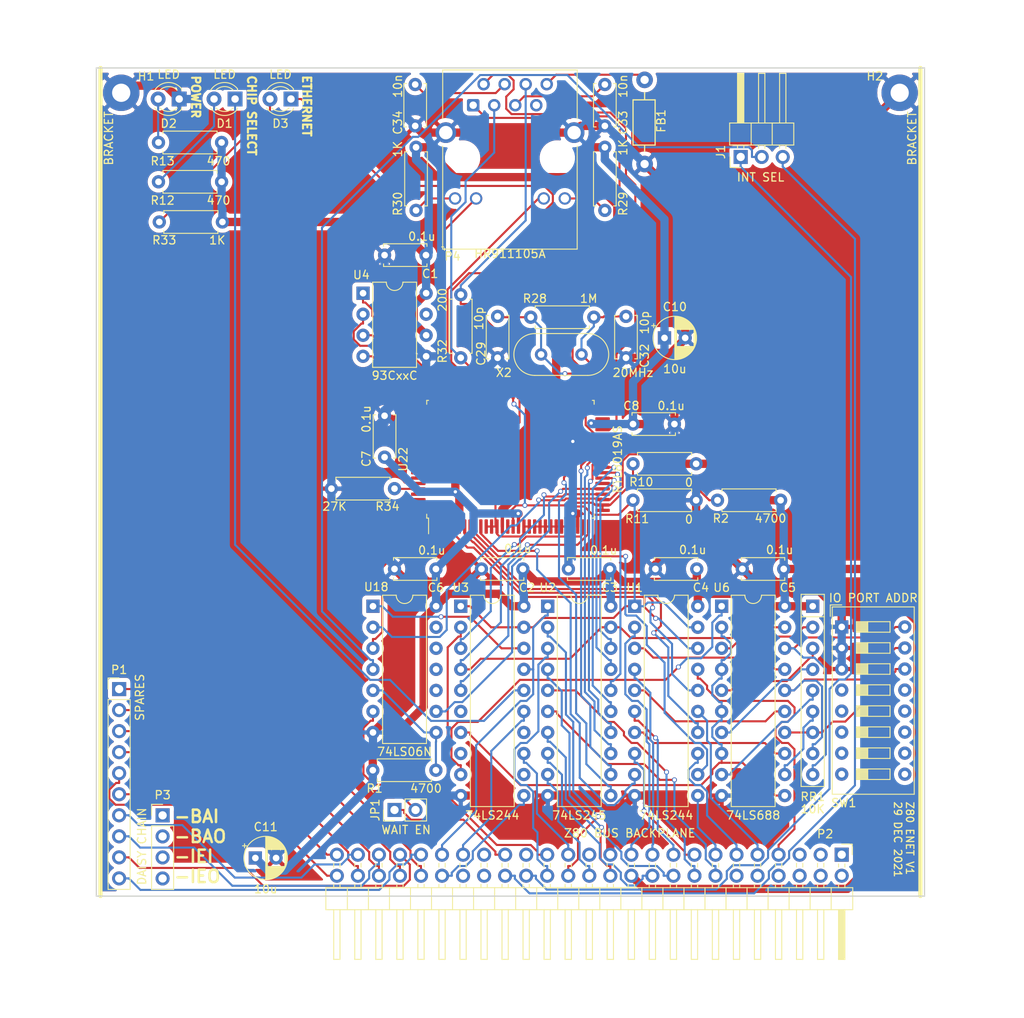
<source format=kicad_pcb>
(kicad_pcb (version 20171130) (host pcbnew "(5.1.10)-1")
  (layers (0 F.Cu signal) (31 B.Cu signal) (34 B.Paste user) (35 F.Paste user) (36 B.SilkS user) (37 F.SilkS user) (38 B.Mask user) (39 F.Mask user) (44 Edge.Cuts user))
  (net 0 "")
  (net 1 VCC)
  (net 2 GND)
  (net 3 /A7)
  (net 4 /A6)
  (net 5 /A5)
  (net 6 /D4)
  (net 7 /A4)
  (net 8 /D3)
  (net 9 /A3)
  (net 10 /D5)
  (net 11 /A2)
  (net 12 /D6)
  (net 13 /A1)
  (net 14 /A0)
  (net 15 /D2)
  (net 16 /D7)
  (net 17 /D0)
  (net 18 /D1)
  (net 19 /SPARE9)
  (net 20 /SPARE0)
  (net 21 /SPARE8)
  (net 22 /SPARE1)
  (net 23 /SPARE7)
  (net 24 /SPARE2)
  (net 25 /SPARE6)
  (net 26 /SPARE3)
  (net 27 /SPARE5)
  (net 28 /SPARE4)
  (net 29 /M1#)
  (net 30 /RESET#)
  (net 31 /WR#)
  (net 32 /RD#)
  (net 33 /IORQ#)
  (net 34 /bM1#)
  (net 35 /bA7)
  (net 36 /bA6)
  (net 37 /bA5)
  (net 38 /bA4)
  (net 39 /bA3)
  (net 40 /bA2)
  (net 41 /bA1)
  (net 42 /bA0)
  (net 43 "Net-(RR1-Pad2)")
  (net 44 "Net-(RR1-Pad3)")
  (net 45 "Net-(RR1-Pad4)")
  (net 46 "Net-(RR1-Pad5)")
  (net 47 "Net-(RR1-Pad6)")
  (net 48 "Net-(RR1-Pad7)")
  (net 49 "Net-(RR1-Pad8)")
  (net 50 "Net-(RR1-Pad9)")
  (net 51 /bD5)
  (net 52 /bD4)
  (net 53 /bD3)
  (net 54 /bD2)
  (net 55 /bD1)
  (net 56 /bD0)
  (net 57 /bRESET#)
  (net 58 /bWR#)
  (net 59 /bD7)
  (net 60 /bD6)
  (net 61 /bRD#)
  (net 62 /INT#)
  (net 63 "Net-(D1-Pad2)")
  (net 64 /688SEL#)
  (net 65 "Net-(D1-Pad1)")
  (net 66 "Net-(D2-Pad2)")
  (net 67 /NMI#)
  (net 68 /ZERO)
  (net 69 "Net-(D3-Pad2)")
  (net 70 "Net-(D3-Pad1)")
  (net 71 "Net-(C29-Pad2)")
  (net 72 "Net-(C32-Pad2)")
  (net 73 "Net-(J1-Pad2)")
  (net 74 "Net-(JP1-Pad2)")
  (net 75 /WAIT#)
  (net 76 "Net-(R1-Pad1)")
  (net 77 "Net-(P4-Pad6)")
  (net 78 "Net-(P4-Pad3)")
  (net 79 "Net-(R34-Pad1)")
  (net 80 /CS_ENET#)
  (net 81 "Net-(U18-Pad3)")
  (net 82 "Net-(U18-Pad9)")
  (net 83 /bRESET)
  (net 84 "Net-(C33-Pad1)")
  (net 85 "Net-(C34-Pad1)")
  (net 86 "Net-(P4-Pad11)")
  (net 87 "Net-(P4-Pad12)")
  (net 88 "Net-(P4-Pad10)")
  (net 89 "Net-(P4-Pad9)")
  (net 90 "Net-(P4-Pad2)")
  (net 91 "Net-(P4-Pad1)")
  (net 92 /ONE)
  (net 93 "Net-(FB1-Pad2)")
  (net 94 "Net-(U22-Pad78)")
  (net 95 "Net-(U22-Pad79)")
  (net 96 "Net-(U22-Pad76)")
  (net 97 "Net-(U22-Pad77)")
  (module Connector_PinHeader_2.54mm:PinHeader_1x10_P2.54mm_Vertical (layer F.Cu) (at 47.75 121)
    (fp_text reference P1 (at 0 -2.33) (layer F.SilkS))
    (fp_text value SPARES (at 2.5 1 90) (layer F.SilkS))
    (pad 10 thru_hole oval (at 0 22.86) (size 1.7 1.7) (drill 1) (layers *.Cu *.Mask) (net 19 /SPARE9))
    (pad 9 thru_hole oval (at 0 20.32) (size 1.7 1.7) (drill 1) (layers *.Cu *.Mask) (net 21 /SPARE8))
    (pad 8 thru_hole oval (at 0 17.78) (size 1.7 1.7) (drill 1) (layers *.Cu *.Mask) (net 23 /SPARE7))
    (pad 7 thru_hole oval (at 0 15.24) (size 1.7 1.7) (drill 1) (layers *.Cu *.Mask) (net 25 /SPARE6))
    (pad 6 thru_hole oval (at 0 12.7) (size 1.7 1.7) (drill 1) (layers *.Cu *.Mask) (net 27 /SPARE5))
    (pad 5 thru_hole oval (at 0 10.16) (size 1.7 1.7) (drill 1) (layers *.Cu *.Mask) (net 28 /SPARE4))
    (pad 4 thru_hole oval (at 0 7.62) (size 1.7 1.7) (drill 1) (layers *.Cu *.Mask) (net 26 /SPARE3))
    (pad 3 thru_hole oval (at 0 5.08) (size 1.7 1.7) (drill 1) (layers *.Cu *.Mask) (net 24 /SPARE2))
    (pad 2 thru_hole oval (at 0 2.54) (size 1.7 1.7) (drill 1) (layers *.Cu *.Mask) (net 22 /SPARE1))
    (pad 1 thru_hole rect (at 0 0) (size 1.7 1.7) (drill 1) (layers *.Cu *.Mask) (net 20 /SPARE0))
  )
  (module Resistor_THT:R_Axial_DIN0207_L6.3mm_D2.5mm_P7.62mm_Horizontal (layer F.Cu) (at 120 98.2)
    (fp_text reference R2 (at 0.4 2.2) (layer F.SilkS))
    (fp_text value 4700 (at 6.4 2.2) (layer F.SilkS))
    (pad 2 thru_hole oval (at 7.62 0) (size 1.6 1.6) (drill 0.8) (layers *.Cu *.Mask) (net 1 VCC))
    (pad 1 thru_hole circle (at 0 0) (size 1.6 1.6) (drill 0.8) (layers *.Cu *.Mask) (net 83 /bRESET))
  )
  (module Capacitor_THT:C_Disc_D5.0mm_W2.5mm_P5.00mm (layer F.Cu) (at 109.8 89)
    (fp_text reference C8 (at -0.2 -2.2) (layer F.SilkS))
    (fp_text value 0.1u (at 4.6 -2.2) (layer F.SilkS))
    (pad 2 thru_hole circle (at 5 0) (size 1.6 1.6) (drill 0.8) (layers *.Cu *.Mask) (net 2 GND))
    (pad 1 thru_hole circle (at 0 0) (size 1.6 1.6) (drill 0.8) (layers *.Cu *.Mask) (net 1 VCC))
  )
  (module Capacitor_THT:C_Disc_D5.0mm_W2.5mm_P5.00mm (layer F.Cu) (at 79.8 93 90)
    (fp_text reference C7 (at -0.2 -2.2 90) (layer F.SilkS))
    (fp_text value 0.1u (at 4.6 -2.2 90) (layer F.SilkS))
    (pad 2 thru_hole circle (at 5 0 90) (size 1.6 1.6) (drill 0.8) (layers *.Cu *.Mask) (net 2 GND))
    (pad 1 thru_hole circle (at 0 0 90) (size 1.6 1.6) (drill 0.8) (layers *.Cu *.Mask) (net 1 VCC))
  )
  (module Package_DIP:DIP-8_W7.62mm (layer F.Cu) (at 77.2 73.2)
    (fp_text reference U4 (at -0.2 -2.2) (layer F.SilkS))
    (fp_text value 93CxxC (at 3.81 9.95) (layer F.SilkS))
    (pad 8 thru_hole oval (at 7.62 0) (size 1.6 1.6) (drill 0.8) (layers *.Cu *.Mask) (net 1 VCC))
    (pad 4 thru_hole oval (at 0 7.62) (size 1.6 1.6) (drill 0.8) (layers *.Cu *.Mask) (net 97 "Net-(U22-Pad77)"))
    (pad 7 thru_hole oval (at 7.62 2.54) (size 1.6 1.6) (drill 0.8) (layers *.Cu *.Mask))
    (pad 3 thru_hole oval (at 0 5.08) (size 1.6 1.6) (drill 0.8) (layers *.Cu *.Mask) (net 94 "Net-(U22-Pad78)"))
    (pad 6 thru_hole oval (at 7.62 5.08) (size 1.6 1.6) (drill 0.8) (layers *.Cu *.Mask) (net 1 VCC))
    (pad 2 thru_hole oval (at 0 2.54) (size 1.6 1.6) (drill 0.8) (layers *.Cu *.Mask) (net 95 "Net-(U22-Pad79)"))
    (pad 5 thru_hole oval (at 7.62 7.62) (size 1.6 1.6) (drill 0.8) (layers *.Cu *.Mask) (net 2 GND))
    (pad 1 thru_hole rect (at 0 0) (size 1.6 1.6) (drill 0.8) (layers *.Cu *.Mask) (net 96 "Net-(U22-Pad76)"))
  )
  (module Capacitor_THT:CP_Radial_D5.0mm_P2.50mm (layer F.Cu) (at 113.6 78.6)
    (fp_text reference C10 (at 1.25 -3.75) (layer F.SilkS))
    (fp_text value 10u (at 1.25 3.75) (layer F.SilkS))
    (pad 2 thru_hole circle (at 2.5 0) (size 1.6 1.6) (drill 0.8) (layers *.Cu *.Mask) (net 2 GND))
    (pad 1 thru_hole rect (at 0 0) (size 1.6 1.6) (drill 0.8) (layers *.Cu *.Mask) (net 1 VCC))
  )
  (module Connector_RJ:RJ45_Hanrun_HR911105A (layer F.Cu) (at 90.5 50.5)
    (fp_text reference P4 (at -2.5 18.25) (layer F.SilkS))
    (fp_text value HR911105A (at 4.44 17.94) (layer F.SilkS))
    (pad 11 thru_hole circle (at 8.525 11.26) (size 1.5 1.5) (drill 1.02) (layers *.Cu *.Mask) (net 86 "Net-(P4-Pad11)"))
    (pad 12 thru_hole circle (at 11.065 11.26) (size 1.5 1.5) (drill 1.02) (layers *.Cu *.Mask) (net 87 "Net-(P4-Pad12)"))
    (pad 10 thru_hole circle (at 0.355 11.26) (size 1.5 1.5) (drill 1.02) (layers *.Cu *.Mask) (net 88 "Net-(P4-Pad10)"))
    (pad 9 thru_hole circle (at -2.185 11.26) (size 1.5 1.5) (drill 1.02) (layers *.Cu *.Mask) (net 89 "Net-(P4-Pad9)"))
    (pad 14 thru_hole circle (at 12.185 3.31) (size 2.5 2.5) (drill 1.63) (layers *.Cu *.Mask) (net 2 GND))
    (pad 8 thru_hole circle (at 8.88 -2.54) (size 1.5 1.5) (drill 0.9) (layers *.Cu *.Mask) (net 93 "Net-(FB1-Pad2)"))
    (pad 13 thru_hole circle (at -3.305 3.31) (size 2.5 2.5) (drill 1.63) (layers *.Cu *.Mask) (net 2 GND))
    (pad 7 thru_hole circle (at 7.62 0) (size 1.5 1.5) (drill 0.9) (layers *.Cu *.Mask))
    (pad 6 thru_hole circle (at 6.34 -2.54 90) (size 1.5 1.5) (drill 0.9) (layers *.Cu *.Mask) (net 77 "Net-(P4-Pad6)"))
    (pad 5 thru_hole circle (at 5.08 0) (size 1.5 1.5) (drill 0.9) (layers *.Cu *.Mask) (net 84 "Net-(C33-Pad1)"))
    (pad 4 thru_hole circle (at 3.8 -2.54) (size 1.5 1.5) (drill 0.9) (layers *.Cu *.Mask) (net 85 "Net-(C34-Pad1)"))
    (pad 3 thru_hole circle (at 2.54 0) (size 1.5 1.5) (drill 0.9) (layers *.Cu *.Mask) (net 78 "Net-(P4-Pad3)"))
    (pad 2 thru_hole circle (at 1.26 -2.54) (size 1.5 1.5) (drill 0.9) (layers *.Cu *.Mask) (net 90 "Net-(P4-Pad2)"))
    (pad 1 thru_hole roundrect (at 0 0) (size 1.5 1.5) (drill 0.9) (layers *.Cu *.Mask) (roundrect_rratio 0.167) (net 91 "Net-(P4-Pad1)"))
    (pad "" np_thru_hole circle (at -1.275 6.36) (size 3.25 3.25) (drill 3.25) (layers *.Cu *.Mask))
    (pad "" np_thru_hole circle (at 10.155 6.36) (size 3.25 3.25) (drill 3.25) (layers *.Cu *.Mask))
  )
  (module Crystal:Crystal_HC49-4H_Vertical (layer F.Cu) (at 98.7 80.6)
    (fp_text reference X2 (at -4.5 2.2) (layer F.SilkS))
    (fp_text value 20MHz (at 11.1 2.2) (layer F.SilkS))
    (pad 2 thru_hole circle (at 4.88 0) (size 1.5 1.5) (drill 0.8) (layers *.Cu *.Mask) (net 72 "Net-(C32-Pad2)"))
    (pad 1 thru_hole circle (at 0 0) (size 1.5 1.5) (drill 0.8) (layers *.Cu *.Mask) (net 71 "Net-(C29-Pad2)"))
  )
  (module Package_QFP:PQFP-100_14x20mm_P0.65mm (layer F.Cu) (at 95 93.25 90)
    (fp_text reference U22 (at 0 -12.95 90) (layer F.SilkS))
    (fp_text value RTL8019AS (at 0 12.95 90) (layer F.SilkS))
    (pad 100 smd roundrect (at -6.175 -11.125 90) (size 0.4 1.75) (layers F.Cu F.Paste F.Mask))
    (pad 99 smd roundrect (at -5.525 -11.125 90) (size 0.4 1.75) (layers F.Cu F.Paste F.Mask))
    (pad 98 smd roundrect (at -4.875 -11.125 90) (size 0.4 1.75) (layers F.Cu F.Paste F.Mask))
    (pad 97 smd roundrect (at -4.225 -11.125 90) (size 0.4 1.75) (layers F.Cu F.Paste F.Mask))
    (pad 96 smd roundrect (at -3.575 -11.125 90) (size 0.4 1.75) (layers F.Cu F.Paste F.Mask) (net 79 "Net-(R34-Pad1)"))
    (pad 95 smd roundrect (at -2.925 -11.125 90) (size 0.4 1.75) (layers F.Cu F.Paste F.Mask))
    (pad 94 smd roundrect (at -2.275 -11.125 90) (size 0.4 1.75) (layers F.Cu F.Paste F.Mask))
    (pad 93 smd roundrect (at -1.625 -11.125 90) (size 0.4 1.75) (layers F.Cu F.Paste F.Mask))
    (pad 92 smd roundrect (at -0.975 -11.125 90) (size 0.4 1.75) (layers F.Cu F.Paste F.Mask))
    (pad 91 smd roundrect (at -0.325 -11.125 90) (size 0.4 1.75) (layers F.Cu F.Paste F.Mask))
    (pad 90 smd roundrect (at 0.325 -11.125 90) (size 0.4 1.75) (layers F.Cu F.Paste F.Mask))
    (pad 89 smd roundrect (at 0.975 -11.125 90) (size 0.4 1.75) (layers F.Cu F.Paste F.Mask) (net 1 VCC))
    (pad 88 smd roundrect (at 1.625 -11.125 90) (size 0.4 1.75) (layers F.Cu F.Paste F.Mask))
    (pad 87 smd roundrect (at 2.275 -11.125 90) (size 0.4 1.75) (layers F.Cu F.Paste F.Mask))
    (pad 86 smd roundrect (at 2.925 -11.125 90) (size 0.4 1.75) (layers F.Cu F.Paste F.Mask) (net 2 GND))
    (pad 85 smd roundrect (at 3.575 -11.125 90) (size 0.4 1.75) (layers F.Cu F.Paste F.Mask))
    (pad 84 smd roundrect (at 4.225 -11.125 90) (size 0.4 1.75) (layers F.Cu F.Paste F.Mask))
    (pad 83 smd roundrect (at 4.875 -11.125 90) (size 0.4 1.75) (layers F.Cu F.Paste F.Mask) (net 2 GND))
    (pad 82 smd roundrect (at 5.525 -11.125 90) (size 0.4 1.75) (layers F.Cu F.Paste F.Mask))
    (pad 81 smd roundrect (at 6.175 -11.125 90) (size 0.4 1.75) (layers F.Cu F.Paste F.Mask))
    (pad 80 smd roundrect (at 8.125 -9.425 90) (size 1.75 0.4) (layers F.Cu F.Paste F.Mask))
    (pad 79 smd roundrect (at 8.125 -8.775 90) (size 1.75 0.4) (layers F.Cu F.Paste F.Mask) (net 95 "Net-(U22-Pad79)"))
    (pad 78 smd roundrect (at 8.125 -8.125 90) (size 1.75 0.4) (layers F.Cu F.Paste F.Mask) (net 94 "Net-(U22-Pad78)"))
    (pad 77 smd roundrect (at 8.125 -7.475 90) (size 1.75 0.4) (layers F.Cu F.Paste F.Mask) (net 97 "Net-(U22-Pad77)"))
    (pad 76 smd roundrect (at 8.125 -6.825 90) (size 1.75 0.4) (layers F.Cu F.Paste F.Mask) (net 96 "Net-(U22-Pad76)"))
    (pad 75 smd roundrect (at 8.125 -6.175 90) (size 1.75 0.4) (layers F.Cu F.Paste F.Mask))
    (pad 74 smd roundrect (at 8.125 -5.525 90) (size 1.75 0.4) (layers F.Cu F.Paste F.Mask))
    (pad 73 smd roundrect (at 8.125 -4.875 90) (size 1.75 0.4) (layers F.Cu F.Paste F.Mask))
    (pad 72 smd roundrect (at 8.125 -4.225 90) (size 1.75 0.4) (layers F.Cu F.Paste F.Mask))
    (pad 71 smd roundrect (at 8.125 -3.575 90) (size 1.75 0.4) (layers F.Cu F.Paste F.Mask))
    (pad 70 smd roundrect (at 8.125 -2.925 90) (size 1.75 0.4) (layers F.Cu F.Paste F.Mask) (net 1 VCC))
    (pad 69 smd roundrect (at 8.125 -2.275 90) (size 1.75 0.4) (layers F.Cu F.Paste F.Mask))
    (pad 68 smd roundrect (at 8.125 -1.625 90) (size 1.75 0.4) (layers F.Cu F.Paste F.Mask))
    (pad 67 smd roundrect (at 8.125 -0.975 90) (size 1.75 0.4) (layers F.Cu F.Paste F.Mask))
    (pad 66 smd roundrect (at 8.125 -0.325 90) (size 1.75 0.4) (layers F.Cu F.Paste F.Mask))
    (pad 65 smd roundrect (at 8.125 0.325 90) (size 1.75 0.4) (layers F.Cu F.Paste F.Mask) (net 92 /ONE))
    (pad 64 smd roundrect (at 8.125 0.975 90) (size 1.75 0.4) (layers F.Cu F.Paste F.Mask) (net 68 /ZERO))
    (pad 63 smd roundrect (at 8.125 1.625 90) (size 1.75 0.4) (layers F.Cu F.Paste F.Mask) (net 88 "Net-(P4-Pad10)"))
    (pad 62 smd roundrect (at 8.125 2.275 90) (size 1.75 0.4) (layers F.Cu F.Paste F.Mask) (net 86 "Net-(P4-Pad11)"))
    (pad 61 smd roundrect (at 8.125 2.925 90) (size 1.75 0.4) (layers F.Cu F.Paste F.Mask) (net 70 "Net-(D3-Pad1)"))
    (pad 60 smd roundrect (at 8.125 3.575 90) (size 1.75 0.4) (layers F.Cu F.Paste F.Mask))
    (pad 59 smd roundrect (at 8.125 4.225 90) (size 1.75 0.4) (layers F.Cu F.Paste F.Mask) (net 78 "Net-(P4-Pad3)"))
    (pad 58 smd roundrect (at 8.125 4.875 90) (size 1.75 0.4) (layers F.Cu F.Paste F.Mask) (net 77 "Net-(P4-Pad6)"))
    (pad 57 smd roundrect (at 8.125 5.525 90) (size 1.75 0.4) (layers F.Cu F.Paste F.Mask) (net 1 VCC))
    (pad 56 smd roundrect (at 8.125 6.175 90) (size 1.75 0.4) (layers F.Cu F.Paste F.Mask))
    (pad 55 smd roundrect (at 8.125 6.825 90) (size 1.75 0.4) (layers F.Cu F.Paste F.Mask))
    (pad 54 smd roundrect (at 8.125 7.475 90) (size 1.75 0.4) (layers F.Cu F.Paste F.Mask))
    (pad 53 smd roundrect (at 8.125 8.125 90) (size 1.75 0.4) (layers F.Cu F.Paste F.Mask))
    (pad 52 smd roundrect (at 8.125 8.775 90) (size 1.75 0.4) (layers F.Cu F.Paste F.Mask) (net 2 GND))
    (pad 51 smd roundrect (at 8.125 9.425 90) (size 1.75 0.4) (layers F.Cu F.Paste F.Mask) (net 71 "Net-(C29-Pad2)"))
    (pad 50 smd roundrect (at 6.175 11.125 90) (size 0.4 1.75) (layers F.Cu F.Paste F.Mask) (net 72 "Net-(C32-Pad2)"))
    (pad 49 smd roundrect (at 5.525 11.125 90) (size 0.4 1.75) (layers F.Cu F.Paste F.Mask))
    (pad 48 smd roundrect (at 4.875 11.125 90) (size 0.4 1.75) (layers F.Cu F.Paste F.Mask))
    (pad 47 smd roundrect (at 4.225 11.125 90) (size 0.4 1.75) (layers F.Cu F.Paste F.Mask) (net 1 VCC))
    (pad 46 smd roundrect (at 3.575 11.125 90) (size 0.4 1.75) (layers F.Cu F.Paste F.Mask) (net 90 "Net-(P4-Pad2)"))
    (pad 45 smd roundrect (at 2.925 11.125 90) (size 0.4 1.75) (layers F.Cu F.Paste F.Mask) (net 91 "Net-(P4-Pad1)"))
    (pad 44 smd roundrect (at 2.275 11.125 90) (size 0.4 1.75) (layers F.Cu F.Paste F.Mask) (net 2 GND))
    (pad 43 smd roundrect (at 1.625 11.125 90) (size 0.4 1.75) (layers F.Cu F.Paste F.Mask) (net 59 /bD7))
    (pad 42 smd roundrect (at 0.975 11.125 90) (size 0.4 1.75) (layers F.Cu F.Paste F.Mask) (net 60 /bD6))
    (pad 41 smd roundrect (at 0.325 11.125 90) (size 0.4 1.75) (layers F.Cu F.Paste F.Mask) (net 51 /bD5))
    (pad 40 smd roundrect (at -0.325 11.125 90) (size 0.4 1.75) (layers F.Cu F.Paste F.Mask) (net 52 /bD4))
    (pad 39 smd roundrect (at -0.975 11.125 90) (size 0.4 1.75) (layers F.Cu F.Paste F.Mask) (net 53 /bD3))
    (pad 38 smd roundrect (at -1.625 11.125 90) (size 0.4 1.75) (layers F.Cu F.Paste F.Mask) (net 54 /bD2))
    (pad 37 smd roundrect (at -2.275 11.125 90) (size 0.4 1.75) (layers F.Cu F.Paste F.Mask) (net 55 /bD1))
    (pad 36 smd roundrect (at -2.925 11.125 90) (size 0.4 1.75) (layers F.Cu F.Paste F.Mask) (net 56 /bD0))
    (pad 35 smd roundrect (at -3.575 11.125 90) (size 0.4 1.75) (layers F.Cu F.Paste F.Mask) (net 82 "Net-(U18-Pad9)"))
    (pad 34 smd roundrect (at -4.225 11.125 90) (size 0.4 1.75) (layers F.Cu F.Paste F.Mask) (net 80 /CS_ENET#))
    (pad 33 smd roundrect (at -4.875 11.125 90) (size 0.4 1.75) (layers F.Cu F.Paste F.Mask) (net 83 /bRESET))
    (pad 32 smd roundrect (at -5.525 11.125 90) (size 0.4 1.75) (layers F.Cu F.Paste F.Mask) (net 92 /ONE))
    (pad 31 smd roundrect (at -6.175 11.125 90) (size 0.4 1.75) (layers F.Cu F.Paste F.Mask) (net 92 /ONE))
    (pad 30 smd roundrect (at -8.125 9.425 90) (size 1.75 0.4) (layers F.Cu F.Paste F.Mask) (net 58 /bWR#))
    (pad 29 smd roundrect (at -8.125 8.775 90) (size 1.75 0.4) (layers F.Cu F.Paste F.Mask) (net 61 /bRD#))
    (pad 28 smd roundrect (at -8.125 8.125 90) (size 1.75 0.4) (layers F.Cu F.Paste F.Mask) (net 2 GND))
    (pad 27 smd roundrect (at -8.125 7.475 90) (size 1.75 0.4) (layers F.Cu F.Paste F.Mask) (net 68 /ZERO))
    (pad 26 smd roundrect (at -8.125 6.825 90) (size 1.75 0.4) (layers F.Cu F.Paste F.Mask) (net 68 /ZERO))
    (pad 25 smd roundrect (at -8.125 6.175 90) (size 1.75 0.4) (layers F.Cu F.Paste F.Mask) (net 68 /ZERO))
    (pad 24 smd roundrect (at -8.125 5.525 90) (size 1.75 0.4) (layers F.Cu F.Paste F.Mask) (net 68 /ZERO))
    (pad 23 smd roundrect (at -8.125 4.875 90) (size 1.75 0.4) (layers F.Cu F.Paste F.Mask) (net 68 /ZERO))
    (pad 22 smd roundrect (at -8.125 4.225 90) (size 1.75 0.4) (layers F.Cu F.Paste F.Mask) (net 68 /ZERO))
    (pad 21 smd roundrect (at -8.125 3.575 90) (size 1.75 0.4) (layers F.Cu F.Paste F.Mask) (net 68 /ZERO))
    (pad 20 smd roundrect (at -8.125 2.925 90) (size 1.75 0.4) (layers F.Cu F.Paste F.Mask) (net 68 /ZERO))
    (pad 19 smd roundrect (at -8.125 2.275 90) (size 1.75 0.4) (layers F.Cu F.Paste F.Mask) (net 68 /ZERO))
    (pad 18 smd roundrect (at -8.125 1.625 90) (size 1.75 0.4) (layers F.Cu F.Paste F.Mask) (net 68 /ZERO))
    (pad 17 smd roundrect (at -8.125 0.975 90) (size 1.75 0.4) (layers F.Cu F.Paste F.Mask) (net 1 VCC))
    (pad 16 smd roundrect (at -8.125 0.325 90) (size 1.75 0.4) (layers F.Cu F.Paste F.Mask) (net 92 /ONE))
    (pad 15 smd roundrect (at -8.125 -0.325 90) (size 1.75 0.4) (layers F.Cu F.Paste F.Mask) (net 92 /ONE))
    (pad 14 smd roundrect (at -8.125 -0.975 90) (size 1.75 0.4) (layers F.Cu F.Paste F.Mask) (net 2 GND))
    (pad 13 smd roundrect (at -8.125 -1.625 90) (size 1.75 0.4) (layers F.Cu F.Paste F.Mask) (net 68 /ZERO))
    (pad 12 smd roundrect (at -8.125 -2.275 90) (size 1.75 0.4) (layers F.Cu F.Paste F.Mask) (net 68 /ZERO))
    (pad 11 smd roundrect (at -8.125 -2.925 90) (size 1.75 0.4) (layers F.Cu F.Paste F.Mask) (net 68 /ZERO))
    (pad 10 smd roundrect (at -8.125 -3.575 90) (size 1.75 0.4) (layers F.Cu F.Paste F.Mask) (net 38 /bA4))
    (pad 9 smd roundrect (at -8.125 -4.225 90) (size 1.75 0.4) (layers F.Cu F.Paste F.Mask) (net 39 /bA3))
    (pad 8 smd roundrect (at -8.125 -4.875 90) (size 1.75 0.4) (layers F.Cu F.Paste F.Mask) (net 40 /bA2))
    (pad 7 smd roundrect (at -8.125 -5.525 90) (size 1.75 0.4) (layers F.Cu F.Paste F.Mask) (net 41 /bA1))
    (pad 6 smd roundrect (at -8.125 -6.175 90) (size 1.75 0.4) (layers F.Cu F.Paste F.Mask) (net 1 VCC))
    (pad 5 smd roundrect (at -8.125 -6.825 90) (size 1.75 0.4) (layers F.Cu F.Paste F.Mask) (net 42 /bA0))
    (pad 4 smd roundrect (at -8.125 -7.475 90) (size 1.75 0.4) (layers F.Cu F.Paste F.Mask) (net 81 "Net-(U18-Pad3)"))
    (pad 3 smd roundrect (at -8.125 -8.125 90) (size 1.75 0.4) (layers F.Cu F.Paste F.Mask))
    (pad 2 smd roundrect (at -8.125 -8.775 90) (size 1.75 0.4) (layers F.Cu F.Paste F.Mask))
    (pad 1 smd roundrect (at -8.125 -9.425 90) (size 1.75 0.4) (layers F.Cu F.Paste F.Mask))
  )
  (module Package_DIP:DIP-14_W7.62mm (layer F.Cu) (at 78.4 111)
    (fp_text reference U18 (at 0.4 -2.33) (layer F.SilkS))
    (fp_text value 74LS06N (at 3.81 17.57) (layer F.SilkS))
    (pad 14 thru_hole oval (at 7.62 0) (size 1.6 1.6) (drill 0.8) (layers *.Cu *.Mask) (net 1 VCC))
    (pad 7 thru_hole oval (at 0 15.24) (size 1.6 1.6) (drill 0.8) (layers *.Cu *.Mask) (net 2 GND))
    (pad 13 thru_hole oval (at 7.62 2.54) (size 1.6 1.6) (drill 0.8) (layers *.Cu *.Mask))
    (pad 6 thru_hole oval (at 0 12.7) (size 1.6 1.6) (drill 0.8) (layers *.Cu *.Mask) (net 74 "Net-(JP1-Pad2)"))
    (pad 12 thru_hole oval (at 7.62 5.08) (size 1.6 1.6) (drill 0.8) (layers *.Cu *.Mask))
    (pad 5 thru_hole oval (at 0 10.16) (size 1.6 1.6) (drill 0.8) (layers *.Cu *.Mask) (net 76 "Net-(R1-Pad1)"))
    (pad 11 thru_hole oval (at 7.62 7.62) (size 1.6 1.6) (drill 0.8) (layers *.Cu *.Mask))
    (pad 4 thru_hole oval (at 0 7.62) (size 1.6 1.6) (drill 0.8) (layers *.Cu *.Mask) (net 73 "Net-(J1-Pad2)"))
    (pad 10 thru_hole oval (at 7.62 10.16) (size 1.6 1.6) (drill 0.8) (layers *.Cu *.Mask))
    (pad 3 thru_hole oval (at 0 5.08) (size 1.6 1.6) (drill 0.8) (layers *.Cu *.Mask) (net 81 "Net-(U18-Pad3)"))
    (pad 9 thru_hole oval (at 7.62 12.7) (size 1.6 1.6) (drill 0.8) (layers *.Cu *.Mask) (net 82 "Net-(U18-Pad9)"))
    (pad 2 thru_hole oval (at 0 2.54) (size 1.6 1.6) (drill 0.8) (layers *.Cu *.Mask) (net 83 /bRESET))
    (pad 8 thru_hole oval (at 7.62 15.24) (size 1.6 1.6) (drill 0.8) (layers *.Cu *.Mask) (net 76 "Net-(R1-Pad1)"))
    (pad 1 thru_hole rect (at 0 0) (size 1.6 1.6) (drill 0.8) (layers *.Cu *.Mask) (net 57 /bRESET#))
  )
  (module Resistor_THT:R_Axial_DIN0207_L6.3mm_D2.5mm_P7.62mm_Horizontal (layer F.Cu) (at 81 96.8 180)
    (fp_text reference R34 (at 0.85 -2.15) (layer F.SilkS))
    (fp_text value 27K (at 7.25 -2.15) (layer F.SilkS))
    (pad 2 thru_hole oval (at 7.62 0 180) (size 1.6 1.6) (drill 0.8) (layers *.Cu *.Mask) (net 2 GND))
    (pad 1 thru_hole circle (at 0 0 180) (size 1.6 1.6) (drill 0.8) (layers *.Cu *.Mask) (net 79 "Net-(R34-Pad1)"))
  )
  (module Resistor_THT:R_Axial_DIN0207_L6.3mm_D2.5mm_P7.62mm_Horizontal (layer F.Cu) (at 52.6 64.6)
    (fp_text reference R33 (at 0.6 2.2) (layer F.SilkS))
    (fp_text value 1K (at 7 2.2) (layer F.SilkS))
    (pad 2 thru_hole oval (at 7.62 0) (size 1.6 1.6) (drill 0.8) (layers *.Cu *.Mask) (net 1 VCC))
    (pad 1 thru_hole circle (at 0 0) (size 1.6 1.6) (drill 0.8) (layers *.Cu *.Mask) (net 69 "Net-(D3-Pad2)"))
  )
  (module Resistor_THT:R_Axial_DIN0207_L6.3mm_D2.5mm_P7.62mm_Horizontal (layer F.Cu) (at 89 81 90)
    (fp_text reference R32 (at 0.8 -2.2 90) (layer F.SilkS))
    (fp_text value 200 (at 7 -2.2 90) (layer F.SilkS))
    (pad 2 thru_hole oval (at 7.62 0 90) (size 1.6 1.6) (drill 0.8) (layers *.Cu *.Mask) (net 77 "Net-(P4-Pad6)"))
    (pad 1 thru_hole circle (at 0 0 90) (size 1.6 1.6) (drill 0.8) (layers *.Cu *.Mask) (net 78 "Net-(P4-Pad3)"))
  )
  (module Resistor_THT:R_Axial_DIN0207_L6.3mm_D2.5mm_P7.62mm_Horizontal (layer F.Cu) (at 83.6 63.2 90)
    (fp_text reference R30 (at 0.8 -2.2 90) (layer F.SilkS))
    (fp_text value 1K (at 7.4 -2.2 90) (layer F.SilkS))
    (pad 2 thru_hole oval (at 7.62 0 90) (size 1.6 1.6) (drill 0.8) (layers *.Cu *.Mask) (net 1 VCC))
    (pad 1 thru_hole circle (at 0 0 90) (size 1.6 1.6) (drill 0.8) (layers *.Cu *.Mask) (net 89 "Net-(P4-Pad9)"))
  )
  (module Resistor_THT:R_Axial_DIN0207_L6.3mm_D2.5mm_P7.62mm_Horizontal (layer F.Cu) (at 106.4 63.2 90)
    (fp_text reference R29 (at 0.8 2.2 90) (layer F.SilkS))
    (fp_text value 1K (at 7.6 2.2 90) (layer F.SilkS))
    (pad 2 thru_hole oval (at 7.62 0 90) (size 1.6 1.6) (drill 0.8) (layers *.Cu *.Mask) (net 1 VCC))
    (pad 1 thru_hole circle (at 0 0 90) (size 1.6 1.6) (drill 0.8) (layers *.Cu *.Mask) (net 87 "Net-(P4-Pad12)"))
  )
  (module Resistor_THT:R_Axial_DIN0207_L6.3mm_D2.5mm_P7.62mm_Horizontal (layer F.Cu) (at 97.45 76.1)
    (fp_text reference R28 (at 0.5 -2.25) (layer F.SilkS))
    (fp_text value 1M (at 7 -2.25) (layer F.SilkS))
    (pad 2 thru_hole oval (at 7.62 0) (size 1.6 1.6) (drill 0.8) (layers *.Cu *.Mask) (net 72 "Net-(C32-Pad2)"))
    (pad 1 thru_hole circle (at 0 0) (size 1.6 1.6) (drill 0.8) (layers *.Cu *.Mask) (net 71 "Net-(C29-Pad2)"))
  )
  (module Resistor_THT:R_Axial_DIN0207_L6.3mm_D2.5mm_P7.62mm_Horizontal (layer F.Cu) (at 86 130.8 180)
    (fp_text reference R1 (at 7.4 -2.2) (layer F.SilkS))
    (fp_text value 4700 (at 1.2 -2.2) (layer F.SilkS))
    (pad 2 thru_hole oval (at 7.62 0 180) (size 1.6 1.6) (drill 0.8) (layers *.Cu *.Mask) (net 1 VCC))
    (pad 1 thru_hole circle (at 0 0 180) (size 1.6 1.6) (drill 0.8) (layers *.Cu *.Mask) (net 76 "Net-(R1-Pad1)"))
  )
  (module Connector_PinHeader_2.54mm:PinHeader_1x02_P2.54mm_Vertical (layer F.Cu) (at 81 135.6 90)
    (fp_text reference JP1 (at 0 -2.33 90) (layer F.SilkS))
    (fp_text value "WAIT EN" (at -2.4 1.4 180) (layer F.SilkS))
    (pad 2 thru_hole oval (at 0 2.54 90) (size 1.7 1.7) (drill 1) (layers *.Cu *.Mask) (net 74 "Net-(JP1-Pad2)"))
    (pad 1 thru_hole rect (at 0 0 90) (size 1.7 1.7) (drill 1) (layers *.Cu *.Mask) (net 75 /WAIT#))
  )
  (module Connector_PinHeader_2.54mm:PinHeader_1x03_P2.54mm_Horizontal (layer F.Cu) (at 122.8 56.75 90)
    (fp_text reference J1 (at 0.6 -2.4 90) (layer F.SilkS))
    (fp_text value "INT SEL" (at -2.45 2.4 180) (layer F.SilkS))
    (pad 3 thru_hole oval (at 0 5.08 90) (size 1.7 1.7) (drill 1) (layers *.Cu *.Mask) (net 67 /NMI#))
    (pad 2 thru_hole oval (at 0 2.54 90) (size 1.7 1.7) (drill 1) (layers *.Cu *.Mask) (net 73 "Net-(J1-Pad2)"))
    (pad 1 thru_hole rect (at 0 0 90) (size 1.7 1.7) (drill 1) (layers *.Cu *.Mask) (net 62 /INT#))
  )
  (module Choke_Axial_ThroughHole:Choke_Horizontal_RM10mm (layer F.Cu) (at 111.2 52.6 90)
    (fp_text reference FB1 (at 0.2 2 90) (layer F.SilkS))
    (fp_text value -)
    (pad 2 thru_hole circle (at 5.15874 0 90) (size 1.99898 1.99898) (drill 1.00076) (layers *.Cu *.Mask) (net 93 "Net-(FB1-Pad2)"))
    (pad 1 thru_hole circle (at -5.00126 0 90) (size 1.99898 1.99898) (drill 1.00076) (layers *.Cu *.Mask) (net 2 GND))
  )
  (module LED_THT:LED_D3.0mm (layer F.Cu) (at 68.5 49.75 180)
    (fp_text reference D3 (at 1.27 -2.96) (layer F.SilkS))
    (fp_text value LED (at 1.27 2.96) (layer F.SilkS))
    (pad 2 thru_hole circle (at 2.54 0 180) (size 1.8 1.8) (drill 0.9) (layers *.Cu *.Mask) (net 69 "Net-(D3-Pad2)"))
    (pad 1 thru_hole rect (at 0 0 180) (size 1.8 1.8) (drill 0.9) (layers *.Cu *.Mask) (net 70 "Net-(D3-Pad1)"))
  )
  (module Capacitor_THT:C_Disc_D5.0mm_W2.5mm_P5.00mm (layer F.Cu) (at 83.5 48 270)
    (fp_text reference C34 (at 4.6 2.1 90) (layer F.SilkS))
    (fp_text value 10n (at 0.2 2.1 90) (layer F.SilkS))
    (pad 2 thru_hole circle (at 5 0 270) (size 1.6 1.6) (drill 0.8) (layers *.Cu *.Mask) (net 2 GND))
    (pad 1 thru_hole circle (at 0 0 270) (size 1.6 1.6) (drill 0.8) (layers *.Cu *.Mask) (net 85 "Net-(C34-Pad1)"))
  )
  (module Capacitor_THT:C_Disc_D5.0mm_W2.5mm_P5.00mm (layer F.Cu) (at 106.4 48 270)
    (fp_text reference C33 (at 4.6 -2.2 90) (layer F.SilkS))
    (fp_text value 10n (at 0.2 -2.2 90) (layer F.SilkS))
    (pad 2 thru_hole circle (at 5 0 270) (size 1.6 1.6) (drill 0.8) (layers *.Cu *.Mask) (net 2 GND))
    (pad 1 thru_hole circle (at 0 0 270) (size 1.6 1.6) (drill 0.8) (layers *.Cu *.Mask) (net 84 "Net-(C33-Pad1)"))
  )
  (module Capacitor_THT:C_Disc_D5.0mm_W2.5mm_P5.00mm (layer F.Cu) (at 108.95 81 90)
    (fp_text reference C32 (at 0.25 2.25 90) (layer F.SilkS))
    (fp_text value 10p (at 4.25 2.25 90) (layer F.SilkS))
    (pad 2 thru_hole circle (at 5 0 90) (size 1.6 1.6) (drill 0.8) (layers *.Cu *.Mask) (net 72 "Net-(C32-Pad2)"))
    (pad 1 thru_hole circle (at 0 0 90) (size 1.6 1.6) (drill 0.8) (layers *.Cu *.Mask) (net 2 GND))
  )
  (module Capacitor_THT:C_Disc_D5.0mm_W2.5mm_P5.00mm (layer F.Cu) (at 93.45 81 90)
    (fp_text reference C29 (at 0.5 -2 90) (layer F.SilkS))
    (fp_text value 10p (at 4.75 -2.25 90) (layer F.SilkS))
    (pad 2 thru_hole circle (at 5 0 90) (size 1.6 1.6) (drill 0.8) (layers *.Cu *.Mask) (net 71 "Net-(C29-Pad2)"))
    (pad 1 thru_hole circle (at 0 0 90) (size 1.6 1.6) (drill 0.8) (layers *.Cu *.Mask) (net 2 GND))
  )
  (module LED_THT:LED_D3.0mm (layer F.Cu) (at 55 49.75 180)
    (fp_text reference D2 (at 1.27 -2.96) (layer F.SilkS))
    (fp_text value LED (at 1.27 2.96) (layer F.SilkS))
    (pad 2 thru_hole circle (at 2.54 0 180) (size 1.8 1.8) (drill 0.9) (layers *.Cu *.Mask) (net 66 "Net-(D2-Pad2)"))
    (pad 1 thru_hole rect (at 0 0 180) (size 1.8 1.8) (drill 0.9) (layers *.Cu *.Mask) (net 2 GND))
  )
  (module LED_THT:LED_D3.0mm (layer F.Cu) (at 61.75 49.75 180)
    (fp_text reference D1 (at 1.27 -2.96) (layer F.SilkS))
    (fp_text value LED (at 1.27 2.96) (layer F.SilkS))
    (pad 2 thru_hole circle (at 2.54 0 180) (size 1.8 1.8) (drill 0.9) (layers *.Cu *.Mask) (net 63 "Net-(D1-Pad2)"))
    (pad 1 thru_hole rect (at 0 0 180) (size 1.8 1.8) (drill 0.9) (layers *.Cu *.Mask) (net 65 "Net-(D1-Pad1)"))
  )
  (module MountingHole:MountingHole_2.2mm_M2_Pad (layer F.Cu) (at 142 49)
    (fp_text reference H2 (at -3 -2) (layer F.SilkS))
    (fp_text value BRACKET (at 1.5 5.5 90) (layer F.SilkS))
    (pad 1 thru_hole circle (at 0 0) (size 4.4 4.4) (drill 2.2) (layers *.Cu *.Mask) (net 2 GND))
  )
  (module MountingHole:MountingHole_2.2mm_M2_Pad (layer F.Cu) (at 48 49)
    (fp_text reference H1 (at 3 -2) (layer F.SilkS))
    (fp_text value BRACKET (at -1.5 5.5 90) (layer F.SilkS))
    (pad 1 thru_hole circle (at 0 0) (size 4.4 4.4) (drill 2.2) (layers *.Cu *.Mask) (net 2 GND))
  )
  (module Capacitor_THT:C_Disc_D5.0mm_W2.5mm_P5.00mm (layer F.Cu) (at 96.5 106.5 180)
    (fp_text reference C2 (at -0.5 -2.25 180) (layer F.SilkS))
    (fp_text value 0.1u (at 0.61 2.44 180) (layer F.SilkS))
    (pad 2 thru_hole circle (at 5 0 180) (size 1.6 1.6) (drill 0.8) (layers *.Cu *.Mask) (net 2 GND))
    (pad 1 thru_hole circle (at 0 0 180) (size 1.6 1.6) (drill 0.8) (layers *.Cu *.Mask) (net 1 VCC))
  )
  (module Capacitor_THT:C_Disc_D5.0mm_W2.5mm_P5.00mm (layer F.Cu) (at 128 106.5 180)
    (fp_text reference C5 (at -0.5 -2.25 180) (layer F.SilkS))
    (fp_text value 0.1u (at 0.5 2.31 180) (layer F.SilkS))
    (pad 1 thru_hole circle (at 0 0 180) (size 1.6 1.6) (drill 0.8) (layers *.Cu *.Mask) (net 1 VCC))
    (pad 2 thru_hole circle (at 5 0 180) (size 1.6 1.6) (drill 0.8) (layers *.Cu *.Mask) (net 2 GND))
  )
  (module Capacitor_THT:C_Disc_D5.0mm_W2.5mm_P5.00mm (layer F.Cu) (at 107 106.5 180)
    (fp_text reference C3 (at 0 -2.25 180) (layer F.SilkS))
    (fp_text value 0.1u (at 0.75 2.25 180) (layer F.SilkS))
    (pad 1 thru_hole circle (at 0 0 180) (size 1.6 1.6) (drill 0.8) (layers *.Cu *.Mask) (net 1 VCC))
    (pad 2 thru_hole circle (at 5 0 180) (size 1.6 1.6) (drill 0.8) (layers *.Cu *.Mask) (net 2 GND))
  )
  (module Capacitor_THT:C_Disc_D5.0mm_W2.5mm_P5.00mm (layer F.Cu) (at 117.5 106.5 180)
    (fp_text reference C4 (at -0.5 -2.25 180) (layer F.SilkS))
    (fp_text value 0.1u (at 0.5 2.31 180) (layer F.SilkS))
    (pad 2 thru_hole circle (at 5 0 180) (size 1.6 1.6) (drill 0.8) (layers *.Cu *.Mask) (net 2 GND))
    (pad 1 thru_hole circle (at 0 0 180) (size 1.6 1.6) (drill 0.8) (layers *.Cu *.Mask) (net 1 VCC))
  )
  (module Capacitor_THT:C_Disc_D5.0mm_W2.5mm_P5.00mm (layer F.Cu) (at 84.8 68.6 180)
    (fp_text reference C1 (at -0.5 -2.25 180) (layer F.SilkS))
    (fp_text value 0.1u (at 0.5 2.25 180) (layer F.SilkS))
    (pad 2 thru_hole circle (at 5 0 180) (size 1.6 1.6) (drill 0.8) (layers *.Cu *.Mask) (net 2 GND))
    (pad 1 thru_hole circle (at 0 0 180) (size 1.6 1.6) (drill 0.8) (layers *.Cu *.Mask) (net 1 VCC))
  )
  (module Capacitor_THT:C_Disc_D5.0mm_W2.5mm_P5.00mm (layer F.Cu) (at 86 106.5 180)
    (fp_text reference C6 (at 0 -2.25) (layer F.SilkS))
    (fp_text value 0.1u (at 0.5 2.25) (layer F.SilkS))
    (pad 1 thru_hole circle (at 0 0 180) (size 1.6 1.6) (drill 0.8) (layers *.Cu *.Mask) (net 1 VCC))
    (pad 2 thru_hole circle (at 5 0 180) (size 1.6 1.6) (drill 0.8) (layers *.Cu *.Mask) (net 2 GND))
  )
  (module Capacitor_THT:CP_Radial_D5.0mm_P2.50mm (layer F.Cu) (at 64.2 141.4)
    (fp_text reference C11 (at 1.25 -3.75) (layer F.SilkS))
    (fp_text value 10u (at 1.25 3.75) (layer F.SilkS))
    (pad 2 thru_hole circle (at 2.5 0) (size 1.6 1.6) (drill 0.8) (layers *.Cu *.Mask) (net 2 GND))
    (pad 1 thru_hole rect (at 0 0) (size 1.6 1.6) (drill 0.8) (layers *.Cu *.Mask) (net 1 VCC))
  )
  (module Connector_PinHeader_2.54mm:PinHeader_2x25_P2.54mm_Horizontal (layer F.Cu) (at 135 141 270)
    (fp_text reference P2 (at -2.5 2 180) (layer F.SilkS))
    (fp_text value "Z80 BUS BACKPLANE" (at -2.6 25.6 180) (layer F.SilkS))
    (pad 1 thru_hole rect (at 0 0 270) (size 1.7 1.7) (drill 1) (layers *.Cu *.Mask))
    (pad 2 thru_hole oval (at 2.54 0 270) (size 1.7 1.7) (drill 1) (layers *.Cu *.Mask))
    (pad 3 thru_hole oval (at 0 2.54 270) (size 1.7 1.7) (drill 1) (layers *.Cu *.Mask))
    (pad 4 thru_hole oval (at 2.54 2.54 270) (size 1.7 1.7) (drill 1) (layers *.Cu *.Mask))
    (pad 5 thru_hole oval (at 0 5.08 270) (size 1.7 1.7) (drill 1) (layers *.Cu *.Mask))
    (pad 6 thru_hole oval (at 2.54 5.08 270) (size 1.7 1.7) (drill 1) (layers *.Cu *.Mask))
    (pad 7 thru_hole oval (at 0 7.62 270) (size 1.7 1.7) (drill 1) (layers *.Cu *.Mask) (net 3 /A7))
    (pad 8 thru_hole oval (at 2.54 7.62 270) (size 1.7 1.7) (drill 1) (layers *.Cu *.Mask))
    (pad 9 thru_hole oval (at 0 10.16 270) (size 1.7 1.7) (drill 1) (layers *.Cu *.Mask) (net 4 /A6))
    (pad 10 thru_hole oval (at 2.54 10.16 270) (size 1.7 1.7) (drill 1) (layers *.Cu *.Mask))
    (pad 11 thru_hole oval (at 0 12.7 270) (size 1.7 1.7) (drill 1) (layers *.Cu *.Mask) (net 5 /A5))
    (pad 12 thru_hole oval (at 2.54 12.7 270) (size 1.7 1.7) (drill 1) (layers *.Cu *.Mask))
    (pad 13 thru_hole oval (at 0 15.24 270) (size 1.7 1.7) (drill 1) (layers *.Cu *.Mask) (net 7 /A4))
    (pad 14 thru_hole oval (at 2.54 15.24 270) (size 1.7 1.7) (drill 1) (layers *.Cu *.Mask) (net 6 /D4))
    (pad 15 thru_hole oval (at 0 17.78 270) (size 1.7 1.7) (drill 1) (layers *.Cu *.Mask) (net 9 /A3))
    (pad 16 thru_hole oval (at 2.54 17.78 270) (size 1.7 1.7) (drill 1) (layers *.Cu *.Mask) (net 8 /D3))
    (pad 17 thru_hole oval (at 0 20.32 270) (size 1.7 1.7) (drill 1) (layers *.Cu *.Mask) (net 11 /A2))
    (pad 18 thru_hole oval (at 2.54 20.32 270) (size 1.7 1.7) (drill 1) (layers *.Cu *.Mask) (net 10 /D5))
    (pad 19 thru_hole oval (at 0 22.86 270) (size 1.7 1.7) (drill 1) (layers *.Cu *.Mask) (net 13 /A1))
    (pad 20 thru_hole oval (at 2.54 22.86 270) (size 1.7 1.7) (drill 1) (layers *.Cu *.Mask) (net 12 /D6))
    (pad 21 thru_hole oval (at 0 25.4 270) (size 1.7 1.7) (drill 1) (layers *.Cu *.Mask) (net 14 /A0))
    (pad 22 thru_hole oval (at 2.54 25.4 270) (size 1.7 1.7) (drill 1) (layers *.Cu *.Mask) (net 1 VCC))
    (pad 23 thru_hole oval (at 0 27.94 270) (size 1.7 1.7) (drill 1) (layers *.Cu *.Mask) (net 2 GND))
    (pad 24 thru_hole oval (at 2.54 27.94 270) (size 1.7 1.7) (drill 1) (layers *.Cu *.Mask) (net 15 /D2))
    (pad 25 thru_hole oval (at 0 30.48 270) (size 1.7 1.7) (drill 1) (layers *.Cu *.Mask))
    (pad 26 thru_hole oval (at 2.54 30.48 270) (size 1.7 1.7) (drill 1) (layers *.Cu *.Mask) (net 16 /D7))
    (pad 27 thru_hole oval (at 0 33.02 270) (size 1.7 1.7) (drill 1) (layers *.Cu *.Mask) (net 29 /M1#))
    (pad 28 thru_hole oval (at 2.54 33.02 270) (size 1.7 1.7) (drill 1) (layers *.Cu *.Mask) (net 17 /D0))
    (pad 29 thru_hole oval (at 0 35.56 270) (size 1.7 1.7) (drill 1) (layers *.Cu *.Mask) (net 30 /RESET#))
    (pad 30 thru_hole oval (at 2.54 35.56 270) (size 1.7 1.7) (drill 1) (layers *.Cu *.Mask) (net 18 /D1))
    (pad 31 thru_hole oval (at 0 38.1 270) (size 1.7 1.7) (drill 1) (layers *.Cu *.Mask))
    (pad 32 thru_hole oval (at 2.54 38.1 270) (size 1.7 1.7) (drill 1) (layers *.Cu *.Mask) (net 62 /INT#))
    (pad 33 thru_hole oval (at 0 40.64 270) (size 1.7 1.7) (drill 1) (layers *.Cu *.Mask) (net 75 /WAIT#))
    (pad 34 thru_hole oval (at 2.54 40.64 270) (size 1.7 1.7) (drill 1) (layers *.Cu *.Mask) (net 67 /NMI#))
    (pad 35 thru_hole oval (at 0 43.18 270) (size 1.7 1.7) (drill 1) (layers *.Cu *.Mask))
    (pad 36 thru_hole oval (at 2.54 43.18 270) (size 1.7 1.7) (drill 1) (layers *.Cu *.Mask))
    (pad 37 thru_hole oval (at 0 45.72 270) (size 1.7 1.7) (drill 1) (layers *.Cu *.Mask) (net 31 /WR#))
    (pad 38 thru_hole oval (at 2.54 45.72 270) (size 1.7 1.7) (drill 1) (layers *.Cu *.Mask))
    (pad 39 thru_hole oval (at 0 48.26 270) (size 1.7 1.7) (drill 1) (layers *.Cu *.Mask) (net 32 /RD#))
    (pad 40 thru_hole oval (at 2.54 48.26 270) (size 1.7 1.7) (drill 1) (layers *.Cu *.Mask) (net 33 /IORQ#))
    (pad 41 thru_hole oval (at 0 50.8 270) (size 1.7 1.7) (drill 1) (layers *.Cu *.Mask) (net 19 /SPARE9))
    (pad 42 thru_hole oval (at 2.54 50.8 270) (size 1.7 1.7) (drill 1) (layers *.Cu *.Mask) (net 20 /SPARE0))
    (pad 43 thru_hole oval (at 0 53.34 270) (size 1.7 1.7) (drill 1) (layers *.Cu *.Mask) (net 21 /SPARE8))
    (pad 44 thru_hole oval (at 2.54 53.34 270) (size 1.7 1.7) (drill 1) (layers *.Cu *.Mask) (net 22 /SPARE1))
    (pad 45 thru_hole oval (at 0 55.88 270) (size 1.7 1.7) (drill 1) (layers *.Cu *.Mask) (net 23 /SPARE7))
    (pad 46 thru_hole oval (at 2.54 55.88 270) (size 1.7 1.7) (drill 1) (layers *.Cu *.Mask) (net 24 /SPARE2))
    (pad 47 thru_hole oval (at 0 58.42 270) (size 1.7 1.7) (drill 1) (layers *.Cu *.Mask) (net 25 /SPARE6))
    (pad 48 thru_hole oval (at 2.54 58.42 270) (size 1.7 1.7) (drill 1) (layers *.Cu *.Mask) (net 26 /SPARE3))
    (pad 49 thru_hole oval (at 0 60.96 270) (size 1.7 1.7) (drill 1) (layers *.Cu *.Mask) (net 27 /SPARE5))
    (pad 50 thru_hole oval (at 2.54 60.96 270) (size 1.7 1.7) (drill 1) (layers *.Cu *.Mask) (net 28 /SPARE4))
  )
  (module Connector_PinHeader_2.54mm:PinHeader_1x04_P2.54mm_Vertical (layer F.Cu) (at 53 136.25)
    (fp_text reference P3 (at 0 -2.45 180) (layer F.SilkS))
    (fp_text value "DAISY CHAIN" (at -2.5 3.75 90) (layer F.SilkS))
    (pad 4 thru_hole oval (at 0 7.62) (size 1.7 1.7) (drill 1) (layers *.Cu *.Mask))
    (pad 3 thru_hole oval (at 0 5.08) (size 1.7 1.7) (drill 1) (layers *.Cu *.Mask))
    (pad 2 thru_hole oval (at 0 2.54) (size 1.7 1.7) (drill 1) (layers *.Cu *.Mask))
    (pad 1 thru_hole rect (at 0 0) (size 1.7 1.7) (drill 1) (layers *.Cu *.Mask))
  )
  (module Resistor_THT:R_Axial_DIN0207_L6.3mm_D2.5mm_P7.62mm_Horizontal (layer F.Cu) (at 109.8 93.8)
    (fp_text reference R10 (at 1 2.2) (layer F.SilkS))
    (fp_text value 0 (at 6.75 2.25) (layer F.SilkS))
    (pad 1 thru_hole circle (at 0 0) (size 1.6 1.6) (drill 0.8) (layers *.Cu *.Mask) (net 92 /ONE))
    (pad 2 thru_hole oval (at 7.62 0) (size 1.6 1.6) (drill 0.8) (layers *.Cu *.Mask) (net 1 VCC))
  )
  (module Resistor_THT:R_Axial_DIN0207_L6.3mm_D2.5mm_P7.62mm_Horizontal (layer F.Cu) (at 109.8 98.2)
    (fp_text reference R11 (at 0.5 2.25) (layer F.SilkS))
    (fp_text value 0 (at 6.75 2.31) (layer F.SilkS))
    (pad 2 thru_hole oval (at 7.62 0) (size 1.6 1.6) (drill 0.8) (layers *.Cu *.Mask) (net 2 GND))
    (pad 1 thru_hole circle (at 0 0) (size 1.6 1.6) (drill 0.8) (layers *.Cu *.Mask) (net 68 /ZERO))
  )
  (module Resistor_THT:R_Axial_DIN0207_L6.3mm_D2.5mm_P7.62mm_Horizontal (layer F.Cu) (at 52.5 59.75)
    (fp_text reference R12 (at 0.5 2.25) (layer F.SilkS))
    (fp_text value 470 (at 7.25 2.25) (layer F.SilkS))
    (pad 1 thru_hole circle (at 0 0) (size 1.6 1.6) (drill 0.8) (layers *.Cu *.Mask) (net 63 "Net-(D1-Pad2)"))
    (pad 2 thru_hole oval (at 7.62 0) (size 1.6 1.6) (drill 0.8) (layers *.Cu *.Mask) (net 1 VCC))
  )
  (module Resistor_THT:R_Axial_DIN0207_L6.3mm_D2.5mm_P7.62mm_Horizontal (layer F.Cu) (at 52.5 55)
    (fp_text reference R13 (at 0.5 2.25) (layer F.SilkS))
    (fp_text value 470 (at 7.25 2.25) (layer F.SilkS))
    (pad 2 thru_hole oval (at 7.62 0) (size 1.6 1.6) (drill 0.8) (layers *.Cu *.Mask) (net 1 VCC))
    (pad 1 thru_hole circle (at 0 0) (size 1.6 1.6) (drill 0.8) (layers *.Cu *.Mask) (net 66 "Net-(D2-Pad2)"))
  )
  (module Resistor_THT:R_Array_SIP9 (layer F.Cu) (at 131.5 111 270)
    (fp_text reference RR1 (at 23 0 180) (layer F.SilkS))
    (fp_text value 10K (at 24.5 0 180) (layer F.SilkS))
    (pad 1 thru_hole rect (at 0 0 270) (size 1.6 1.6) (drill 0.8) (layers *.Cu *.Mask) (net 1 VCC))
    (pad 2 thru_hole oval (at 2.54 0 270) (size 1.6 1.6) (drill 0.8) (layers *.Cu *.Mask) (net 43 "Net-(RR1-Pad2)"))
    (pad 3 thru_hole oval (at 5.08 0 270) (size 1.6 1.6) (drill 0.8) (layers *.Cu *.Mask) (net 44 "Net-(RR1-Pad3)"))
    (pad 4 thru_hole oval (at 7.62 0 270) (size 1.6 1.6) (drill 0.8) (layers *.Cu *.Mask) (net 45 "Net-(RR1-Pad4)"))
    (pad 5 thru_hole oval (at 10.16 0 270) (size 1.6 1.6) (drill 0.8) (layers *.Cu *.Mask) (net 46 "Net-(RR1-Pad5)"))
    (pad 6 thru_hole oval (at 12.7 0 270) (size 1.6 1.6) (drill 0.8) (layers *.Cu *.Mask) (net 47 "Net-(RR1-Pad6)"))
    (pad 7 thru_hole oval (at 15.24 0 270) (size 1.6 1.6) (drill 0.8) (layers *.Cu *.Mask) (net 48 "Net-(RR1-Pad7)"))
    (pad 8 thru_hole oval (at 17.78 0 270) (size 1.6 1.6) (drill 0.8) (layers *.Cu *.Mask) (net 49 "Net-(RR1-Pad8)"))
    (pad 9 thru_hole oval (at 20.32 0 270) (size 1.6 1.6) (drill 0.8) (layers *.Cu *.Mask) (net 50 "Net-(RR1-Pad9)"))
  )
  (module Button_Switch_THT:SW_DIP_SPSTx08_Slide_9.78x22.5mm_W7.62mm_P2.54mm (layer F.Cu) (at 135 113.5)
    (fp_text reference SW1 (at 0.25 21.25) (layer F.SilkS))
    (fp_text value "IO PORT ADDR" (at 3.81 -3.5) (layer F.SilkS))
    (pad 1 thru_hole rect (at 0 0) (size 1.6 1.6) (drill 0.8) (layers *.Cu *.Mask) (net 2 GND))
    (pad 9 thru_hole oval (at 7.62 17.78) (size 1.6 1.6) (drill 0.8) (layers *.Cu *.Mask))
    (pad 2 thru_hole oval (at 0 2.54) (size 1.6 1.6) (drill 0.8) (layers *.Cu *.Mask) (net 2 GND))
    (pad 10 thru_hole oval (at 7.62 15.24) (size 1.6 1.6) (drill 0.8) (layers *.Cu *.Mask))
    (pad 3 thru_hole oval (at 0 5.08) (size 1.6 1.6) (drill 0.8) (layers *.Cu *.Mask) (net 2 GND))
    (pad 11 thru_hole oval (at 7.62 12.7) (size 1.6 1.6) (drill 0.8) (layers *.Cu *.Mask))
    (pad 4 thru_hole oval (at 0 7.62) (size 1.6 1.6) (drill 0.8) (layers *.Cu *.Mask))
    (pad 12 thru_hole oval (at 7.62 10.16) (size 1.6 1.6) (drill 0.8) (layers *.Cu *.Mask))
    (pad 5 thru_hole oval (at 0 10.16) (size 1.6 1.6) (drill 0.8) (layers *.Cu *.Mask))
    (pad 13 thru_hole oval (at 7.62 7.62) (size 1.6 1.6) (drill 0.8) (layers *.Cu *.Mask))
    (pad 6 thru_hole oval (at 0 12.7) (size 1.6 1.6) (drill 0.8) (layers *.Cu *.Mask))
    (pad 14 thru_hole oval (at 7.62 5.08) (size 1.6 1.6) (drill 0.8) (layers *.Cu *.Mask) (net 48 "Net-(RR1-Pad7)"))
    (pad 7 thru_hole oval (at 0 15.24) (size 1.6 1.6) (drill 0.8) (layers *.Cu *.Mask))
    (pad 15 thru_hole oval (at 7.62 2.54) (size 1.6 1.6) (drill 0.8) (layers *.Cu *.Mask) (net 49 "Net-(RR1-Pad8)"))
    (pad 8 thru_hole oval (at 0 17.78) (size 1.6 1.6) (drill 0.8) (layers *.Cu *.Mask))
    (pad 16 thru_hole oval (at 7.62 0) (size 1.6 1.6) (drill 0.8) (layers *.Cu *.Mask) (net 50 "Net-(RR1-Pad9)"))
  )
  (module Package_DIP:DIP-20_W7.62mm (layer F.Cu) (at 110 111)
    (fp_text reference U1 (at 0 -2.25) (layer F.SilkS))
    (fp_text value 74LS244 (at 3.81 25.25) (layer F.SilkS))
    (pad 1 thru_hole rect (at 0 0) (size 1.6 1.6) (drill 0.8) (layers *.Cu *.Mask) (net 68 /ZERO))
    (pad 11 thru_hole oval (at 7.62 22.86) (size 1.6 1.6) (drill 0.8) (layers *.Cu *.Mask) (net 7 /A4))
    (pad 2 thru_hole oval (at 0 2.54) (size 1.6 1.6) (drill 0.8) (layers *.Cu *.Mask) (net 14 /A0))
    (pad 12 thru_hole oval (at 7.62 20.32) (size 1.6 1.6) (drill 0.8) (layers *.Cu *.Mask) (net 39 /bA3))
    (pad 3 thru_hole oval (at 0 5.08) (size 1.6 1.6) (drill 0.8) (layers *.Cu *.Mask) (net 35 /bA7))
    (pad 13 thru_hole oval (at 7.62 17.78) (size 1.6 1.6) (drill 0.8) (layers *.Cu *.Mask) (net 5 /A5))
    (pad 4 thru_hole oval (at 0 7.62) (size 1.6 1.6) (drill 0.8) (layers *.Cu *.Mask) (net 13 /A1))
    (pad 14 thru_hole oval (at 7.62 15.24) (size 1.6 1.6) (drill 0.8) (layers *.Cu *.Mask) (net 40 /bA2))
    (pad 5 thru_hole oval (at 0 10.16) (size 1.6 1.6) (drill 0.8) (layers *.Cu *.Mask) (net 36 /bA6))
    (pad 15 thru_hole oval (at 7.62 12.7) (size 1.6 1.6) (drill 0.8) (layers *.Cu *.Mask) (net 4 /A6))
    (pad 6 thru_hole oval (at 0 12.7) (size 1.6 1.6) (drill 0.8) (layers *.Cu *.Mask) (net 11 /A2))
    (pad 16 thru_hole oval (at 7.62 10.16) (size 1.6 1.6) (drill 0.8) (layers *.Cu *.Mask) (net 41 /bA1))
    (pad 7 thru_hole oval (at 0 15.24) (size 1.6 1.6) (drill 0.8) (layers *.Cu *.Mask) (net 37 /bA5))
    (pad 17 thru_hole oval (at 7.62 7.62) (size 1.6 1.6) (drill 0.8) (layers *.Cu *.Mask) (net 3 /A7))
    (pad 8 thru_hole oval (at 0 17.78) (size 1.6 1.6) (drill 0.8) (layers *.Cu *.Mask) (net 9 /A3))
    (pad 18 thru_hole oval (at 7.62 5.08) (size 1.6 1.6) (drill 0.8) (layers *.Cu *.Mask) (net 42 /bA0))
    (pad 9 thru_hole oval (at 0 20.32) (size 1.6 1.6) (drill 0.8) (layers *.Cu *.Mask) (net 38 /bA4))
    (pad 19 thru_hole oval (at 7.62 2.54) (size 1.6 1.6) (drill 0.8) (layers *.Cu *.Mask) (net 68 /ZERO))
    (pad 10 thru_hole oval (at 0 22.86) (size 1.6 1.6) (drill 0.8) (layers *.Cu *.Mask) (net 2 GND))
    (pad 20 thru_hole oval (at 7.62 0) (size 1.6 1.6) (drill 0.8) (layers *.Cu *.Mask) (net 1 VCC))
  )
  (module Package_DIP:DIP-20_W7.62mm (layer F.Cu) (at 99.5 111)
    (fp_text reference U2 (at 0 -2.25) (layer F.SilkS))
    (fp_text value 74LS245 (at 3.81 25.25) (layer F.SilkS))
    (pad 20 thru_hole oval (at 7.62 0) (size 1.6 1.6) (drill 0.8) (layers *.Cu *.Mask) (net 1 VCC))
    (pad 10 thru_hole oval (at 0 22.86) (size 1.6 1.6) (drill 0.8) (layers *.Cu *.Mask) (net 2 GND))
    (pad 19 thru_hole oval (at 7.62 2.54) (size 1.6 1.6) (drill 0.8) (layers *.Cu *.Mask) (net 80 /CS_ENET#))
    (pad 9 thru_hole oval (at 0 20.32) (size 1.6 1.6) (drill 0.8) (layers *.Cu *.Mask) (net 16 /D7))
    (pad 18 thru_hole oval (at 7.62 5.08) (size 1.6 1.6) (drill 0.8) (layers *.Cu *.Mask) (net 56 /bD0))
    (pad 8 thru_hole oval (at 0 17.78) (size 1.6 1.6) (drill 0.8) (layers *.Cu *.Mask) (net 12 /D6))
    (pad 17 thru_hole oval (at 7.62 7.62) (size 1.6 1.6) (drill 0.8) (layers *.Cu *.Mask) (net 55 /bD1))
    (pad 7 thru_hole oval (at 0 15.24) (size 1.6 1.6) (drill 0.8) (layers *.Cu *.Mask) (net 10 /D5))
    (pad 16 thru_hole oval (at 7.62 10.16) (size 1.6 1.6) (drill 0.8) (layers *.Cu *.Mask) (net 54 /bD2))
    (pad 6 thru_hole oval (at 0 12.7) (size 1.6 1.6) (drill 0.8) (layers *.Cu *.Mask) (net 6 /D4))
    (pad 15 thru_hole oval (at 7.62 12.7) (size 1.6 1.6) (drill 0.8) (layers *.Cu *.Mask) (net 53 /bD3))
    (pad 5 thru_hole oval (at 0 10.16) (size 1.6 1.6) (drill 0.8) (layers *.Cu *.Mask) (net 8 /D3))
    (pad 14 thru_hole oval (at 7.62 15.24) (size 1.6 1.6) (drill 0.8) (layers *.Cu *.Mask) (net 52 /bD4))
    (pad 4 thru_hole oval (at 0 7.62) (size 1.6 1.6) (drill 0.8) (layers *.Cu *.Mask) (net 15 /D2))
    (pad 13 thru_hole oval (at 7.62 17.78) (size 1.6 1.6) (drill 0.8) (layers *.Cu *.Mask) (net 51 /bD5))
    (pad 3 thru_hole oval (at 0 5.08) (size 1.6 1.6) (drill 0.8) (layers *.Cu *.Mask) (net 18 /D1))
    (pad 12 thru_hole oval (at 7.62 20.32) (size 1.6 1.6) (drill 0.8) (layers *.Cu *.Mask) (net 60 /bD6))
    (pad 2 thru_hole oval (at 0 2.54) (size 1.6 1.6) (drill 0.8) (layers *.Cu *.Mask) (net 17 /D0))
    (pad 11 thru_hole oval (at 7.62 22.86) (size 1.6 1.6) (drill 0.8) (layers *.Cu *.Mask) (net 59 /bD7))
    (pad 1 thru_hole rect (at 0 0) (size 1.6 1.6) (drill 0.8) (layers *.Cu *.Mask) (net 32 /RD#))
  )
  (module Package_DIP:DIP-20_W7.62mm (layer F.Cu) (at 89 111)
    (fp_text reference U3 (at 0 -2.25) (layer F.SilkS))
    (fp_text value 74LS244 (at 3.81 25.25) (layer F.SilkS))
    (pad 20 thru_hole oval (at 7.62 0) (size 1.6 1.6) (drill 0.8) (layers *.Cu *.Mask) (net 1 VCC))
    (pad 10 thru_hole oval (at 0 22.86) (size 1.6 1.6) (drill 0.8) (layers *.Cu *.Mask) (net 2 GND))
    (pad 19 thru_hole oval (at 7.62 2.54) (size 1.6 1.6) (drill 0.8) (layers *.Cu *.Mask) (net 68 /ZERO))
    (pad 9 thru_hole oval (at 0 20.32) (size 1.6 1.6) (drill 0.8) (layers *.Cu *.Mask) (net 64 /688SEL#))
    (pad 18 thru_hole oval (at 7.62 5.08) (size 1.6 1.6) (drill 0.8) (layers *.Cu *.Mask) (net 57 /bRESET#))
    (pad 8 thru_hole oval (at 0 17.78) (size 1.6 1.6) (drill 0.8) (layers *.Cu *.Mask))
    (pad 17 thru_hole oval (at 7.62 7.62) (size 1.6 1.6) (drill 0.8) (layers *.Cu *.Mask) (net 32 /RD#))
    (pad 7 thru_hole oval (at 0 15.24) (size 1.6 1.6) (drill 0.8) (layers *.Cu *.Mask) (net 34 /bM1#))
    (pad 16 thru_hole oval (at 7.62 10.16) (size 1.6 1.6) (drill 0.8) (layers *.Cu *.Mask) (net 65 "Net-(D1-Pad1)"))
    (pad 6 thru_hole oval (at 0 12.7) (size 1.6 1.6) (drill 0.8) (layers *.Cu *.Mask))
    (pad 15 thru_hole oval (at 7.62 12.7) (size 1.6 1.6) (drill 0.8) (layers *.Cu *.Mask) (net 31 /WR#))
    (pad 5 thru_hole oval (at 0 10.16) (size 1.6 1.6) (drill 0.8) (layers *.Cu *.Mask) (net 58 /bWR#))
    (pad 14 thru_hole oval (at 7.62 15.24) (size 1.6 1.6) (drill 0.8) (layers *.Cu *.Mask))
    (pad 4 thru_hole oval (at 0 7.62) (size 1.6 1.6) (drill 0.8) (layers *.Cu *.Mask) (net 80 /CS_ENET#))
    (pad 13 thru_hole oval (at 7.62 17.78) (size 1.6 1.6) (drill 0.8) (layers *.Cu *.Mask) (net 29 /M1#))
    (pad 3 thru_hole oval (at 0 5.08) (size 1.6 1.6) (drill 0.8) (layers *.Cu *.Mask) (net 61 /bRD#))
    (pad 12 thru_hole oval (at 7.62 20.32) (size 1.6 1.6) (drill 0.8) (layers *.Cu *.Mask))
    (pad 2 thru_hole oval (at 0 2.54) (size 1.6 1.6) (drill 0.8) (layers *.Cu *.Mask) (net 30 /RESET#))
    (pad 11 thru_hole oval (at 7.62 22.86) (size 1.6 1.6) (drill 0.8) (layers *.Cu *.Mask) (net 33 /IORQ#))
    (pad 1 thru_hole rect (at 0 0) (size 1.6 1.6) (drill 0.8) (layers *.Cu *.Mask) (net 68 /ZERO))
  )
  (module Package_DIP:DIP-20_W7.62mm (layer F.Cu) (at 120.5 111)
    (fp_text reference U6 (at 0 -2.25) (layer F.SilkS))
    (fp_text value 74LS688 (at 3.81 25.25) (layer F.SilkS))
    (pad 20 thru_hole oval (at 7.62 0) (size 1.6 1.6) (drill 0.8) (layers *.Cu *.Mask) (net 1 VCC))
    (pad 10 thru_hole oval (at 0 22.86) (size 1.6 1.6) (drill 0.8) (layers *.Cu *.Mask) (net 2 GND))
    (pad 19 thru_hole oval (at 7.62 2.54) (size 1.6 1.6) (drill 0.8) (layers *.Cu *.Mask) (net 80 /CS_ENET#))
    (pad 9 thru_hole oval (at 0 20.32) (size 1.6 1.6) (drill 0.8) (layers *.Cu *.Mask) (net 46 "Net-(RR1-Pad5)"))
    (pad 18 thru_hole oval (at 7.62 5.08) (size 1.6 1.6) (drill 0.8) (layers *.Cu *.Mask) (net 50 "Net-(RR1-Pad9)"))
    (pad 8 thru_hole oval (at 0 17.78) (size 1.6 1.6) (drill 0.8) (layers *.Cu *.Mask) (net 34 /bM1#))
    (pad 17 thru_hole oval (at 7.62 7.62) (size 1.6 1.6) (drill 0.8) (layers *.Cu *.Mask) (net 35 /bA7))
    (pad 7 thru_hole oval (at 0 15.24) (size 1.6 1.6) (drill 0.8) (layers *.Cu *.Mask) (net 45 "Net-(RR1-Pad4)"))
    (pad 16 thru_hole oval (at 7.62 10.16) (size 1.6 1.6) (drill 0.8) (layers *.Cu *.Mask) (net 49 "Net-(RR1-Pad8)"))
    (pad 6 thru_hole oval (at 0 12.7) (size 1.6 1.6) (drill 0.8) (layers *.Cu *.Mask) (net 34 /bM1#))
    (pad 15 thru_hole oval (at 7.62 12.7) (size 1.6 1.6) (drill 0.8) (layers *.Cu *.Mask) (net 36 /bA6))
    (pad 5 thru_hole oval (at 0 10.16) (size 1.6 1.6) (drill 0.8) (layers *.Cu *.Mask) (net 44 "Net-(RR1-Pad3)"))
    (pad 14 thru_hole oval (at 7.62 15.24) (size 1.6 1.6) (drill 0.8) (layers *.Cu *.Mask) (net 48 "Net-(RR1-Pad7)"))
    (pad 4 thru_hole oval (at 0 7.62) (size 1.6 1.6) (drill 0.8) (layers *.Cu *.Mask) (net 34 /bM1#))
    (pad 13 thru_hole oval (at 7.62 17.78) (size 1.6 1.6) (drill 0.8) (layers *.Cu *.Mask) (net 37 /bA5))
    (pad 3 thru_hole oval (at 0 5.08) (size 1.6 1.6) (drill 0.8) (layers *.Cu *.Mask) (net 43 "Net-(RR1-Pad2)"))
    (pad 12 thru_hole oval (at 7.62 20.32) (size 1.6 1.6) (drill 0.8) (layers *.Cu *.Mask) (net 47 "Net-(RR1-Pad6)"))
    (pad 2 thru_hole oval (at 0 2.54) (size 1.6 1.6) (drill 0.8) (layers *.Cu *.Mask) (net 34 /bM1#))
    (pad 11 thru_hole oval (at 7.62 22.86) (size 1.6 1.6) (drill 0.8) (layers *.Cu *.Mask) (net 34 /bM1#))
    (pad 1 thru_hole rect (at 0 0) (size 1.6 1.6) (drill 0.8) (layers *.Cu *.Mask) (net 64 /688SEL#))
  )
  (gr_text ETHERNET (at 70.4 50.6 -90) (layer F.SilkS) (effects (font (size 1 1) (thickness 0.25))))
  (gr_text "-BAI\n-BAO\n-IEI\n-IEO" (at 54.25 140) (layer F.SilkS) (effects (font (size 1.5 1.5) (thickness 0.3)) (justify left)))
  (gr_text "Z80 ENET V1\n29 DEC 2021" (at 142.5 134.5 -90) (layer F.SilkS) (effects (font (size 0.9 0.9)) (justify left)))
  (gr_line (start 45.5 46) (end 45.5 146) (layer F.SilkS) (width 0.5))
  (gr_line (start 144.5 46) (end 144.5 146) (layer F.SilkS) (width 0.5))
  (gr_text "CHIP SELECT" (at 63.75 51.75 -90) (layer F.SilkS) (effects (font (size 1 1) (thickness 0.25))))
  (gr_line (start 45 146) (end 145 146) (angle 90) (layer Edge.Cuts) (width 0.15))
  (gr_line (start 45 46) (end 45 146) (angle 90) (layer Edge.Cuts) (width 0.15))
  (gr_line (start 145 46) (end 45 46) (angle 90) (layer Edge.Cuts) (width 0.15))
  (gr_line (start 145 146) (end 145 46) (angle 90) (layer Edge.Cuts) (width 0.15))
  (gr_text POWER (at 57 49.5 270) (layer F.SilkS) (effects (font (size 1 1) (thickness 0.25))))
  (segment (start 90.5481 99.8) (end 90.5481 101.9519) (width 1) (layer B.Cu) (net 1))
  (segment (start 90.5481 101.9519) (end 86 106.5) (width 1) (layer B.Cu) (net 1))
  (segment (start 88.3454 97.1794) (end 90.5481 99.3821) (width 1) (layer B.Cu) (net 1))
  (segment (start 90.5481 99.3821) (end 90.5481 99.8) (width 1) (layer B.Cu) (net 1))
  (segment (start 90.5481 99.8) (end 95.938 99.8) (width 1) (layer B.Cu) (net 1))
  (segment (start 95.975 99.8524) (end 95.975 99.837) (width 1) (layer F.Cu) (net 1))
  (segment (start 95.975 99.837) (end 95.938 99.8) (width 1) (layer F.Cu) (net 1))
  (segment (start 95.975 99.8524) (end 95.975 101.375) (width 0.4006) (layer F.Cu) (net 1))
  (segment (start 60.22 64.6) (end 60.22 63.0997) (width 1) (layer B.Cu) (net 1))
  (segment (start 60.22 63.0997) (end 60.12 62.9997) (width 1) (layer B.Cu) (net 1))
  (segment (start 60.12 62.9997) (end 60.12 59.75) (width 1) (layer B.Cu) (net 1))
  (segment (start 128 106.5) (end 137.7854 106.5) (width 1) (layer F.Cu) (net 1))
  (segment (start 137.7854 106.5) (end 144.1277 112.8423) (width 1) (layer F.Cu) (net 1))
  (segment (start 144.1277 112.8423) (end 144.1277 136.6848) (width 1) (layer F.Cu) (net 1))
  (segment (start 144.1277 136.6848) (end 135.6844 145.1281) (width 1) (layer F.Cu) (net 1))
  (segment (start 135.6844 145.1281) (end 111.1881 145.1281) (width 1) (layer F.Cu) (net 1))
  (segment (start 111.1881 145.1281) (end 109.6 143.54) (width 1) (layer F.Cu) (net 1))
  (segment (start 96.5 106.5) (end 96.5 109.3797) (width 1) (layer B.Cu) (net 1))
  (segment (start 96.5 109.3797) (end 96.62 109.4997) (width 1) (layer B.Cu) (net 1))
  (segment (start 107 106.5) (end 105.4997 108.0003) (width 1) (layer F.Cu) (net 1))
  (segment (start 105.4997 108.0003) (end 98.0003 108.0003) (width 1) (layer F.Cu) (net 1))
  (segment (start 98.0003 108.0003) (end 96.5 106.5) (width 1) (layer F.Cu) (net 1))
  (segment (start 78.38 130.8) (end 78.38 129.2997) (width 1) (layer F.Cu) (net 1))
  (segment (start 86.02 111) (end 84.5196 112.5004) (width 1) (layer F.Cu) (net 1))
  (segment (start 84.5196 112.5004) (end 84.5196 123.1601) (width 1) (layer F.Cu) (net 1))
  (segment (start 84.5196 123.1601) (end 78.38 129.2997) (width 1) (layer F.Cu) (net 1))
  (segment (start 95.1197 111) (end 93.6193 109.4996) (width 1) (layer F.Cu) (net 1))
  (segment (start 93.6193 109.4996) (end 87.5204 109.4996) (width 1) (layer F.Cu) (net 1))
  (segment (start 87.5204 109.4996) (end 86.02 111) (width 1) (layer F.Cu) (net 1))
  (segment (start 83.6 55.58) (end 83.6 57.0803) (width 1) (layer B.Cu) (net 1))
  (segment (start 83.6 57.0803) (end 85.1312 58.6115) (width 1) (layer B.Cu) (net 1))
  (segment (start 85.1312 58.6115) (end 85.1312 68.2688) (width 1) (layer B.Cu) (net 1))
  (segment (start 85.1312 68.2688) (end 84.8 68.6) (width 1) (layer B.Cu) (net 1))
  (segment (start 60.22 64.6) (end 61.7203 64.6) (width 1) (layer F.Cu) (net 1))
  (segment (start 84.8 68.6) (end 80.8 64.6) (width 1) (layer F.Cu) (net 1))
  (segment (start 80.8 64.6) (end 61.7203 64.6) (width 1) (layer F.Cu) (net 1))
  (segment (start 127.62 98.2) (end 126.1197 98.2) (width 1) (layer F.Cu) (net 1))
  (segment (start 126.1197 98.2) (end 121.7197 93.8) (width 1) (layer F.Cu) (net 1))
  (segment (start 121.7197 93.8) (end 117.42 93.8) (width 1) (layer F.Cu) (net 1))
  (segment (start 117.5 108.0598) (end 108.5598 108.0598) (width 1) (layer F.Cu) (net 1))
  (segment (start 108.5598 108.0598) (end 107 106.5) (width 1) (layer F.Cu) (net 1))
  (segment (start 117.62 109.4997) (end 117.62 108.1798) (width 1) (layer F.Cu) (net 1))
  (segment (start 117.62 108.1798) (end 117.5 108.0598) (width 1) (layer F.Cu) (net 1))
  (segment (start 117.5 108.0598) (end 117.5 106.5) (width 1) (layer F.Cu) (net 1))
  (segment (start 117.42 93.8) (end 115.9197 93.8) (width 1) (layer F.Cu) (net 1))
  (segment (start 115.9197 93.8) (end 111.1197 89) (width 1) (layer F.Cu) (net 1))
  (segment (start 111.1197 89) (end 109.8 89) (width 1) (layer F.Cu) (net 1))
  (segment (start 104.5296 59.1854) (end 88.2369 59.1854) (width 1) (layer F.Cu) (net 1))
  (segment (start 88.2369 59.1854) (end 85.1003 56.0488) (width 1) (layer F.Cu) (net 1))
  (segment (start 85.1003 56.0488) (end 85.1003 55.58) (width 1) (layer F.Cu) (net 1))
  (segment (start 100.525 83.5491) (end 100.525 72.9467) (width 1) (layer F.Cu) (net 1))
  (segment (start 100.525 72.9467) (end 107.9004 65.5713) (width 1) (layer F.Cu) (net 1))
  (segment (start 107.9004 65.5713) (end 107.9004 62.5562) (width 1) (layer F.Cu) (net 1))
  (segment (start 107.9004 62.5562) (end 104.5296 59.1854) (width 1) (layer F.Cu) (net 1))
  (segment (start 104.5296 59.1854) (end 104.5296 55.9501) (width 1) (layer F.Cu) (net 1))
  (segment (start 104.5296 55.9501) (end 104.8997 55.58) (width 1) (layer F.Cu) (net 1))
  (segment (start 100.525 83.5491) (end 100.525 85.125) (width 0.4006) (layer F.Cu) (net 1))
  (segment (start 106.4 55.58) (end 104.8997 55.58) (width 1) (layer F.Cu) (net 1))
  (segment (start 83.6 55.58) (end 85.1003 55.58) (width 1) (layer F.Cu) (net 1))
  (segment (start 88.3454 97.1794) (end 83.9794 97.1794) (width 1) (layer B.Cu) (net 1))
  (segment (start 83.9794 97.1794) (end 79.8 93) (width 1) (layer B.Cu) (net 1))
  (segment (start 86.02 109.4997) (end 86 109.4797) (width 1) (layer B.Cu) (net 1))
  (segment (start 86 109.4797) (end 86 106.5) (width 1) (layer B.Cu) (net 1))
  (segment (start 78.38 132.3003) (end 67.7627 142.9176) (width 1) (layer B.Cu) (net 1))
  (segment (start 67.7627 142.9176) (end 65.7176 142.9176) (width 1) (layer B.Cu) (net 1))
  (segment (start 65.7176 142.9176) (end 64.2 141.4) (width 1) (layer B.Cu) (net 1))
  (segment (start 87.4086 92.275) (end 88.3454 93.2118) (width 1) (layer F.Cu) (net 1))
  (segment (start 88.3454 93.2118) (end 88.3454 97.1794) (width 1) (layer F.Cu) (net 1))
  (segment (start 85.4508 92.275) (end 87.4086 92.275) (width 1) (layer F.Cu) (net 1))
  (segment (start 87.4086 92.275) (end 92.075 87.6086) (width 1) (layer F.Cu) (net 1))
  (segment (start 92.075 87.6086) (end 92.075 86.7009) (width 1) (layer F.Cu) (net 1))
  (segment (start 92.075 86.7009) (end 92.075 85.125) (width 0.4006) (layer F.Cu) (net 1))
  (segment (start 106.125 89.025) (end 104.8716 89.025) (width 0.4006) (layer F.Cu) (net 1))
  (segment (start 104.8716 89.025) (end 104.7461 88.8995) (width 0.4006) (layer F.Cu) (net 1))
  (segment (start 109.8 89) (end 104.8466 89) (width 1) (layer B.Cu) (net 1))
  (segment (start 104.8466 89) (end 104.7461 88.8995) (width 1) (layer B.Cu) (net 1))
  (segment (start 106.4 55.58) (end 106.4 57.0803) (width 1) (layer B.Cu) (net 1))
  (segment (start 106.4 57.0803) (end 113.6 64.2803) (width 1) (layer B.Cu) (net 1))
  (segment (start 113.6 64.2803) (end 113.6 78.6) (width 1) (layer B.Cu) (net 1))
  (segment (start 109.8 89) (end 109.8 83.9003) (width 1) (layer B.Cu) (net 1))
  (segment (start 109.8 83.9003) (end 113.6 80.1003) (width 1) (layer B.Cu) (net 1))
  (segment (start 113.6 78.6) (end 113.6 80.1003) (width 1) (layer B.Cu) (net 1))
  (segment (start 96.62 111) (end 96.62 109.4997) (width 1) (layer B.Cu) (net 1))
  (segment (start 84.82 73.2) (end 83.3178 74.7022) (width 1) (layer F.Cu) (net 1))
  (segment (start 83.3178 74.7022) (end 83.3178 76.7778) (width 1) (layer F.Cu) (net 1))
  (segment (start 83.3178 76.7778) (end 84.82 78.28) (width 1) (layer F.Cu) (net 1))
  (segment (start 86.02 111) (end 86.02 109.4997) (width 1) (layer B.Cu) (net 1))
  (segment (start 88.825 99.7991) (end 88.825 97.659) (width 1) (layer F.Cu) (net 1))
  (segment (start 88.825 97.659) (end 88.3454 97.1794) (width 1) (layer F.Cu) (net 1))
  (segment (start 88.825 99.7991) (end 88.825 101.375) (width 0.4006) (layer F.Cu) (net 1))
  (segment (start 78.38 130.8) (end 78.38 132.3003) (width 1) (layer B.Cu) (net 1))
  (segment (start 117.62 109.4997) (end 125.1194 109.4997) (width 1) (layer F.Cu) (net 1))
  (segment (start 125.1194 109.4997) (end 126.6197 111) (width 1) (layer F.Cu) (net 1))
  (segment (start 117.62 111) (end 117.62 109.4997) (width 1) (layer F.Cu) (net 1))
  (segment (start 84.82 73.2) (end 84.82 71.6997) (width 1) (layer B.Cu) (net 1))
  (segment (start 84.82 71.6997) (end 84.8 71.6797) (width 1) (layer B.Cu) (net 1))
  (segment (start 84.8 71.6797) (end 84.8 68.6) (width 1) (layer B.Cu) (net 1))
  (segment (start 96.62 111) (end 95.1197 111) (width 1) (layer F.Cu) (net 1))
  (segment (start 60.12 59.75) (end 60.12 55) (width 1) (layer B.Cu) (net 1))
  (segment (start 128.12 111) (end 126.6197 111) (width 1) (layer F.Cu) (net 1))
  (segment (start 85.4508 92.275) (end 83.875 92.275) (width 0.4006) (layer F.Cu) (net 1))
  (segment (start 127.62 98.2) (end 127.62 99.7003) (width 1) (layer B.Cu) (net 1))
  (segment (start 128 106.5) (end 128 100.0803) (width 1) (layer B.Cu) (net 1))
  (segment (start 128 100.0803) (end 127.62 99.7003) (width 1) (layer B.Cu) (net 1))
  (segment (start 128.12 109.4997) (end 128 109.3797) (width 1) (layer B.Cu) (net 1))
  (segment (start 128 109.3797) (end 128 106.5) (width 1) (layer B.Cu) (net 1))
  (segment (start 128.12 111) (end 128.12 109.4997) (width 1) (layer B.Cu) (net 1))
  (segment (start 107.12 111) (end 107.12 109.4997) (width 1) (layer B.Cu) (net 1))
  (segment (start 107.12 109.4997) (end 107 109.3797) (width 1) (layer B.Cu) (net 1))
  (segment (start 107 109.3797) (end 107 106.5) (width 1) (layer B.Cu) (net 1))
  (segment (start 128.12 111) (end 131.5 111) (width 1) (layer F.Cu) (net 1))
  (via (at 95.938 99.8) (size 0.6) (layers F.Cu B.Cu) (net 1))
  (via (at 88.3454 97.1794) (size 0.6) (layers F.Cu B.Cu) (net 1))
  (via (at 104.7461 88.8995) (size 0.6) (layers F.Cu B.Cu) (net 1))
  (segment (start 102.5335 99.7992) (end 102.5328 99.7985) (width 1) (layer B.Cu) (net 2))
  (segment (start 102.5328 99.7985) (end 102.5328 91.0976) (width 1) (layer B.Cu) (net 2))
  (segment (start 102.5328 91.0976) (end 102.2219 91.0976) (width 1) (layer F.Cu) (net 2))
  (segment (start 102.2219 91.0976) (end 94.025 99.2945) (width 1) (layer F.Cu) (net 2))
  (segment (start 94.025 99.2945) (end 94.025 99.7991) (width 1) (layer F.Cu) (net 2))
  (segment (start 103.6023 90.0281) (end 102.5328 91.0976) (width 1) (layer F.Cu) (net 2))
  (segment (start 94.025 99.7991) (end 94.025 101.375) (width 0.4006) (layer F.Cu) (net 2))
  (segment (start 103.6023 90.0281) (end 104.5491 90.975) (width 1) (layer F.Cu) (net 2))
  (segment (start 103.775 86.7009) (end 103.2315 87.2444) (width 1) (layer F.Cu) (net 2))
  (segment (start 103.2315 87.2444) (end 103.2315 89.6574) (width 1) (layer F.Cu) (net 2))
  (segment (start 103.2315 89.6574) (end 103.6023 90.0281) (width 1) (layer F.Cu) (net 2))
  (segment (start 102.5328 87.4172) (end 102.5328 91.0976) (width 1) (layer B.Cu) (net 2))
  (segment (start 108.95 81) (end 102.5328 87.4172) (width 1) (layer B.Cu) (net 2))
  (segment (start 102.5328 87.4172) (end 99.8004 87.4172) (width 1) (layer B.Cu) (net 2))
  (segment (start 99.8004 87.4172) (end 93.45 81.0668) (width 1) (layer B.Cu) (net 2))
  (segment (start 107.06 135.3847) (end 102.525 135.3847) (width 1) (layer F.Cu) (net 2))
  (segment (start 102.525 135.3847) (end 101.0003 133.86) (width 1) (layer F.Cu) (net 2))
  (segment (start 110 133.86) (end 108.4753 135.3847) (width 1) (layer F.Cu) (net 2))
  (segment (start 108.4753 135.3847) (end 107.06 135.3847) (width 1) (layer F.Cu) (net 2))
  (segment (start 107.06 135.3847) (end 107.06 139.4497) (width 1) (layer F.Cu) (net 2))
  (segment (start 107.06 141) (end 107.06 139.4497) (width 1) (layer F.Cu) (net 2))
  (segment (start 120.5 133.86) (end 118.9933 135.3667) (width 1) (layer F.Cu) (net 2))
  (segment (start 118.9933 135.3667) (end 114.7941 135.3667) (width 1) (layer F.Cu) (net 2))
  (segment (start 114.7941 135.3667) (end 113.2874 133.86) (width 1) (layer F.Cu) (net 2))
  (segment (start 113.2874 133.86) (end 110 133.86) (width 1) (layer F.Cu) (net 2))
  (segment (start 99.5 133.86) (end 101.0003 133.86) (width 1) (layer F.Cu) (net 2))
  (segment (start 93.45 81.0668) (end 92.0164 82.5004) (width 1) (layer B.Cu) (net 2))
  (segment (start 92.0164 82.5004) (end 88.0007 82.5004) (width 1) (layer B.Cu) (net 2))
  (segment (start 88.0007 82.5004) (end 86.3203 80.82) (width 1) (layer B.Cu) (net 2))
  (segment (start 93.45 81) (end 93.45 81.0668) (width 1) (layer B.Cu) (net 2))
  (segment (start 104.5491 90.975) (end 106.125 90.975) (width 0.4006) (layer F.Cu) (net 2))
  (segment (start 55 49.75) (end 56.6003 49.75) (width 1) (layer B.Cu) (net 2))
  (segment (start 83.5 53) (end 78.6497 48.1497) (width 1) (layer B.Cu) (net 2))
  (segment (start 78.6497 48.1497) (end 58.2006 48.1497) (width 1) (layer B.Cu) (net 2))
  (segment (start 58.2006 48.1497) (end 56.6003 49.75) (width 1) (layer B.Cu) (net 2))
  (segment (start 102 106.5) (end 102 100.3327) (width 1) (layer B.Cu) (net 2))
  (segment (start 102 100.3327) (end 102.5335 99.7992) (width 1) (layer B.Cu) (net 2))
  (segment (start 103.125 99.7992) (end 102.5335 99.7992) (width 1) (layer F.Cu) (net 2))
  (segment (start 103.125 99.7992) (end 103.125 101.375) (width 0.4006) (layer F.Cu) (net 2))
  (segment (start 135 113.5) (end 135 116.04) (width 1) (layer B.Cu) (net 2))
  (segment (start 117.42 96.6997) (end 114.8 94.0797) (width 1) (layer B.Cu) (net 2))
  (segment (start 114.8 94.0797) (end 114.8 89) (width 1) (layer B.Cu) (net 2))
  (segment (start 117.42 98.2) (end 117.42 96.6997) (width 1) (layer B.Cu) (net 2))
  (segment (start 111.2 57.6013) (end 106.5987 53) (width 1) (layer B.Cu) (net 2))
  (segment (start 106.5987 53) (end 106.4 53) (width 1) (layer B.Cu) (net 2))
  (segment (start 135 118.58) (end 135 116.04) (width 1) (layer B.Cu) (net 2))
  (segment (start 117.42 101.062) (end 117.562 101.062) (width 1) (layer F.Cu) (net 2))
  (segment (start 117.562 101.062) (end 123 106.5) (width 1) (layer F.Cu) (net 2))
  (segment (start 112.5 106.5) (end 112.5 105.982) (width 1) (layer F.Cu) (net 2))
  (segment (start 112.5 105.982) (end 117.42 101.062) (width 1) (layer F.Cu) (net 2))
  (segment (start 117.42 99.7003) (end 117.42 101.062) (width 1) (layer F.Cu) (net 2))
  (segment (start 135 113.5) (end 135 111.8859) (width 1) (layer F.Cu) (net 2))
  (segment (start 135 111.8859) (end 131.2168 108.1027) (width 1) (layer F.Cu) (net 2))
  (segment (start 131.2168 108.1027) (end 124.6027 108.1027) (width 1) (layer F.Cu) (net 2))
  (segment (start 124.6027 108.1027) (end 123 106.5) (width 1) (layer F.Cu) (net 2))
  (segment (start 117.42 98.2) (end 117.42 99.7003) (width 1) (layer F.Cu) (net 2))
  (segment (start 116.1 62.5013) (end 111.2 57.6013) (width 1) (layer F.Cu) (net 2))
  (segment (start 116.1 78.6) (end 116.1 62.5013) (width 1) (layer F.Cu) (net 2))
  (segment (start 116.1 62.5013) (end 128.4987 62.5013) (width 1) (layer F.Cu) (net 2))
  (segment (start 128.4987 62.5013) (end 142 49) (width 1) (layer F.Cu) (net 2))
  (segment (start 113.7938 81) (end 116.1 78.6938) (width 1) (layer F.Cu) (net 2))
  (segment (start 116.1 78.6938) (end 116.1 78.6) (width 1) (layer F.Cu) (net 2))
  (segment (start 102.685 53.81) (end 87.195 53.81) (width 1) (layer F.Cu) (net 2))
  (segment (start 106.4 53) (end 103.495 53) (width 1) (layer F.Cu) (net 2))
  (segment (start 103.495 53) (end 102.685 53.81) (width 1) (layer F.Cu) (net 2))
  (segment (start 108.95 81) (end 113.7938 81) (width 1) (layer F.Cu) (net 2))
  (segment (start 114.8 89) (end 114.8 82.0062) (width 1) (layer F.Cu) (net 2))
  (segment (start 114.8 82.0062) (end 113.7938 81) (width 1) (layer F.Cu) (net 2))
  (segment (start 87.195 53.81) (end 84.31 53.81) (width 1) (layer F.Cu) (net 2))
  (segment (start 84.31 53.81) (end 83.5 53) (width 1) (layer F.Cu) (net 2))
  (segment (start 89 133.86) (end 84.5197 133.86) (width 1) (layer B.Cu) (net 2))
  (segment (start 84.5197 133.86) (end 78.4 127.7403) (width 1) (layer B.Cu) (net 2))
  (segment (start 73.38 96.8) (end 73.38 98.3003) (width 1) (layer B.Cu) (net 2))
  (segment (start 81 106.5) (end 81 105.9203) (width 1) (layer B.Cu) (net 2))
  (segment (start 81 105.9203) (end 73.38 98.3003) (width 1) (layer B.Cu) (net 2))
  (segment (start 73.38 96.8) (end 73.38 95.2997) (width 1) (layer B.Cu) (net 2))
  (segment (start 73.38 95.2997) (end 79.8 88.8797) (width 1) (layer B.Cu) (net 2))
  (segment (start 79.8 88.8797) (end 79.8 88) (width 1) (layer B.Cu) (net 2))
  (segment (start 78.4 126.24) (end 78.4 127.7403) (width 1) (layer B.Cu) (net 2))
  (segment (start 78.4 127.7403) (end 66.7 139.4403) (width 1) (layer B.Cu) (net 2))
  (segment (start 66.7 139.4403) (end 66.7 141.4) (width 1) (layer B.Cu) (net 2))
  (segment (start 103.775 86.7009) (end 103.775 85.125) (width 0.4006) (layer F.Cu) (net 2))
  (segment (start 82.5306 108.0306) (end 89.9694 108.0306) (width 1) (layer F.Cu) (net 2))
  (segment (start 89.9694 108.0306) (end 91.5 106.5) (width 1) (layer F.Cu) (net 2))
  (segment (start 81 106.5) (end 82.5306 108.0306) (width 1) (layer F.Cu) (net 2))
  (segment (start 78.4 126.24) (end 82.5306 122.1094) (width 1) (layer F.Cu) (net 2))
  (segment (start 82.5306 122.1094) (end 82.5306 108.0306) (width 1) (layer F.Cu) (net 2))
  (segment (start 79.8 88) (end 79.8 87.3403) (width 1) (layer B.Cu) (net 2))
  (segment (start 79.8 87.3403) (end 84.82 82.3203) (width 1) (layer B.Cu) (net 2))
  (segment (start 90.5003 133.86) (end 92.0034 135.3631) (width 1) (layer F.Cu) (net 2))
  (segment (start 92.0034 135.3631) (end 97.9969 135.3631) (width 1) (layer F.Cu) (net 2))
  (segment (start 97.9969 135.3631) (end 99.5 133.86) (width 1) (layer F.Cu) (net 2))
  (segment (start 89 133.86) (end 90.5003 133.86) (width 1) (layer F.Cu) (net 2))
  (segment (start 84.82 80.82) (end 84.82 82.3203) (width 1) (layer B.Cu) (net 2))
  (segment (start 82.2991 90.325) (end 82.2991 88.375) (width 1) (layer F.Cu) (net 2))
  (segment (start 79.8 88) (end 80.175 88.375) (width 1) (layer F.Cu) (net 2))
  (segment (start 80.175 88.375) (end 82.2991 88.375) (width 1) (layer F.Cu) (net 2))
  (segment (start 82.2991 88.375) (end 83.875 88.375) (width 0.4006) (layer F.Cu) (net 2))
  (segment (start 48 49) (end 48.8571 48.1429) (width 1) (layer F.Cu) (net 2))
  (segment (start 48.8571 48.1429) (end 53.3929 48.1429) (width 1) (layer F.Cu) (net 2))
  (segment (start 53.3929 48.1429) (end 55 49.75) (width 1) (layer F.Cu) (net 2))
  (segment (start 84.82 80.82) (end 86.3203 80.82) (width 1) (layer B.Cu) (net 2))
  (segment (start 79.8 68.6) (end 79.8 75.8) (width 1) (layer B.Cu) (net 2))
  (segment (start 79.8 75.8) (end 84.82 80.82) (width 1) (layer B.Cu) (net 2))
  (segment (start 82.2991 90.325) (end 83.875 90.325) (width 0.4006) (layer F.Cu) (net 2))
  (via (at 102.5328 91.0976) (size 0.6) (layers F.Cu B.Cu) (net 2))
  (via (at 102.5335 99.7992) (size 0.6) (layers F.Cu B.Cu) (net 2))
  (segment (start 127.38 141) (end 127.38 139.8247) (width 0.25) (layer F.Cu) (net 3))
  (segment (start 117.62 118.62) (end 117.62 119.7453) (width 0.25) (layer F.Cu) (net 3))
  (segment (start 117.62 119.7453) (end 117.9014 119.7453) (width 0.25) (layer F.Cu) (net 3))
  (segment (start 117.9014 119.7453) (end 118.7453 120.5892) (width 0.25) (layer F.Cu) (net 3))
  (segment (start 118.7453 120.5892) (end 118.7453 120.9982) (width 0.25) (layer F.Cu) (net 3))
  (segment (start 118.7453 120.9982) (end 120.1771 122.43) (width 0.25) (layer F.Cu) (net 3))
  (segment (start 120.1771 122.43) (end 128.5136 122.43) (width 0.25) (layer F.Cu) (net 3))
  (segment (start 128.5136 122.43) (end 129.3055 123.2219) (width 0.25) (layer F.Cu) (net 3))
  (segment (start 129.3055 123.2219) (end 129.3055 124.1153) (width 0.25) (layer F.Cu) (net 3))
  (segment (start 129.3055 124.1153) (end 128.4508 124.97) (width 0.25) (layer F.Cu) (net 3))
  (segment (start 128.4508 124.97) (end 127.7725 124.97) (width 0.25) (layer F.Cu) (net 3))
  (segment (start 127.7725 124.97) (end 126.9946 125.7479) (width 0.25) (layer F.Cu) (net 3))
  (segment (start 126.9946 125.7479) (end 126.9946 126.7121) (width 0.25) (layer F.Cu) (net 3))
  (segment (start 126.9946 126.7121) (end 127.7925 127.51) (width 0.25) (layer F.Cu) (net 3))
  (segment (start 127.7925 127.51) (end 128.5327 127.51) (width 0.25) (layer F.Cu) (net 3))
  (segment (start 128.5327 127.51) (end 129.2939 128.2712) (width 0.25) (layer F.Cu) (net 3))
  (segment (start 129.2939 128.2712) (end 129.2939 137.9108) (width 0.25) (layer F.Cu) (net 3))
  (segment (start 129.2939 137.9108) (end 127.38 139.8247) (width 0.25) (layer F.Cu) (net 3))
  (segment (start 124.84 139.8247) (end 119.1958 134.1805) (width 0.25) (layer B.Cu) (net 4))
  (segment (start 119.1958 134.1805) (end 119.1958 127.6933) (width 0.25) (layer B.Cu) (net 4))
  (segment (start 119.1958 127.6933) (end 118.7453 127.2428) (width 0.25) (layer B.Cu) (net 4))
  (segment (start 118.7453 127.2428) (end 118.7453 124.8253) (width 0.25) (layer B.Cu) (net 4))
  (segment (start 118.7453 124.8253) (end 117.62 123.7) (width 0.25) (layer B.Cu) (net 4))
  (segment (start 124.84 141) (end 124.84 139.8247) (width 0.25) (layer B.Cu) (net 4))
  (segment (start 122.3 141) (end 122.3 139.8247) (width 0.25) (layer B.Cu) (net 5))
  (segment (start 117.62 128.78) (end 117.62 129.9053) (width 0.25) (layer B.Cu) (net 5))
  (segment (start 117.62 129.9053) (end 117.3387 129.9053) (width 0.25) (layer B.Cu) (net 5))
  (segment (start 117.3387 129.9053) (end 116.4898 130.7542) (width 0.25) (layer B.Cu) (net 5))
  (segment (start 116.4898 130.7542) (end 116.4898 131.7832) (width 0.25) (layer B.Cu) (net 5))
  (segment (start 116.4898 131.7832) (end 117.2966 132.59) (width 0.25) (layer B.Cu) (net 5))
  (segment (start 117.2966 132.59) (end 117.9745 132.59) (width 0.25) (layer B.Cu) (net 5))
  (segment (start 117.9745 132.59) (end 118.7454 133.3609) (width 0.25) (layer B.Cu) (net 5))
  (segment (start 118.7454 133.3609) (end 118.7454 136.2701) (width 0.25) (layer B.Cu) (net 5))
  (segment (start 118.7454 136.2701) (end 122.3 139.8247) (width 0.25) (layer B.Cu) (net 5))
  (segment (start 119.76 143.54) (end 119.76 142.3647) (width 0.25) (layer B.Cu) (net 6))
  (segment (start 99.5 123.7) (end 100.6253 123.7) (width 0.25) (layer F.Cu) (net 6))
  (segment (start 114.8008 131.964) (end 114.8008 135.9851) (width 0.25) (layer B.Cu) (net 6))
  (segment (start 114.8008 135.9851) (end 118.5847 139.769) (width 0.25) (layer B.Cu) (net 6))
  (segment (start 118.5847 139.769) (end 118.5847 141.5568) (width 0.25) (layer B.Cu) (net 6))
  (segment (start 118.5847 141.5568) (end 119.3926 142.3647) (width 0.25) (layer B.Cu) (net 6))
  (segment (start 119.3926 142.3647) (end 119.76 142.3647) (width 0.25) (layer B.Cu) (net 6))
  (segment (start 100.6253 123.7) (end 100.6253 123.9813) (width 0.25) (layer F.Cu) (net 6))
  (segment (start 100.6253 123.9813) (end 106.694 130.05) (width 0.25) (layer F.Cu) (net 6))
  (segment (start 106.694 130.05) (end 111.1254 130.05) (width 0.25) (layer F.Cu) (net 6))
  (segment (start 111.1254 130.05) (end 113.0394 131.964) (width 0.25) (layer F.Cu) (net 6))
  (segment (start 113.0394 131.964) (end 114.8008 131.964) (width 0.25) (layer F.Cu) (net 6))
  (via (at 114.8008 131.964) (size 0.6) (layers F.Cu B.Cu) (net 6))
  (segment (start 119.76 141) (end 119.76 139.8247) (width 0.25) (layer B.Cu) (net 7))
  (segment (start 117.62 133.86) (end 117.62 137.6847) (width 0.25) (layer B.Cu) (net 7))
  (segment (start 117.62 137.6847) (end 119.76 139.8247) (width 0.25) (layer B.Cu) (net 7))
  (segment (start 113.8461 131.0279) (end 110.3282 127.51) (width 0.25) (layer F.Cu) (net 8))
  (segment (start 110.3282 127.51) (end 109.6223 127.51) (width 0.25) (layer F.Cu) (net 8))
  (segment (start 109.6223 127.51) (end 108.7046 126.5923) (width 0.25) (layer F.Cu) (net 8))
  (segment (start 108.7046 126.5923) (end 108.7046 126.175) (width 0.25) (layer F.Cu) (net 8))
  (segment (start 108.7046 126.175) (end 107.4996 124.97) (width 0.25) (layer F.Cu) (net 8))
  (segment (start 107.4996 124.97) (end 106.656 124.97) (width 0.25) (layer F.Cu) (net 8))
  (segment (start 106.656 124.97) (end 102.846 121.16) (width 0.25) (layer F.Cu) (net 8))
  (segment (start 102.846 121.16) (end 100.6253 121.16) (width 0.25) (layer F.Cu) (net 8))
  (segment (start 117.22 142.3647) (end 116.8526 142.3647) (width 0.25) (layer B.Cu) (net 8))
  (segment (start 116.8526 142.3647) (end 116.0447 141.5568) (width 0.25) (layer B.Cu) (net 8))
  (segment (start 116.0447 141.5568) (end 116.0447 139.0588) (width 0.25) (layer B.Cu) (net 8))
  (segment (start 116.0447 139.0588) (end 113.8461 136.8602) (width 0.25) (layer B.Cu) (net 8))
  (segment (start 113.8461 136.8602) (end 113.8461 131.0279) (width 0.25) (layer B.Cu) (net 8))
  (segment (start 117.22 143.54) (end 117.22 142.3647) (width 0.25) (layer B.Cu) (net 8))
  (segment (start 99.5 121.16) (end 100.6253 121.16) (width 0.25) (layer F.Cu) (net 8))
  (via (at 113.8461 131.0279) (size 0.6) (layers F.Cu B.Cu) (net 8))
  (segment (start 110 128.78) (end 110 129.9053) (width 0.25) (layer B.Cu) (net 9))
  (segment (start 116.0447 141) (end 116.0447 140.6305) (width 0.25) (layer F.Cu) (net 9))
  (segment (start 116.0447 140.6305) (end 111.1313 135.7171) (width 0.25) (layer F.Cu) (net 9))
  (segment (start 110 129.9053) (end 110.2813 129.9053) (width 0.25) (layer B.Cu) (net 9))
  (segment (start 110.2813 129.9053) (end 111.1313 130.7553) (width 0.25) (layer B.Cu) (net 9))
  (segment (start 111.1313 130.7553) (end 111.1313 135.7171) (width 0.25) (layer B.Cu) (net 9))
  (segment (start 117.22 141) (end 116.0447 141) (width 0.25) (layer F.Cu) (net 9))
  (via (at 111.1313 135.7171) (size 0.6) (layers F.Cu B.Cu) (net 9))
  (segment (start 113.5047 143.54) (end 113.5047 143.1726) (width 0.25) (layer B.Cu) (net 10))
  (segment (start 113.5047 143.1726) (end 112.6968 142.3647) (width 0.25) (layer B.Cu) (net 10))
  (segment (start 112.6968 142.3647) (end 109.2923 142.3647) (width 0.25) (layer B.Cu) (net 10))
  (segment (start 109.2923 142.3647) (end 108.3945 141.4669) (width 0.25) (layer B.Cu) (net 10))
  (segment (start 108.3945 141.4669) (end 108.3945 140.6614) (width 0.25) (layer B.Cu) (net 10))
  (segment (start 108.3945 140.6614) (end 106.1983 138.4652) (width 0.25) (layer B.Cu) (net 10))
  (segment (start 106.1983 138.4652) (end 105.8687 138.4652) (width 0.25) (layer B.Cu) (net 10))
  (segment (start 105.8687 138.4652) (end 101.6819 134.2784) (width 0.25) (layer B.Cu) (net 10))
  (segment (start 101.6819 134.2784) (end 101.6819 129.2659) (width 0.25) (layer B.Cu) (net 10))
  (segment (start 101.6819 129.2659) (end 99.7813 127.3653) (width 0.25) (layer B.Cu) (net 10))
  (segment (start 99.7813 127.3653) (end 99.5 127.3653) (width 0.25) (layer B.Cu) (net 10))
  (segment (start 114.68 143.54) (end 113.5047 143.54) (width 0.25) (layer B.Cu) (net 10))
  (segment (start 99.5 126.24) (end 99.5 127.3653) (width 0.25) (layer B.Cu) (net 10))
  (segment (start 114.68 141) (end 114.68 139.8247) (width 0.25) (layer B.Cu) (net 11))
  (segment (start 110 123.7) (end 110 124.8253) (width 0.25) (layer F.Cu) (net 11))
  (segment (start 112.5193 126.8893) (end 112.7914 127.1614) (width 0.25) (layer B.Cu) (net 11))
  (segment (start 112.7914 127.1614) (end 112.7914 137.9361) (width 0.25) (layer B.Cu) (net 11))
  (segment (start 112.7914 137.9361) (end 114.68 139.8247) (width 0.25) (layer B.Cu) (net 11))
  (segment (start 110 124.8253) (end 110.4553 124.8253) (width 0.25) (layer F.Cu) (net 11))
  (segment (start 110.4553 124.8253) (end 112.5193 126.8893) (width 0.25) (layer F.Cu) (net 11))
  (via (at 112.5193 126.8893) (size 0.6) (layers F.Cu B.Cu) (net 11))
  (segment (start 112.14 143.54) (end 110.9647 143.54) (width 0.25) (layer B.Cu) (net 12))
  (segment (start 99.5 128.78) (end 99.5 129.9053) (width 0.25) (layer B.Cu) (net 12))
  (segment (start 99.5 129.9053) (end 99.7813 129.9053) (width 0.25) (layer B.Cu) (net 12))
  (segment (start 99.7813 129.9053) (end 101.2258 131.3498) (width 0.25) (layer B.Cu) (net 12))
  (segment (start 101.2258 131.3498) (end 101.2258 135.1405) (width 0.25) (layer B.Cu) (net 12))
  (segment (start 101.2258 135.1405) (end 105.79 139.7047) (width 0.25) (layer B.Cu) (net 12))
  (segment (start 105.79 139.7047) (end 105.79 141.4118) (width 0.25) (layer B.Cu) (net 12))
  (segment (start 105.79 141.4118) (end 106.5536 142.1754) (width 0.25) (layer B.Cu) (net 12))
  (segment (start 106.5536 142.1754) (end 107.3596 142.1754) (width 0.25) (layer B.Cu) (net 12))
  (segment (start 107.3596 142.1754) (end 108.33 143.1458) (width 0.25) (layer B.Cu) (net 12))
  (segment (start 108.33 143.1458) (end 108.33 143.9337) (width 0.25) (layer B.Cu) (net 12))
  (segment (start 108.33 143.9337) (end 109.1116 144.7153) (width 0.25) (layer B.Cu) (net 12))
  (segment (start 109.1116 144.7153) (end 110.1568 144.7153) (width 0.25) (layer B.Cu) (net 12))
  (segment (start 110.1568 144.7153) (end 110.9647 143.9074) (width 0.25) (layer B.Cu) (net 12))
  (segment (start 110.9647 143.9074) (end 110.9647 143.54) (width 0.25) (layer B.Cu) (net 12))
  (segment (start 110 119.7453) (end 110.1892 119.7453) (width 0.25) (layer B.Cu) (net 13))
  (segment (start 110.1892 119.7453) (end 111.894 121.4501) (width 0.25) (layer B.Cu) (net 13))
  (segment (start 111.894 121.4501) (end 111.894 127.1483) (width 0.25) (layer B.Cu) (net 13))
  (segment (start 111.894 127.1483) (end 112.2303 127.4846) (width 0.25) (layer B.Cu) (net 13))
  (segment (start 112.2303 127.4846) (end 112.2303 139.7344) (width 0.25) (layer B.Cu) (net 13))
  (segment (start 112.2303 139.7344) (end 112.14 139.8247) (width 0.25) (layer B.Cu) (net 13))
  (segment (start 112.14 141) (end 112.14 139.8247) (width 0.25) (layer B.Cu) (net 13))
  (segment (start 110 118.62) (end 110 119.7453) (width 0.25) (layer B.Cu) (net 13))
  (segment (start 110 114.6653) (end 109.7187 114.6653) (width 0.25) (layer B.Cu) (net 14))
  (segment (start 109.7187 114.6653) (end 108.8708 115.5132) (width 0.25) (layer B.Cu) (net 14))
  (segment (start 108.8708 115.5132) (end 108.8708 121.6237) (width 0.25) (layer B.Cu) (net 14))
  (segment (start 108.8708 121.6237) (end 109.6771 122.43) (width 0.25) (layer B.Cu) (net 14))
  (segment (start 109.6771 122.43) (end 110.4013 122.43) (width 0.25) (layer B.Cu) (net 14))
  (segment (start 110.4013 122.43) (end 111.4437 123.4724) (width 0.25) (layer B.Cu) (net 14))
  (segment (start 111.4437 123.4724) (end 111.4437 127.3349) (width 0.25) (layer B.Cu) (net 14))
  (segment (start 111.4437 127.3349) (end 111.777 127.6682) (width 0.25) (layer B.Cu) (net 14))
  (segment (start 111.777 127.6682) (end 111.777 137.6477) (width 0.25) (layer B.Cu) (net 14))
  (segment (start 111.777 137.6477) (end 109.6 139.8247) (width 0.25) (layer B.Cu) (net 14))
  (segment (start 109.6 141) (end 109.6 139.8247) (width 0.25) (layer B.Cu) (net 14))
  (segment (start 110 113.54) (end 110 114.6653) (width 0.25) (layer B.Cu) (net 14))
  (segment (start 105.9888 137.7009) (end 102.1323 133.8444) (width 0.25) (layer B.Cu) (net 15))
  (segment (start 102.1323 133.8444) (end 102.1323 126.3227) (width 0.25) (layer B.Cu) (net 15))
  (segment (start 102.1323 126.3227) (end 101.1959 125.3863) (width 0.25) (layer B.Cu) (net 15))
  (segment (start 101.1959 125.3863) (end 101.1959 121.2527) (width 0.25) (layer B.Cu) (net 15))
  (segment (start 101.1959 121.2527) (end 99.6885 119.7453) (width 0.25) (layer B.Cu) (net 15))
  (segment (start 99.6885 119.7453) (end 99.5 119.7453) (width 0.25) (layer B.Cu) (net 15))
  (segment (start 99.5 118.62) (end 99.5 119.7453) (width 0.25) (layer B.Cu) (net 15))
  (segment (start 107.06 143.54) (end 107.06 142.3647) (width 0.25) (layer F.Cu) (net 15))
  (segment (start 105.9888 137.7009) (end 105.8847 137.805) (width 0.25) (layer F.Cu) (net 15))
  (segment (start 105.8847 137.805) (end 105.8847 141.5568) (width 0.25) (layer F.Cu) (net 15))
  (segment (start 105.8847 141.5568) (end 106.6926 142.3647) (width 0.25) (layer F.Cu) (net 15))
  (segment (start 106.6926 142.3647) (end 107.06 142.3647) (width 0.25) (layer F.Cu) (net 15))
  (via (at 105.9888 137.7009) (size 0.6) (layers F.Cu B.Cu) (net 15))
  (segment (start 99.5 132.4453) (end 99.7588 132.4453) (width 0.25) (layer B.Cu) (net 16))
  (segment (start 99.7588 132.4453) (end 100.7754 133.4619) (width 0.25) (layer B.Cu) (net 16))
  (segment (start 100.7754 133.4619) (end 100.7754 136.9721) (width 0.25) (layer B.Cu) (net 16))
  (segment (start 100.7754 136.9721) (end 103.3447 139.5414) (width 0.25) (layer B.Cu) (net 16))
  (segment (start 103.3447 139.5414) (end 103.3447 141.5568) (width 0.25) (layer B.Cu) (net 16))
  (segment (start 103.3447 141.5568) (end 104.1526 142.3647) (width 0.25) (layer B.Cu) (net 16))
  (segment (start 104.1526 142.3647) (end 104.52 142.3647) (width 0.25) (layer B.Cu) (net 16))
  (segment (start 104.52 143.54) (end 104.52 142.3647) (width 0.25) (layer B.Cu) (net 16))
  (segment (start 99.5 131.32) (end 99.5 132.4453) (width 0.25) (layer B.Cu) (net 16))
  (segment (start 105.6122 136.3851) (end 102.5827 133.3556) (width 0.25) (layer B.Cu) (net 17))
  (segment (start 102.5827 133.3556) (end 102.5827 124.9707) (width 0.25) (layer B.Cu) (net 17))
  (segment (start 102.5827 124.9707) (end 101.7008 124.0888) (width 0.25) (layer B.Cu) (net 17))
  (segment (start 101.7008 124.0888) (end 101.7008 116.5848) (width 0.25) (layer B.Cu) (net 17))
  (segment (start 101.7008 116.5848) (end 99.7813 114.6653) (width 0.25) (layer B.Cu) (net 17))
  (segment (start 99.7813 114.6653) (end 99.5 114.6653) (width 0.25) (layer B.Cu) (net 17))
  (segment (start 99.5 113.54) (end 99.5 114.6653) (width 0.25) (layer B.Cu) (net 17))
  (segment (start 101.98 143.54) (end 101.98 142.3647) (width 0.25) (layer F.Cu) (net 17))
  (segment (start 105.6122 136.3851) (end 103.1553 138.842) (width 0.25) (layer F.Cu) (net 17))
  (segment (start 103.1553 138.842) (end 103.1553 141.5568) (width 0.25) (layer F.Cu) (net 17))
  (segment (start 103.1553 141.5568) (end 102.3474 142.3647) (width 0.25) (layer F.Cu) (net 17))
  (segment (start 102.3474 142.3647) (end 101.98 142.3647) (width 0.25) (layer F.Cu) (net 17))
  (via (at 105.6122 136.3851) (size 0.6) (layers F.Cu B.Cu) (net 17))
  (segment (start 99.44 143.54) (end 99.44 142.3647) (width 0.25) (layer B.Cu) (net 18))
  (segment (start 99.5 116.08) (end 99.5 117.2053) (width 0.25) (layer B.Cu) (net 18))
  (segment (start 99.5 117.2053) (end 99.2186 117.2053) (width 0.25) (layer B.Cu) (net 18))
  (segment (start 99.2186 117.2053) (end 98.3747 118.0492) (width 0.25) (layer B.Cu) (net 18))
  (segment (start 98.3747 118.0492) (end 98.3747 126.1053) (width 0.25) (layer B.Cu) (net 18))
  (segment (start 98.3747 126.1053) (end 96.97 127.51) (width 0.25) (layer B.Cu) (net 18))
  (segment (start 96.97 127.51) (end 96.2322 127.51) (width 0.25) (layer B.Cu) (net 18))
  (segment (start 96.2322 127.51) (end 95.4768 128.2654) (width 0.25) (layer B.Cu) (net 18))
  (segment (start 95.4768 128.2654) (end 95.4768 131.795) (width 0.25) (layer B.Cu) (net 18))
  (segment (start 95.4768 131.795) (end 96.2718 132.59) (width 0.25) (layer B.Cu) (net 18))
  (segment (start 96.2718 132.59) (end 96.9525 132.59) (width 0.25) (layer B.Cu) (net 18))
  (segment (start 96.9525 132.59) (end 97.7453 133.3828) (width 0.25) (layer B.Cu) (net 18))
  (segment (start 97.7453 133.3828) (end 97.7453 137.7837) (width 0.25) (layer B.Cu) (net 18))
  (segment (start 97.7453 137.7837) (end 98.2647 138.3031) (width 0.25) (layer B.Cu) (net 18))
  (segment (start 98.2647 138.3031) (end 98.2647 141.5568) (width 0.25) (layer B.Cu) (net 18))
  (segment (start 98.2647 141.5568) (end 99.0726 142.3647) (width 0.25) (layer B.Cu) (net 18))
  (segment (start 99.0726 142.3647) (end 99.44 142.3647) (width 0.25) (layer B.Cu) (net 18))
  (segment (start 47.75 143.86) (end 48.9253 143.86) (width 0.25) (layer B.Cu) (net 19))
  (segment (start 84.2 141) (end 83.0247 141) (width 0.25) (layer B.Cu) (net 19))
  (segment (start 83.0247 141) (end 83.0247 141.3674) (width 0.25) (layer B.Cu) (net 19))
  (segment (start 83.0247 141.3674) (end 82.2168 142.1753) (width 0.25) (layer B.Cu) (net 19))
  (segment (start 82.2168 142.1753) (end 81.3237 142.1753) (width 0.25) (layer B.Cu) (net 19))
  (segment (start 81.3237 142.1753) (end 80.39 143.109) (width 0.25) (layer B.Cu) (net 19))
  (segment (start 80.39 143.109) (end 80.39 144.0149) (width 0.25) (layer B.Cu) (net 19))
  (segment (start 80.39 144.0149) (end 79.1527 145.2522) (width 0.25) (layer B.Cu) (net 19))
  (segment (start 79.1527 145.2522) (end 50.3175 145.2522) (width 0.25) (layer B.Cu) (net 19))
  (segment (start 50.3175 145.2522) (end 48.9253 143.86) (width 0.25) (layer B.Cu) (net 19))
  (segment (start 84.2 143.54) (end 84.2 142.3647) (width 0.25) (layer F.Cu) (net 20))
  (segment (start 84.2 142.3647) (end 83.8971 142.3647) (width 0.25) (layer F.Cu) (net 20))
  (segment (start 83.8971 142.3647) (end 82.93 141.3976) (width 0.25) (layer F.Cu) (net 20))
  (segment (start 82.93 141.3976) (end 82.93 140.503) (width 0.25) (layer F.Cu) (net 20))
  (segment (start 82.93 140.503) (end 63.427 121) (width 0.25) (layer F.Cu) (net 20))
  (segment (start 63.427 121) (end 47.75 121) (width 0.25) (layer F.Cu) (net 20))
  (segment (start 47.75 141.32) (end 48.9253 141.32) (width 0.25) (layer F.Cu) (net 21))
  (segment (start 81.66 141) (end 82.8526 142.1926) (width 0.25) (layer F.Cu) (net 21))
  (segment (start 82.8526 142.1926) (end 82.8526 144.0287) (width 0.25) (layer F.Cu) (net 21))
  (segment (start 82.8526 144.0287) (end 82.1294 144.7519) (width 0.25) (layer F.Cu) (net 21))
  (segment (start 82.1294 144.7519) (end 65.1319 144.7519) (width 0.25) (layer F.Cu) (net 21))
  (segment (start 65.1319 144.7519) (end 62.98 142.6) (width 0.25) (layer F.Cu) (net 21))
  (segment (start 62.98 142.6) (end 50.2053 142.6) (width 0.25) (layer F.Cu) (net 21))
  (segment (start 50.2053 142.6) (end 48.9253 141.32) (width 0.25) (layer F.Cu) (net 21))
  (segment (start 81.66 143.54) (end 81.66 142.3647) (width 0.25) (layer F.Cu) (net 22))
  (segment (start 81.66 142.3647) (end 81.2926 142.3647) (width 0.25) (layer F.Cu) (net 22))
  (segment (start 81.2926 142.3647) (end 80.4847 141.5568) (width 0.25) (layer F.Cu) (net 22))
  (segment (start 80.4847 141.5568) (end 80.4847 140.6593) (width 0.25) (layer F.Cu) (net 22))
  (segment (start 80.4847 140.6593) (end 63.3654 123.54) (width 0.25) (layer F.Cu) (net 22))
  (segment (start 63.3654 123.54) (end 47.75 123.54) (width 0.25) (layer F.Cu) (net 22))
  (segment (start 47.75 138.78) (end 48.9253 138.78) (width 0.25) (layer B.Cu) (net 23))
  (segment (start 79.12 141) (end 79.12 142.1753) (width 0.25) (layer B.Cu) (net 23))
  (segment (start 79.12 142.1753) (end 78.7526 142.1753) (width 0.25) (layer B.Cu) (net 23))
  (segment (start 78.7526 142.1753) (end 77.9447 142.9832) (width 0.25) (layer B.Cu) (net 23))
  (segment (start 77.9447 142.9832) (end 77.9447 143.8557) (width 0.25) (layer B.Cu) (net 23))
  (segment (start 77.9447 143.8557) (end 77.0477 144.7527) (width 0.25) (layer B.Cu) (net 23))
  (segment (start 77.0477 144.7527) (end 61.4222 144.7527) (width 0.25) (layer B.Cu) (net 23))
  (segment (start 61.4222 144.7527) (end 56.8141 140.1446) (width 0.25) (layer B.Cu) (net 23))
  (segment (start 56.8141 140.1446) (end 50.2899 140.1446) (width 0.25) (layer B.Cu) (net 23))
  (segment (start 50.2899 140.1446) (end 48.9253 138.78) (width 0.25) (layer B.Cu) (net 23))
  (segment (start 79.12 143.54) (end 79.12 142.3647) (width 0.25) (layer F.Cu) (net 24))
  (segment (start 79.12 142.3647) (end 78.7526 142.3647) (width 0.25) (layer F.Cu) (net 24))
  (segment (start 78.7526 142.3647) (end 77.9447 141.5568) (width 0.25) (layer F.Cu) (net 24))
  (segment (start 77.9447 141.5568) (end 77.9447 140.6859) (width 0.25) (layer F.Cu) (net 24))
  (segment (start 77.9447 140.6859) (end 63.3388 126.08) (width 0.25) (layer F.Cu) (net 24))
  (segment (start 63.3388 126.08) (end 47.75 126.08) (width 0.25) (layer F.Cu) (net 24))
  (segment (start 47.75 136.24) (end 48.9253 136.24) (width 0.25) (layer B.Cu) (net 25))
  (segment (start 76.58 141) (end 75.4047 141) (width 0.25) (layer B.Cu) (net 25))
  (segment (start 75.4047 141) (end 75.4047 141.3674) (width 0.25) (layer B.Cu) (net 25))
  (segment (start 75.4047 141.3674) (end 74.5968 142.1753) (width 0.25) (layer B.Cu) (net 25))
  (segment (start 74.5968 142.1753) (end 71.347 142.1753) (width 0.25) (layer B.Cu) (net 25))
  (segment (start 71.347 142.1753) (end 69.7586 143.7637) (width 0.25) (layer B.Cu) (net 25))
  (segment (start 69.7586 143.7637) (end 61.7119 143.7637) (width 0.25) (layer B.Cu) (net 25))
  (segment (start 61.7119 143.7637) (end 55.3736 137.4254) (width 0.25) (layer B.Cu) (net 25))
  (segment (start 55.3736 137.4254) (end 50.1107 137.4254) (width 0.25) (layer B.Cu) (net 25))
  (segment (start 50.1107 137.4254) (end 48.9253 136.24) (width 0.25) (layer B.Cu) (net 25))
  (segment (start 76.58 143.54) (end 76.58 142.3647) (width 0.25) (layer F.Cu) (net 26))
  (segment (start 76.58 142.3647) (end 76.2126 142.3647) (width 0.25) (layer F.Cu) (net 26))
  (segment (start 76.2126 142.3647) (end 75.4047 141.5568) (width 0.25) (layer F.Cu) (net 26))
  (segment (start 75.4047 141.5568) (end 75.4047 140.6835) (width 0.25) (layer F.Cu) (net 26))
  (segment (start 75.4047 140.6835) (end 63.3412 128.62) (width 0.25) (layer F.Cu) (net 26))
  (segment (start 63.3412 128.62) (end 47.75 128.62) (width 0.25) (layer F.Cu) (net 26))
  (segment (start 47.75 133.7) (end 65.5647 133.7) (width 0.25) (layer F.Cu) (net 27))
  (segment (start 65.5647 133.7) (end 72.8647 141) (width 0.25) (layer F.Cu) (net 27))
  (segment (start 74.04 141) (end 72.8647 141) (width 0.25) (layer F.Cu) (net 27))
  (segment (start 47.75 131.16) (end 47.75 132.3353) (width 0.25) (layer F.Cu) (net 28))
  (segment (start 74.04 143.54) (end 72.8647 143.54) (width 0.25) (layer F.Cu) (net 28))
  (segment (start 72.8647 143.54) (end 64.2947 134.97) (width 0.25) (layer F.Cu) (net 28))
  (segment (start 64.2947 134.97) (end 47.3171 134.97) (width 0.25) (layer F.Cu) (net 28))
  (segment (start 47.3171 134.97) (end 46.5747 134.2276) (width 0.25) (layer F.Cu) (net 28))
  (segment (start 46.5747 134.2276) (end 46.5747 133.1432) (width 0.25) (layer F.Cu) (net 28))
  (segment (start 46.5747 133.1432) (end 47.3826 132.3353) (width 0.25) (layer F.Cu) (net 28))
  (segment (start 47.3826 132.3353) (end 47.75 132.3353) (width 0.25) (layer F.Cu) (net 28))
  (segment (start 101.98 141) (end 101.98 139.8247) (width 0.25) (layer B.Cu) (net 29))
  (segment (start 96.62 128.78) (end 96.62 129.9053) (width 0.25) (layer B.Cu) (net 29))
  (segment (start 96.62 129.9053) (end 96.9013 129.9053) (width 0.25) (layer B.Cu) (net 29))
  (segment (start 96.9013 129.9053) (end 98.1957 131.1997) (width 0.25) (layer B.Cu) (net 29))
  (segment (start 98.1957 131.1997) (end 98.1957 136.0404) (width 0.25) (layer B.Cu) (net 29))
  (segment (start 98.1957 136.0404) (end 101.98 139.8247) (width 0.25) (layer B.Cu) (net 29))
  (segment (start 99.44 141) (end 98.2647 141) (width 0.25) (layer F.Cu) (net 30))
  (segment (start 89 113.54) (end 89 114.6653) (width 0.25) (layer F.Cu) (net 30))
  (segment (start 89 114.6653) (end 88.7187 114.6653) (width 0.25) (layer F.Cu) (net 30))
  (segment (start 88.7187 114.6653) (end 87.4243 115.9597) (width 0.25) (layer F.Cu) (net 30))
  (segment (start 87.4243 115.9597) (end 87.4243 133.8971) (width 0.25) (layer F.Cu) (net 30))
  (segment (start 87.4243 133.8971) (end 93.3519 139.8247) (width 0.25) (layer F.Cu) (net 30))
  (segment (start 93.3519 139.8247) (end 97.4568 139.8247) (width 0.25) (layer F.Cu) (net 30))
  (segment (start 97.4568 139.8247) (end 98.2647 140.6326) (width 0.25) (layer F.Cu) (net 30))
  (segment (start 98.2647 140.6326) (end 98.2647 141) (width 0.25) (layer F.Cu) (net 30))
  (segment (start 89.28 141) (end 89.28 139.8247) (width 0.25) (layer B.Cu) (net 31))
  (segment (start 96.62 123.7) (end 96.62 124.8253) (width 0.25) (layer B.Cu) (net 31))
  (segment (start 96.62 124.8253) (end 96.3387 124.8253) (width 0.25) (layer B.Cu) (net 31))
  (segment (start 96.3387 124.8253) (end 92.6846 128.4794) (width 0.25) (layer B.Cu) (net 31))
  (segment (start 92.6846 128.4794) (end 92.6846 136.4201) (width 0.25) (layer B.Cu) (net 31))
  (segment (start 92.6846 136.4201) (end 89.28 139.8247) (width 0.25) (layer B.Cu) (net 31))
  (segment (start 97.7453 118.62) (end 97.7453 121.6286) (width 0.25) (layer B.Cu) (net 32))
  (segment (start 97.7453 121.6286) (end 96.9439 122.43) (width 0.25) (layer B.Cu) (net 32))
  (segment (start 96.9439 122.43) (end 96.2193 122.43) (width 0.25) (layer B.Cu) (net 32))
  (segment (start 96.2193 122.43) (end 90.8573 127.792) (width 0.25) (layer B.Cu) (net 32))
  (segment (start 90.8573 127.792) (end 90.8573 135.7074) (width 0.25) (layer B.Cu) (net 32))
  (segment (start 90.8573 135.7074) (end 86.74 139.8247) (width 0.25) (layer B.Cu) (net 32))
  (segment (start 99.5 112.1253) (end 99.2187 112.1253) (width 0.25) (layer B.Cu) (net 32))
  (segment (start 99.2187 112.1253) (end 97.7454 113.5986) (width 0.25) (layer B.Cu) (net 32))
  (segment (start 97.7454 113.5986) (end 97.7454 118.62) (width 0.25) (layer B.Cu) (net 32))
  (segment (start 97.7454 118.62) (end 97.7453 118.62) (width 0.25) (layer B.Cu) (net 32))
  (segment (start 96.62 118.62) (end 97.7453 118.62) (width 0.25) (layer B.Cu) (net 32))
  (segment (start 86.74 141) (end 86.74 139.8247) (width 0.25) (layer B.Cu) (net 32))
  (segment (start 99.5 111) (end 99.5 112.1253) (width 0.25) (layer B.Cu) (net 32))
  (segment (start 86.74 143.54) (end 87.9153 143.54) (width 0.25) (layer B.Cu) (net 33))
  (segment (start 96.62 133.86) (end 96.62 134.9853) (width 0.25) (layer B.Cu) (net 33))
  (segment (start 96.62 134.9853) (end 96.0574 134.9853) (width 0.25) (layer B.Cu) (net 33))
  (segment (start 96.0574 134.9853) (end 90.4554 140.5873) (width 0.25) (layer B.Cu) (net 33))
  (segment (start 90.4554 140.5873) (end 90.4554 141.5256) (width 0.25) (layer B.Cu) (net 33))
  (segment (start 90.4554 141.5256) (end 89.6163 142.3647) (width 0.25) (layer B.Cu) (net 33))
  (segment (start 89.6163 142.3647) (end 88.7232 142.3647) (width 0.25) (layer B.Cu) (net 33))
  (segment (start 88.7232 142.3647) (end 87.9153 143.1726) (width 0.25) (layer B.Cu) (net 33))
  (segment (start 87.9153 143.1726) (end 87.9153 143.54) (width 0.25) (layer B.Cu) (net 33))
  (segment (start 120.5 123.7) (end 120.5 124.8253) (width 0.25) (layer B.Cu) (net 34))
  (segment (start 120.5 128.78) (end 120.5 127.6547) (width 0.25) (layer B.Cu) (net 34))
  (segment (start 120.5 127.6547) (end 120.25 127.6547) (width 0.25) (layer B.Cu) (net 34))
  (segment (start 120.25 127.6547) (end 119.3747 126.7794) (width 0.25) (layer B.Cu) (net 34))
  (segment (start 119.3747 126.7794) (end 119.3747 125.6692) (width 0.25) (layer B.Cu) (net 34))
  (segment (start 119.3747 125.6692) (end 120.2186 124.8253) (width 0.25) (layer B.Cu) (net 34))
  (segment (start 120.2186 124.8253) (end 120.5 124.8253) (width 0.25) (layer B.Cu) (net 34))
  (segment (start 90.1253 126.24) (end 90.1253 126.5213) (width 0.25) (layer F.Cu) (net 34))
  (segment (start 90.1253 126.5213) (end 96.2017 132.5977) (width 0.25) (layer F.Cu) (net 34))
  (segment (start 96.2017 132.5977) (end 118.0123 132.5977) (width 0.25) (layer F.Cu) (net 34))
  (segment (start 118.0123 132.5977) (end 119.3747 131.2353) (width 0.25) (layer F.Cu) (net 34))
  (segment (start 119.3747 131.2353) (end 119.3747 130.7492) (width 0.25) (layer F.Cu) (net 34))
  (segment (start 119.3747 130.7492) (end 120.2186 129.9053) (width 0.25) (layer F.Cu) (net 34))
  (segment (start 120.2186 129.9053) (end 120.5 129.9053) (width 0.25) (layer F.Cu) (net 34))
  (segment (start 120.5 118.62) (end 120.5 119.7453) (width 0.25) (layer B.Cu) (net 34))
  (segment (start 120.5 123.7) (end 120.5 122.5747) (width 0.25) (layer B.Cu) (net 34))
  (segment (start 120.5 122.5747) (end 120.2187 122.5747) (width 0.25) (layer B.Cu) (net 34))
  (segment (start 120.2187 122.5747) (end 119.3747 121.7307) (width 0.25) (layer B.Cu) (net 34))
  (segment (start 119.3747 121.7307) (end 119.3747 120.5892) (width 0.25) (layer B.Cu) (net 34))
  (segment (start 119.3747 120.5892) (end 120.2186 119.7453) (width 0.25) (layer B.Cu) (net 34))
  (segment (start 120.2186 119.7453) (end 120.5 119.7453) (width 0.25) (layer B.Cu) (net 34))
  (segment (start 128.12 133.86) (end 126.9947 133.86) (width 0.25) (layer F.Cu) (net 34))
  (segment (start 126.9947 133.86) (end 123.04 129.9053) (width 0.25) (layer F.Cu) (net 34))
  (segment (start 123.04 129.9053) (end 120.5 129.9053) (width 0.25) (layer F.Cu) (net 34))
  (segment (start 120.5 128.78) (end 120.5 129.9053) (width 0.25) (layer F.Cu) (net 34))
  (segment (start 89 126.24) (end 90.1253 126.24) (width 0.25) (layer F.Cu) (net 34))
  (segment (start 120.5 118.62) (end 120.5 117.4947) (width 0.25) (layer B.Cu) (net 34))
  (segment (start 120.5 113.54) (end 120.5 114.6653) (width 0.25) (layer B.Cu) (net 34))
  (segment (start 120.5 114.6653) (end 120.7813 114.6653) (width 0.25) (layer B.Cu) (net 34))
  (segment (start 120.7813 114.6653) (end 121.6253 115.5093) (width 0.25) (layer B.Cu) (net 34))
  (segment (start 121.6253 115.5093) (end 121.6253 116.6508) (width 0.25) (layer B.Cu) (net 34))
  (segment (start 121.6253 116.6508) (end 120.7814 117.4947) (width 0.25) (layer B.Cu) (net 34))
  (segment (start 120.7814 117.4947) (end 120.5 117.4947) (width 0.25) (layer B.Cu) (net 34))
  (segment (start 110 116.08) (end 111.1253 116.08) (width 0.25) (layer F.Cu) (net 35))
  (segment (start 128.12 118.62) (end 126.9947 118.62) (width 0.25) (layer F.Cu) (net 35))
  (segment (start 126.9947 118.62) (end 125.58 117.2053) (width 0.25) (layer F.Cu) (net 35))
  (segment (start 125.58 117.2053) (end 112.2506 117.2053) (width 0.25) (layer F.Cu) (net 35))
  (segment (start 112.2506 117.2053) (end 111.1253 116.08) (width 0.25) (layer F.Cu) (net 35))
  (segment (start 110 121.16) (end 111.1253 121.16) (width 0.25) (layer F.Cu) (net 36))
  (segment (start 128.12 123.7) (end 126.9947 123.7) (width 0.25) (layer F.Cu) (net 36))
  (segment (start 126.9947 123.7) (end 125.8041 124.8906) (width 0.25) (layer F.Cu) (net 36))
  (segment (start 125.8041 124.8906) (end 114.8559 124.8906) (width 0.25) (layer F.Cu) (net 36))
  (segment (start 114.8559 124.8906) (end 111.1253 121.16) (width 0.25) (layer F.Cu) (net 36))
  (segment (start 111.1253 126.24) (end 111.1253 126.3796) (width 0.25) (layer F.Cu) (net 37))
  (segment (start 111.1253 126.3796) (end 112.2603 127.5146) (width 0.25) (layer F.Cu) (net 37))
  (segment (start 112.2603 127.5146) (end 125.7293 127.5146) (width 0.25) (layer F.Cu) (net 37))
  (segment (start 125.7293 127.5146) (end 126.9947 128.78) (width 0.25) (layer F.Cu) (net 37))
  (segment (start 110 126.24) (end 111.1253 126.24) (width 0.25) (layer F.Cu) (net 37))
  (segment (start 128.12 128.78) (end 126.9947 128.78) (width 0.25) (layer F.Cu) (net 37))
  (segment (start 98.2239 104.3112) (end 98.2239 106.5773) (width 0.25) (layer B.Cu) (net 38))
  (segment (start 98.2239 106.5773) (end 102.2714 110.6248) (width 0.25) (layer B.Cu) (net 38))
  (segment (start 102.2714 110.6248) (end 102.2714 124.0225) (width 0.25) (layer B.Cu) (net 38))
  (segment (start 102.2714 124.0225) (end 103.3679 125.119) (width 0.25) (layer B.Cu) (net 38))
  (segment (start 103.3679 125.119) (end 103.3679 131.7167) (width 0.25) (layer B.Cu) (net 38))
  (segment (start 103.3679 131.7167) (end 106.6743 135.0231) (width 0.25) (layer B.Cu) (net 38))
  (segment (start 106.6743 135.0231) (end 107.5484 135.0231) (width 0.25) (layer B.Cu) (net 38))
  (segment (start 107.5484 135.0231) (end 108.8747 133.6968) (width 0.25) (layer B.Cu) (net 38))
  (segment (start 108.8747 133.6968) (end 108.8747 133.2892) (width 0.25) (layer B.Cu) (net 38))
  (segment (start 108.8747 133.2892) (end 109.7186 132.4453) (width 0.25) (layer B.Cu) (net 38))
  (segment (start 109.7186 132.4453) (end 110 132.4453) (width 0.25) (layer B.Cu) (net 38))
  (segment (start 91.425 101.375) (end 91.425 102.2325) (width 0.25) (layer F.Cu) (net 38))
  (segment (start 91.425 102.2325) (end 93.5037 104.3112) (width 0.25) (layer F.Cu) (net 38))
  (segment (start 93.5037 104.3112) (end 98.2239 104.3112) (width 0.25) (layer F.Cu) (net 38))
  (segment (start 110 131.32) (end 110 132.4453) (width 0.25) (layer B.Cu) (net 38))
  (via (at 98.2239 104.3112) (size 0.6) (layers F.Cu B.Cu) (net 38))
  (segment (start 90.775 101.375) (end 90.775 102.2194) (width 0.25) (layer F.Cu) (net 39))
  (segment (start 90.775 102.2194) (end 93.53 104.9744) (width 0.25) (layer F.Cu) (net 39))
  (segment (start 93.53 104.9744) (end 108.9032 104.9744) (width 0.25) (layer F.Cu) (net 39))
  (segment (start 117.62 131.32) (end 118.7453 130.1947) (width 0.25) (layer B.Cu) (net 39))
  (segment (start 118.7453 130.1947) (end 118.7453 128.3077) (width 0.25) (layer B.Cu) (net 39))
  (segment (start 118.7453 128.3077) (end 117.9476 127.51) (width 0.25) (layer B.Cu) (net 39))
  (segment (start 117.9476 127.51) (end 117.2601 127.51) (width 0.25) (layer B.Cu) (net 39))
  (segment (start 117.2601 127.51) (end 113.6132 123.8631) (width 0.25) (layer B.Cu) (net 39))
  (segment (start 113.6132 123.8631) (end 113.6132 117.8146) (width 0.25) (layer B.Cu) (net 39))
  (segment (start 113.6132 117.8146) (end 111.4591 115.6605) (width 0.25) (layer B.Cu) (net 39))
  (segment (start 111.4591 115.6605) (end 111.4591 113.4026) (width 0.25) (layer B.Cu) (net 39))
  (segment (start 111.4591 113.4026) (end 110.1819 112.1254) (width 0.25) (layer B.Cu) (net 39))
  (segment (start 110.1819 112.1254) (end 109.038 112.1254) (width 0.25) (layer B.Cu) (net 39))
  (segment (start 109.038 112.1254) (end 108.8746 111.962) (width 0.25) (layer B.Cu) (net 39))
  (segment (start 108.8746 111.962) (end 108.8746 105.003) (width 0.25) (layer B.Cu) (net 39))
  (segment (start 108.8746 105.003) (end 108.9032 104.9744) (width 0.25) (layer B.Cu) (net 39))
  (via (at 108.9032 104.9744) (size 0.6) (layers F.Cu B.Cu) (net 39))
  (segment (start 112.3039 114.2184) (end 113.1709 113.3514) (width 0.25) (layer F.Cu) (net 40))
  (segment (start 113.1709 113.3514) (end 113.1709 110.7398) (width 0.25) (layer F.Cu) (net 40))
  (segment (start 113.1709 110.7398) (end 111.3533 108.9222) (width 0.25) (layer F.Cu) (net 40))
  (segment (start 111.3533 108.9222) (end 96.8409 108.9222) (width 0.25) (layer F.Cu) (net 40))
  (segment (start 96.8409 108.9222) (end 90.125 102.2063) (width 0.25) (layer F.Cu) (net 40))
  (segment (start 90.125 102.2063) (end 90.125 101.375) (width 0.25) (layer F.Cu) (net 40))
  (segment (start 117.62 125.1147) (end 117.3387 125.1147) (width 0.25) (layer B.Cu) (net 40))
  (segment (start 117.3387 125.1147) (end 114.0636 121.8396) (width 0.25) (layer B.Cu) (net 40))
  (segment (start 114.0636 121.8396) (end 114.0636 115.9781) (width 0.25) (layer B.Cu) (net 40))
  (segment (start 114.0636 115.9781) (end 112.3039 114.2184) (width 0.25) (layer B.Cu) (net 40))
  (segment (start 117.62 126.24) (end 117.62 125.1147) (width 0.25) (layer B.Cu) (net 40))
  (via (at 112.3039 114.2184) (size 0.6) (layers F.Cu B.Cu) (net 40))
  (segment (start 112.1624 111.1799) (end 111.9095 111.4328) (width 0.25) (layer B.Cu) (net 41))
  (segment (start 111.9095 111.4328) (end 111.9095 112.939) (width 0.25) (layer B.Cu) (net 41))
  (segment (start 111.9095 112.939) (end 114.514 115.5435) (width 0.25) (layer B.Cu) (net 41))
  (segment (start 114.514 115.5435) (end 114.514 119.1793) (width 0.25) (layer B.Cu) (net 41))
  (segment (start 114.514 119.1793) (end 116.4947 121.16) (width 0.25) (layer B.Cu) (net 41))
  (segment (start 117.62 121.16) (end 116.4947 121.16) (width 0.25) (layer B.Cu) (net 41))
  (segment (start 89.475 101.375) (end 89.475 102.2742) (width 0.25) (layer F.Cu) (net 41))
  (segment (start 89.475 102.2742) (end 90.4595 103.2587) (width 0.25) (layer F.Cu) (net 41))
  (segment (start 90.4595 103.2587) (end 90.5403 103.2587) (width 0.25) (layer F.Cu) (net 41))
  (segment (start 90.5403 103.2587) (end 96.6542 109.3726) (width 0.25) (layer F.Cu) (net 41))
  (segment (start 96.6542 109.3726) (end 111.1668 109.3726) (width 0.25) (layer F.Cu) (net 41))
  (segment (start 111.1668 109.3726) (end 112.1624 110.3682) (width 0.25) (layer F.Cu) (net 41))
  (segment (start 112.1624 110.3682) (end 112.1624 111.1799) (width 0.25) (layer F.Cu) (net 41))
  (via (at 112.1624 111.1799) (size 0.6) (layers F.Cu B.Cu) (net 41))
  (segment (start 117.62 116.08) (end 116.4947 116.08) (width 0.25) (layer B.Cu) (net 42))
  (segment (start 112.5348 112.4585) (end 111.1719 111.0956) (width 0.25) (layer F.Cu) (net 42))
  (segment (start 111.1719 111.0956) (end 111.1719 110.0146) (width 0.25) (layer F.Cu) (net 42))
  (segment (start 111.1719 110.0146) (end 111.0319 109.8746) (width 0.25) (layer F.Cu) (net 42))
  (segment (start 111.0319 109.8746) (end 96.5193 109.8746) (width 0.25) (layer F.Cu) (net 42))
  (segment (start 96.5193 109.8746) (end 90.5608 103.9161) (width 0.25) (layer F.Cu) (net 42))
  (segment (start 90.5608 103.9161) (end 89.8151 103.9161) (width 0.25) (layer F.Cu) (net 42))
  (segment (start 89.8151 103.9161) (end 88.175 102.276) (width 0.25) (layer F.Cu) (net 42))
  (segment (start 88.175 102.276) (end 88.175 101.375) (width 0.25) (layer F.Cu) (net 42))
  (segment (start 116.4947 116.08) (end 112.8732 112.4585) (width 0.25) (layer B.Cu) (net 42))
  (segment (start 112.8732 112.4585) (end 112.5348 112.4585) (width 0.25) (layer B.Cu) (net 42))
  (via (at 112.5348 112.4585) (size 0.6) (layers F.Cu B.Cu) (net 42))
  (segment (start 131.5 113.54) (end 130.3747 113.54) (width 0.25) (layer F.Cu) (net 43))
  (segment (start 120.5 116.08) (end 121.6253 116.08) (width 0.25) (layer F.Cu) (net 43))
  (segment (start 121.6253 116.08) (end 123.04 114.6653) (width 0.25) (layer F.Cu) (net 43))
  (segment (start 123.04 114.6653) (end 129.2494 114.6653) (width 0.25) (layer F.Cu) (net 43))
  (segment (start 129.2494 114.6653) (end 130.3747 113.54) (width 0.25) (layer F.Cu) (net 43))
  (segment (start 131.5 116.08) (end 131.5 117.2053) (width 0.25) (layer F.Cu) (net 44))
  (segment (start 120.5 121.16) (end 121.6253 121.16) (width 0.25) (layer F.Cu) (net 44))
  (segment (start 121.6253 121.16) (end 122.7506 120.0347) (width 0.25) (layer F.Cu) (net 44))
  (segment (start 122.7506 120.0347) (end 128.3689 120.0347) (width 0.25) (layer F.Cu) (net 44))
  (segment (start 128.3689 120.0347) (end 131.1983 117.2053) (width 0.25) (layer F.Cu) (net 44))
  (segment (start 131.1983 117.2053) (end 131.5 117.2053) (width 0.25) (layer F.Cu) (net 44))
  (segment (start 120.5 126.24) (end 121.6253 126.24) (width 0.25) (layer B.Cu) (net 45))
  (segment (start 121.6253 126.24) (end 121.6253 126.0485) (width 0.25) (layer B.Cu) (net 45))
  (segment (start 121.6253 126.0485) (end 127.7838 119.89) (width 0.25) (layer B.Cu) (net 45))
  (segment (start 127.7838 119.89) (end 128.8926 119.89) (width 0.25) (layer B.Cu) (net 45))
  (segment (start 128.8926 119.89) (end 130.1626 118.62) (width 0.25) (layer B.Cu) (net 45))
  (segment (start 130.1626 118.62) (end 131.5 118.62) (width 0.25) (layer B.Cu) (net 45))
  (segment (start 121.6253 131.32) (end 121.6253 131.0844) (width 0.25) (layer B.Cu) (net 46))
  (segment (start 121.6253 131.0844) (end 127.7397 124.97) (width 0.25) (layer B.Cu) (net 46))
  (segment (start 127.7397 124.97) (end 128.4854 124.97) (width 0.25) (layer B.Cu) (net 46))
  (segment (start 128.4854 124.97) (end 131.1701 122.2853) (width 0.25) (layer B.Cu) (net 46))
  (segment (start 131.1701 122.2853) (end 131.5 122.2853) (width 0.25) (layer B.Cu) (net 46))
  (segment (start 131.5 121.16) (end 131.5 122.2853) (width 0.25) (layer B.Cu) (net 46))
  (segment (start 120.5 131.32) (end 121.6253 131.32) (width 0.25) (layer B.Cu) (net 46))
  (segment (start 131.5 123.7) (end 131.5 124.8253) (width 0.25) (layer B.Cu) (net 47))
  (segment (start 128.12 131.32) (end 128.12 130.1947) (width 0.25) (layer B.Cu) (net 47))
  (segment (start 128.12 130.1947) (end 128.4014 130.1947) (width 0.25) (layer B.Cu) (net 47))
  (segment (start 128.4014 130.1947) (end 130.3747 128.2214) (width 0.25) (layer B.Cu) (net 47))
  (segment (start 130.3747 128.2214) (end 130.3747 125.6692) (width 0.25) (layer B.Cu) (net 47))
  (segment (start 130.3747 125.6692) (end 131.2186 124.8253) (width 0.25) (layer B.Cu) (net 47))
  (segment (start 131.2186 124.8253) (end 131.5 124.8253) (width 0.25) (layer B.Cu) (net 47))
  (segment (start 131.5 126.24) (end 132.6253 126.24) (width 0.25) (layer F.Cu) (net 48))
  (segment (start 132.6253 126.24) (end 133.9353 124.93) (width 0.25) (layer F.Cu) (net 48))
  (segment (start 133.9353 124.93) (end 135.426 124.93) (width 0.25) (layer F.Cu) (net 48))
  (segment (start 135.426 124.93) (end 141.4947 118.8613) (width 0.25) (layer F.Cu) (net 48))
  (segment (start 141.4947 118.8613) (end 141.4947 118.58) (width 0.25) (layer F.Cu) (net 48))
  (segment (start 128.12 126.24) (end 131.5 126.24) (width 0.25) (layer F.Cu) (net 48))
  (segment (start 142.62 118.58) (end 141.4947 118.58) (width 0.25) (layer F.Cu) (net 48))
  (segment (start 142.62 116.04) (end 141.4947 116.04) (width 0.25) (layer F.Cu) (net 49))
  (segment (start 128.12 121.16) (end 129.2453 121.16) (width 0.25) (layer F.Cu) (net 49))
  (segment (start 129.2453 121.16) (end 130.5553 119.85) (width 0.25) (layer F.Cu) (net 49))
  (segment (start 130.5553 119.85) (end 137.6847 119.85) (width 0.25) (layer F.Cu) (net 49))
  (segment (start 137.6847 119.85) (end 141.4947 116.04) (width 0.25) (layer F.Cu) (net 49))
  (segment (start 131.5 128.78) (end 131.5 127.6547) (width 0.25) (layer B.Cu) (net 49))
  (segment (start 128.12 121.16) (end 129.2453 121.16) (width 0.25) (layer B.Cu) (net 49))
  (segment (start 129.2453 121.16) (end 130.4177 119.9876) (width 0.25) (layer B.Cu) (net 49))
  (segment (start 130.4177 119.9876) (end 131.9421 119.9876) (width 0.25) (layer B.Cu) (net 49))
  (segment (start 131.9421 119.9876) (end 132.6253 120.6708) (width 0.25) (layer B.Cu) (net 49))
  (segment (start 132.6253 120.6708) (end 132.6253 126.8108) (width 0.25) (layer B.Cu) (net 49))
  (segment (start 132.6253 126.8108) (end 131.7814 127.6547) (width 0.25) (layer B.Cu) (net 49))
  (segment (start 131.7814 127.6547) (end 131.5 127.6547) (width 0.25) (layer B.Cu) (net 49))
  (segment (start 131.5 131.32) (end 131.5 130.1947) (width 0.25) (layer B.Cu) (net 50))
  (segment (start 128.12 116.08) (end 129.2453 116.08) (width 0.25) (layer B.Cu) (net 50))
  (segment (start 129.2453 116.08) (end 130.3706 117.2053) (width 0.25) (layer B.Cu) (net 50))
  (segment (start 130.3706 117.2053) (end 131.7001 117.2053) (width 0.25) (layer B.Cu) (net 50))
  (segment (start 131.7001 117.2053) (end 133.0825 118.5877) (width 0.25) (layer B.Cu) (net 50))
  (segment (start 133.0825 118.5877) (end 133.0825 128.8935) (width 0.25) (layer B.Cu) (net 50))
  (segment (start 133.0825 128.8935) (end 131.7813 130.1947) (width 0.25) (layer B.Cu) (net 50))
  (segment (start 131.7813 130.1947) (end 131.5 130.1947) (width 0.25) (layer B.Cu) (net 50))
  (segment (start 142.62 113.5) (end 141.4947 113.5) (width 0.25) (layer F.Cu) (net 50))
  (segment (start 128.12 116.08) (end 129.2453 116.08) (width 0.25) (layer F.Cu) (net 50))
  (segment (start 129.2453 116.08) (end 130.5553 114.77) (width 0.25) (layer F.Cu) (net 50))
  (segment (start 130.5553 114.77) (end 140.2247 114.77) (width 0.25) (layer F.Cu) (net 50))
  (segment (start 140.2247 114.77) (end 141.4947 113.5) (width 0.25) (layer F.Cu) (net 50))
  (segment (start 106.125 92.925) (end 105.2673 92.925) (width 0.25) (layer F.Cu) (net 51))
  (segment (start 105.2673 92.925) (end 104.2863 93.906) (width 0.25) (layer F.Cu) (net 51))
  (segment (start 104.2863 93.906) (end 104.2863 94.296) (width 0.25) (layer F.Cu) (net 51))
  (segment (start 107.12 127.6547) (end 106.8387 127.6547) (width 0.25) (layer B.Cu) (net 51))
  (segment (start 106.8387 127.6547) (end 105.1513 125.9673) (width 0.25) (layer B.Cu) (net 51))
  (segment (start 105.1513 125.9673) (end 105.1513 122.512) (width 0.25) (layer B.Cu) (net 51))
  (segment (start 105.1513 122.512) (end 103.9892 121.3499) (width 0.25) (layer B.Cu) (net 51))
  (segment (start 103.9892 121.3499) (end 103.9892 95.4257) (width 0.25) (layer B.Cu) (net 51))
  (segment (start 103.9892 95.4257) (end 104.2863 95.1286) (width 0.25) (layer B.Cu) (net 51))
  (segment (start 104.2863 95.1286) (end 104.2863 94.296) (width 0.25) (layer B.Cu) (net 51))
  (segment (start 107.12 128.78) (end 107.12 127.6547) (width 0.25) (layer B.Cu) (net 51))
  (via (at 104.2863 94.296) (size 0.6) (layers F.Cu B.Cu) (net 51))
  (segment (start 104.6575 95.9173) (end 104.9116 95.6632) (width 0.25) (layer F.Cu) (net 52))
  (segment (start 104.9116 95.6632) (end 104.9116 93.9236) (width 0.25) (layer F.Cu) (net 52))
  (segment (start 104.9116 93.9236) (end 105.2602 93.575) (width 0.25) (layer F.Cu) (net 52))
  (segment (start 105.2602 93.575) (end 106.125 93.575) (width 0.25) (layer F.Cu) (net 52))
  (segment (start 107.12 125.1147) (end 106.8386 125.1147) (width 0.25) (layer B.Cu) (net 52))
  (segment (start 106.8386 125.1147) (end 105.6017 123.8778) (width 0.25) (layer B.Cu) (net 52))
  (segment (start 105.6017 123.8778) (end 105.6017 122.271) (width 0.25) (layer B.Cu) (net 52))
  (segment (start 105.6017 122.271) (end 104.4776 121.1469) (width 0.25) (layer B.Cu) (net 52))
  (segment (start 104.4776 121.1469) (end 104.4776 96.0972) (width 0.25) (layer B.Cu) (net 52))
  (segment (start 104.4776 96.0972) (end 104.6575 95.9173) (width 0.25) (layer B.Cu) (net 52))
  (segment (start 107.12 126.24) (end 107.12 125.1147) (width 0.25) (layer B.Cu) (net 52))
  (via (at 104.6575 95.9173) (size 0.6) (layers F.Cu B.Cu) (net 52))
  (segment (start 106.125 94.225) (end 107.5017 94.225) (width 0.25) (layer F.Cu) (net 53))
  (segment (start 107.12 122.5747) (end 106.9312 122.5747) (width 0.25) (layer B.Cu) (net 53))
  (segment (start 106.9312 122.5747) (end 104.9351 120.5786) (width 0.25) (layer B.Cu) (net 53))
  (segment (start 104.9351 120.5786) (end 104.9351 96.7916) (width 0.25) (layer B.Cu) (net 53))
  (segment (start 104.9351 96.7916) (end 107.5017 94.225) (width 0.25) (layer B.Cu) (net 53))
  (segment (start 107.12 123.7) (end 107.12 122.5747) (width 0.25) (layer B.Cu) (net 53))
  (via (at 107.5017 94.225) (size 0.6) (layers F.Cu B.Cu) (net 53))
  (segment (start 107.12 121.16) (end 107.12 120.0347) (width 0.25) (layer B.Cu) (net 54))
  (segment (start 107.9194 95.0733) (end 107.7211 94.875) (width 0.25) (layer F.Cu) (net 54))
  (segment (start 107.7211 94.875) (end 106.125 94.875) (width 0.25) (layer F.Cu) (net 54))
  (segment (start 107.12 120.0347) (end 107.4013 120.0347) (width 0.25) (layer B.Cu) (net 54))
  (segment (start 107.4013 120.0347) (end 108.2773 119.1587) (width 0.25) (layer B.Cu) (net 54))
  (segment (start 108.2773 119.1587) (end 108.2773 95.4312) (width 0.25) (layer B.Cu) (net 54))
  (segment (start 108.2773 95.4312) (end 107.9194 95.0733) (width 0.25) (layer B.Cu) (net 54))
  (via (at 107.9194 95.0733) (size 0.6) (layers F.Cu B.Cu) (net 54))
  (segment (start 107.12 117.4947) (end 106.9109 117.4947) (width 0.25) (layer B.Cu) (net 55))
  (segment (start 106.9109 117.4947) (end 105.3855 115.9693) (width 0.25) (layer B.Cu) (net 55))
  (segment (start 105.3855 115.9693) (end 105.3855 97.9393) (width 0.25) (layer B.Cu) (net 55))
  (segment (start 105.3855 97.9393) (end 107.5183 95.8065) (width 0.25) (layer B.Cu) (net 55))
  (segment (start 106.125 95.525) (end 107.2368 95.525) (width 0.25) (layer F.Cu) (net 55))
  (segment (start 107.2368 95.525) (end 107.5183 95.8065) (width 0.25) (layer F.Cu) (net 55))
  (segment (start 107.12 118.62) (end 107.12 117.4947) (width 0.25) (layer B.Cu) (net 55))
  (via (at 107.5183 95.8065) (size 0.6) (layers F.Cu B.Cu) (net 55))
  (segment (start 107.12 114.9547) (end 106.8387 114.9547) (width 0.25) (layer B.Cu) (net 56))
  (segment (start 106.8387 114.9547) (end 105.8576 113.9736) (width 0.25) (layer B.Cu) (net 56))
  (segment (start 105.8576 113.9736) (end 105.8576 98.4028) (width 0.25) (layer B.Cu) (net 56))
  (segment (start 105.8576 98.4028) (end 107.5244 96.736) (width 0.25) (layer B.Cu) (net 56))
  (segment (start 106.125 96.175) (end 106.9634 96.175) (width 0.25) (layer F.Cu) (net 56))
  (segment (start 106.9634 96.175) (end 107.5244 96.736) (width 0.25) (layer F.Cu) (net 56))
  (segment (start 107.12 116.08) (end 107.12 114.9547) (width 0.25) (layer B.Cu) (net 56))
  (via (at 107.5244 96.736) (size 0.6) (layers F.Cu B.Cu) (net 56))
  (segment (start 86.6213 112.27) (end 90.1117 112.27) (width 0.25) (layer F.Cu) (net 57))
  (segment (start 90.1117 112.27) (end 93.9217 116.08) (width 0.25) (layer F.Cu) (net 57))
  (segment (start 93.9217 116.08) (end 96.62 116.08) (width 0.25) (layer F.Cu) (net 57))
  (segment (start 86.6213 112.27) (end 80.7953 112.27) (width 0.25) (layer B.Cu) (net 57))
  (segment (start 80.7953 112.27) (end 79.5253 111) (width 0.25) (layer B.Cu) (net 57))
  (segment (start 78.4 111) (end 79.5253 111) (width 0.25) (layer B.Cu) (net 57))
  (via (at 86.6213 112.27) (size 0.6) (layers F.Cu B.Cu) (net 57))
  (segment (start 89 120.0347) (end 89.2813 120.0347) (width 0.25) (layer B.Cu) (net 58))
  (segment (start 89.2813 120.0347) (end 94.7471 114.5689) (width 0.25) (layer B.Cu) (net 58))
  (segment (start 94.7471 114.5689) (end 94.7471 105.9879) (width 0.25) (layer B.Cu) (net 58))
  (segment (start 94.7471 105.9879) (end 97.0442 103.6908) (width 0.25) (layer B.Cu) (net 58))
  (segment (start 97.0442 103.6908) (end 97.0442 103.5789) (width 0.25) (layer B.Cu) (net 58))
  (segment (start 89 121.16) (end 89 120.0347) (width 0.25) (layer B.Cu) (net 58))
  (segment (start 97.0442 103.5789) (end 103.0962 103.5789) (width 0.25) (layer F.Cu) (net 58))
  (segment (start 103.0962 103.5789) (end 104.425 102.2501) (width 0.25) (layer F.Cu) (net 58))
  (segment (start 104.425 102.2501) (end 104.425 101.375) (width 0.25) (layer F.Cu) (net 58))
  (via (at 97.0442 103.5789) (size 0.6) (layers F.Cu B.Cu) (net 58))
  (segment (start 107.12 133.86) (end 107.12 132.7347) (width 0.25) (layer B.Cu) (net 59))
  (segment (start 101.4639 96.0824) (end 101.4639 95.4279) (width 0.25) (layer F.Cu) (net 59))
  (segment (start 101.4639 95.4279) (end 105.2668 91.625) (width 0.25) (layer F.Cu) (net 59))
  (segment (start 105.2668 91.625) (end 106.125 91.625) (width 0.25) (layer F.Cu) (net 59))
  (segment (start 107.12 132.7347) (end 106.8387 132.7347) (width 0.25) (layer B.Cu) (net 59))
  (segment (start 106.8387 132.7347) (end 104.1654 130.0614) (width 0.25) (layer B.Cu) (net 59))
  (segment (start 104.1654 130.0614) (end 104.1654 125.1506) (width 0.25) (layer B.Cu) (net 59))
  (segment (start 104.1654 125.1506) (end 102.9298 123.915) (width 0.25) (layer B.Cu) (net 59))
  (segment (start 102.9298 123.915) (end 102.9298 109.5977) (width 0.25) (layer B.Cu) (net 59))
  (segment (start 102.9298 109.5977) (end 100.8629 107.5308) (width 0.25) (layer B.Cu) (net 59))
  (segment (start 100.8629 107.5308) (end 100.8629 98.3471) (width 0.25) (layer B.Cu) (net 59))
  (segment (start 100.8629 98.3471) (end 101.7074 97.5026) (width 0.25) (layer B.Cu) (net 59))
  (segment (start 101.7074 97.5026) (end 101.7074 96.3259) (width 0.25) (layer B.Cu) (net 59))
  (segment (start 101.7074 96.3259) (end 101.4639 96.0824) (width 0.25) (layer B.Cu) (net 59))
  (via (at 101.4639 96.0824) (size 0.6) (layers F.Cu B.Cu) (net 59))
  (segment (start 106.125 92.275) (end 105.2634 92.275) (width 0.25) (layer F.Cu) (net 60))
  (segment (start 105.2634 92.275) (end 103.5333 94.0051) (width 0.25) (layer F.Cu) (net 60))
  (segment (start 103.5333 94.0051) (end 103.5333 94.6748) (width 0.25) (layer F.Cu) (net 60))
  (segment (start 103.5333 94.6748) (end 103.5332 94.6748) (width 0.25) (layer F.Cu) (net 60))
  (segment (start 107.12 130.1947) (end 106.8387 130.1947) (width 0.25) (layer B.Cu) (net 60))
  (segment (start 106.8387 130.1947) (end 104.6442 128.0002) (width 0.25) (layer B.Cu) (net 60))
  (segment (start 104.6442 128.0002) (end 104.6442 122.9056) (width 0.25) (layer B.Cu) (net 60))
  (segment (start 104.6442 122.9056) (end 103.5332 121.7946) (width 0.25) (layer B.Cu) (net 60))
  (segment (start 103.5332 121.7946) (end 103.5332 94.6748) (width 0.25) (layer B.Cu) (net 60))
  (segment (start 107.12 131.32) (end 107.12 130.1947) (width 0.25) (layer B.Cu) (net 60))
  (via (at 103.5332 94.6748) (size 0.6) (layers F.Cu B.Cu) (net 60))
  (segment (start 89 116.08) (end 89 114.9547) (width 0.25) (layer B.Cu) (net 61))
  (segment (start 95.4711 103.5516) (end 95.9399 103.5516) (width 0.25) (layer F.Cu) (net 61))
  (segment (start 95.9399 103.5516) (end 96.9096 102.5819) (width 0.25) (layer F.Cu) (net 61))
  (segment (start 96.9096 102.5819) (end 103.4563 102.5819) (width 0.25) (layer F.Cu) (net 61))
  (segment (start 103.4563 102.5819) (end 103.775 102.2632) (width 0.25) (layer F.Cu) (net 61))
  (segment (start 103.775 102.2632) (end 103.775 101.375) (width 0.25) (layer F.Cu) (net 61))
  (segment (start 89 114.9547) (end 89.2813 114.9547) (width 0.25) (layer B.Cu) (net 61))
  (segment (start 89.2813 114.9547) (end 92.6254 111.6106) (width 0.25) (layer B.Cu) (net 61))
  (segment (start 92.6254 111.6106) (end 92.6254 106.3973) (width 0.25) (layer B.Cu) (net 61))
  (segment (start 92.6254 106.3973) (end 95.4711 103.5516) (width 0.25) (layer B.Cu) (net 61))
  (via (at 95.4711 103.5516) (size 0.6) (layers F.Cu B.Cu) (net 61))
  (segment (start 122.8 56.75) (end 122.8 57.9253) (width 0.25) (layer B.Cu) (net 62))
  (segment (start 96.9 143.54) (end 98.0753 143.54) (width 0.25) (layer B.Cu) (net 62))
  (segment (start 98.0753 143.54) (end 98.0753 143.9073) (width 0.25) (layer B.Cu) (net 62))
  (segment (start 98.0753 143.9073) (end 99.3822 145.2142) (width 0.25) (layer B.Cu) (net 62))
  (segment (start 99.3822 145.2142) (end 119.8311 145.2142) (width 0.25) (layer B.Cu) (net 62))
  (segment (start 119.8311 145.2142) (end 121.1246 143.9207) (width 0.25) (layer B.Cu) (net 62))
  (segment (start 121.1246 143.9207) (end 121.1246 142.9921) (width 0.25) (layer B.Cu) (net 62))
  (segment (start 121.1246 142.9921) (end 121.8467 142.27) (width 0.25) (layer B.Cu) (net 62))
  (segment (start 121.8467 142.27) (end 125.2348 142.27) (width 0.25) (layer B.Cu) (net 62))
  (segment (start 125.2348 142.27) (end 126.11 141.3948) (width 0.25) (layer B.Cu) (net 62))
  (segment (start 126.11 141.3948) (end 126.11 140.4729) (width 0.25) (layer B.Cu) (net 62))
  (segment (start 126.11 140.4729) (end 133.5329 133.05) (width 0.25) (layer B.Cu) (net 62))
  (segment (start 133.5329 133.05) (end 133.5329 120.9841) (width 0.25) (layer B.Cu) (net 62))
  (segment (start 133.5329 120.9841) (end 134.667 119.85) (width 0.25) (layer B.Cu) (net 62))
  (segment (start 134.667 119.85) (end 135.3963 119.85) (width 0.25) (layer B.Cu) (net 62))
  (segment (start 135.3963 119.85) (end 136.1254 119.1209) (width 0.25) (layer B.Cu) (net 62))
  (segment (start 136.1254 119.1209) (end 136.1254 71.2507) (width 0.25) (layer B.Cu) (net 62))
  (segment (start 136.1254 71.2507) (end 122.8 57.9253) (width 0.25) (layer B.Cu) (net 62))
  (segment (start 52.5 59.75) (end 59.21 53.04) (width 0.25) (layer B.Cu) (net 63))
  (segment (start 59.21 53.04) (end 59.21 49.75) (width 0.25) (layer B.Cu) (net 63))
  (segment (start 120.5 111) (end 120.5 112.1253) (width 0.25) (layer B.Cu) (net 64))
  (segment (start 89 131.32) (end 89 130.1947) (width 0.25) (layer F.Cu) (net 64))
  (segment (start 115.2793 118.3368) (end 113.7261 119.89) (width 0.25) (layer F.Cu) (net 64))
  (segment (start 113.7261 119.89) (end 96.1395 119.89) (width 0.25) (layer F.Cu) (net 64))
  (segment (start 96.1395 119.89) (end 91.0595 124.97) (width 0.25) (layer F.Cu) (net 64))
  (segment (start 91.0595 124.97) (end 88.6771 124.97) (width 0.25) (layer F.Cu) (net 64))
  (segment (start 88.6771 124.97) (end 87.8747 125.7724) (width 0.25) (layer F.Cu) (net 64))
  (segment (start 87.8747 125.7724) (end 87.8747 129.3508) (width 0.25) (layer F.Cu) (net 64))
  (segment (start 87.8747 129.3508) (end 88.7186 130.1947) (width 0.25) (layer F.Cu) (net 64))
  (segment (start 88.7186 130.1947) (end 89 130.1947) (width 0.25) (layer F.Cu) (net 64))
  (segment (start 120.5 112.1253) (end 120.2186 112.1253) (width 0.25) (layer B.Cu) (net 64))
  (segment (start 120.2186 112.1253) (end 119.3747 112.9692) (width 0.25) (layer B.Cu) (net 64))
  (segment (start 119.3747 112.9692) (end 119.3747 115.9182) (width 0.25) (layer B.Cu) (net 64))
  (segment (start 119.3747 115.9182) (end 118.0168 117.2761) (width 0.25) (layer B.Cu) (net 64))
  (segment (start 118.0168 117.2761) (end 116.34 117.2761) (width 0.25) (layer B.Cu) (net 64))
  (segment (start 116.34 117.2761) (end 115.2793 118.3368) (width 0.25) (layer B.Cu) (net 64))
  (via (at 115.2793 118.3368) (size 0.6) (layers F.Cu B.Cu) (net 64))
  (segment (start 96.62 121.16) (end 95.4947 121.16) (width 0.25) (layer B.Cu) (net 65))
  (segment (start 95.4947 121.16) (end 91.8142 124.8405) (width 0.25) (layer B.Cu) (net 65))
  (segment (start 91.8142 124.8405) (end 85.41 124.8405) (width 0.25) (layer B.Cu) (net 65))
  (segment (start 85.41 124.8405) (end 80.4595 119.89) (width 0.25) (layer B.Cu) (net 65))
  (segment (start 80.4595 119.89) (end 78.0652 119.89) (width 0.25) (layer B.Cu) (net 65))
  (segment (start 78.0652 119.89) (end 61.75 103.5748) (width 0.25) (layer B.Cu) (net 65))
  (segment (start 61.75 103.5748) (end 61.75 49.75) (width 0.25) (layer B.Cu) (net 65))
  (segment (start 52.46 49.75) (end 52.46 54.96) (width 0.25) (layer B.Cu) (net 66))
  (segment (start 52.46 54.96) (end 52.5 55) (width 0.25) (layer B.Cu) (net 66))
  (segment (start 127.88 56.75) (end 127.88 57.9253) (width 0.25) (layer B.Cu) (net 67))
  (segment (start 94.36 143.54) (end 95.5353 143.54) (width 0.25) (layer B.Cu) (net 67))
  (segment (start 95.5353 143.54) (end 95.5353 143.9073) (width 0.25) (layer B.Cu) (net 67))
  (segment (start 95.5353 143.9073) (end 97.2926 145.6646) (width 0.25) (layer B.Cu) (net 67))
  (segment (start 97.2926 145.6646) (end 124.4324 145.6646) (width 0.25) (layer B.Cu) (net 67))
  (segment (start 124.4324 145.6646) (end 126.2046 143.8924) (width 0.25) (layer B.Cu) (net 67))
  (segment (start 126.2046 143.8924) (end 126.2046 143.0144) (width 0.25) (layer B.Cu) (net 67))
  (segment (start 126.2046 143.0144) (end 127.0436 142.1754) (width 0.25) (layer B.Cu) (net 67))
  (segment (start 127.0436 142.1754) (end 127.9056 142.1754) (width 0.25) (layer B.Cu) (net 67))
  (segment (start 127.9056 142.1754) (end 128.65 141.431) (width 0.25) (layer B.Cu) (net 67))
  (segment (start 128.65 141.431) (end 128.65 140.5721) (width 0.25) (layer B.Cu) (net 67))
  (segment (start 128.65 140.5721) (end 136.5993 132.6228) (width 0.25) (layer B.Cu) (net 67))
  (segment (start 136.5993 132.6228) (end 136.5993 66.6446) (width 0.25) (layer B.Cu) (net 67))
  (segment (start 136.5993 66.6446) (end 127.88 57.9253) (width 0.25) (layer B.Cu) (net 67))
  (segment (start 93.1921 101.375) (end 93.375 101.375) (width 0.25) (layer F.Cu) (net 68))
  (segment (start 92.725 101.375) (end 93.1921 101.375) (width 0.25) (layer F.Cu) (net 68))
  (segment (start 93.1921 101.375) (end 93.1921 91.7116) (width 0.25) (layer F.Cu) (net 68))
  (segment (start 93.1921 91.7116) (end 96.0992 88.8045) (width 0.25) (layer F.Cu) (net 68))
  (segment (start 96.0992 88.8045) (end 96.0992 85.2492) (width 0.25) (layer F.Cu) (net 68))
  (segment (start 96.0992 85.2492) (end 95.975 85.125) (width 0.25) (layer F.Cu) (net 68))
  (segment (start 101.175 101.375) (end 100.525 101.375) (width 0.25) (layer F.Cu) (net 68))
  (segment (start 101.7081 101.2581) (end 101.5912 101.375) (width 0.25) (layer F.Cu) (net 68))
  (segment (start 101.5912 101.375) (end 101.175 101.375) (width 0.25) (layer F.Cu) (net 68))
  (segment (start 96.625 101.375) (end 96.625 102.2296) (width 0.25) (layer F.Cu) (net 68))
  (segment (start 96.625 102.2296) (end 96.2788 102.5758) (width 0.25) (layer F.Cu) (net 68))
  (segment (start 96.2788 102.5758) (end 93.6869 102.5758) (width 0.25) (layer F.Cu) (net 68))
  (segment (start 93.6869 102.5758) (end 93.375 102.2639) (width 0.25) (layer F.Cu) (net 68))
  (segment (start 93.375 102.2639) (end 93.375 101.375) (width 0.25) (layer F.Cu) (net 68))
  (segment (start 96.625 101.375) (end 97.275 101.375) (width 0.25) (layer F.Cu) (net 68))
  (segment (start 92.075 101.375) (end 92.725 101.375) (width 0.25) (layer F.Cu) (net 68))
  (segment (start 101.7081 101.2581) (end 101.825 101.375) (width 0.25) (layer F.Cu) (net 68))
  (segment (start 109.8 98.2) (end 108.0479 99.9521) (width 0.25) (layer F.Cu) (net 68))
  (segment (start 108.0479 99.9521) (end 104.9287 99.9521) (width 0.25) (layer F.Cu) (net 68))
  (segment (start 104.9287 99.9521) (end 103.9316 98.955) (width 0.25) (layer F.Cu) (net 68))
  (segment (start 103.9316 98.955) (end 102.1694 98.955) (width 0.25) (layer F.Cu) (net 68))
  (segment (start 102.1694 98.955) (end 101.7081 99.4163) (width 0.25) (layer F.Cu) (net 68))
  (segment (start 101.7081 99.4163) (end 101.7081 101.2581) (width 0.25) (layer F.Cu) (net 68))
  (segment (start 116.4947 113.54) (end 113.5093 110.5546) (width 0.25) (layer B.Cu) (net 68))
  (segment (start 113.5093 110.5546) (end 111.5707 110.5546) (width 0.25) (layer B.Cu) (net 68))
  (segment (start 111.5707 110.5546) (end 111.1253 111) (width 0.25) (layer B.Cu) (net 68))
  (segment (start 89 111) (end 90.1253 111) (width 0.25) (layer F.Cu) (net 68))
  (segment (start 90.1253 111) (end 92.6653 113.54) (width 0.25) (layer F.Cu) (net 68))
  (segment (start 92.6653 113.54) (end 96.62 113.54) (width 0.25) (layer F.Cu) (net 68))
  (segment (start 110 111) (end 111.1253 111) (width 0.25) (layer B.Cu) (net 68))
  (segment (start 97.925 101.375) (end 98.575 101.375) (width 0.25) (layer F.Cu) (net 68))
  (segment (start 101.825 101.375) (end 102.475 101.375) (width 0.25) (layer F.Cu) (net 68))
  (segment (start 99.875 101.375) (end 100.525 101.375) (width 0.25) (layer F.Cu) (net 68))
  (segment (start 99.225 101.375) (end 99.875 101.375) (width 0.25) (layer F.Cu) (net 68))
  (segment (start 98.575 101.375) (end 99.225 101.375) (width 0.25) (layer F.Cu) (net 68))
  (segment (start 97.275 101.375) (end 97.925 101.375) (width 0.25) (layer F.Cu) (net 68))
  (segment (start 110 111) (end 110 98.4) (width 0.25) (layer B.Cu) (net 68))
  (segment (start 110 98.4) (end 109.8 98.2) (width 0.25) (layer B.Cu) (net 68))
  (segment (start 117.62 113.54) (end 116.4947 113.54) (width 0.25) (layer B.Cu) (net 68))
  (segment (start 96.62 113.54) (end 97.7453 113.54) (width 0.25) (layer F.Cu) (net 68))
  (segment (start 97.7453 113.54) (end 98.8706 112.4147) (width 0.25) (layer F.Cu) (net 68))
  (segment (start 98.8706 112.4147) (end 107.46 112.4147) (width 0.25) (layer F.Cu) (net 68))
  (segment (start 107.46 112.4147) (end 108.8747 111) (width 0.25) (layer F.Cu) (net 68))
  (segment (start 110 111) (end 108.8747 111) (width 0.25) (layer F.Cu) (net 68))
  (segment (start 65.96 49.75) (end 65.96 51.24) (width 0.25) (layer F.Cu) (net 69))
  (segment (start 65.96 51.24) (end 52.6 64.6) (width 0.25) (layer F.Cu) (net 69))
  (segment (start 68.5 49.75) (end 69.7253 49.75) (width 0.25) (layer F.Cu) (net 70))
  (segment (start 69.7253 49.75) (end 80.224 60.2487) (width 0.25) (layer F.Cu) (net 70))
  (segment (start 80.224 60.2487) (end 99.0862 60.2487) (width 0.25) (layer F.Cu) (net 70))
  (segment (start 99.0862 60.2487) (end 100.1204 61.2829) (width 0.25) (layer F.Cu) (net 70))
  (segment (start 100.1204 61.2829) (end 100.1204 62.2544) (width 0.25) (layer F.Cu) (net 70))
  (segment (start 100.1204 62.2544) (end 91.5905 70.7843) (width 0.25) (layer F.Cu) (net 70))
  (segment (start 91.5905 70.7843) (end 90.0007 70.7843) (width 0.25) (layer F.Cu) (net 70))
  (segment (start 90.0007 70.7843) (end 87.85 72.935) (width 0.25) (layer F.Cu) (net 70))
  (segment (start 87.85 72.935) (end 87.85 81.4878) (width 0.25) (layer F.Cu) (net 70))
  (segment (start 87.85 81.4878) (end 89.2825 82.9203) (width 0.25) (layer F.Cu) (net 70))
  (segment (start 89.2825 82.9203) (end 96.6559 82.9203) (width 0.25) (layer F.Cu) (net 70))
  (segment (start 96.6559 82.9203) (end 97.925 84.1894) (width 0.25) (layer F.Cu) (net 70))
  (segment (start 97.925 84.1894) (end 97.925 85.125) (width 0.25) (layer F.Cu) (net 70))
  (segment (start 97.45 76.1) (end 93.55 76.1) (width 0.25) (layer F.Cu) (net 71))
  (segment (start 93.55 76.1) (end 93.45 76) (width 0.25) (layer F.Cu) (net 71))
  (segment (start 104.425 85.125) (end 104.425 84.293) (width 0.25) (layer F.Cu) (net 71))
  (segment (start 104.425 84.293) (end 103.0418 82.9098) (width 0.25) (layer F.Cu) (net 71))
  (segment (start 103.0418 82.9098) (end 101.578 82.9098) (width 0.25) (layer F.Cu) (net 71))
  (segment (start 101.578 82.9098) (end 101.0098 82.9098) (width 0.25) (layer B.Cu) (net 71))
  (segment (start 101.0098 82.9098) (end 98.7 80.6) (width 0.25) (layer B.Cu) (net 71))
  (segment (start 98.7 80.6) (end 98.7 77.35) (width 0.25) (layer B.Cu) (net 71))
  (segment (start 98.7 77.35) (end 97.45 76.1) (width 0.25) (layer B.Cu) (net 71))
  (via (at 101.578 82.9098) (size 0.6) (layers F.Cu B.Cu) (net 71))
  (segment (start 105.07 76.1) (end 105.07 77.2253) (width 0.25) (layer B.Cu) (net 72))
  (segment (start 103.58 80.6) (end 103.58 78.7153) (width 0.25) (layer B.Cu) (net 72))
  (segment (start 103.58 78.7153) (end 105.07 77.2253) (width 0.25) (layer B.Cu) (net 72))
  (segment (start 103.58 80.6) (end 106.125 83.145) (width 0.25) (layer F.Cu) (net 72))
  (segment (start 106.125 83.145) (end 106.125 87.075) (width 0.25) (layer F.Cu) (net 72))
  (segment (start 105.07 76.1) (end 106.1953 76.1) (width 0.25) (layer F.Cu) (net 72))
  (segment (start 108.95 76) (end 106.2953 76) (width 0.25) (layer F.Cu) (net 72))
  (segment (start 106.2953 76) (end 106.1953 76.1) (width 0.25) (layer F.Cu) (net 72))
  (segment (start 78.4 118.62) (end 78.4 117.4947) (width 0.25) (layer B.Cu) (net 73))
  (segment (start 125.34 56.75) (end 124.1647 56.75) (width 0.25) (layer B.Cu) (net 73))
  (segment (start 124.1647 56.75) (end 124.1647 55.9419) (width 0.25) (layer B.Cu) (net 73))
  (segment (start 124.1647 55.9419) (end 123.7975 55.5747) (width 0.25) (layer B.Cu) (net 73))
  (segment (start 123.7975 55.5747) (end 110.5924 55.5747) (width 0.25) (layer B.Cu) (net 73))
  (segment (start 110.5924 55.5747) (end 101.8737 46.856) (width 0.25) (layer B.Cu) (net 73))
  (segment (start 101.8737 46.856) (end 91.3343 46.856) (width 0.25) (layer B.Cu) (net 73))
  (segment (start 91.3343 46.856) (end 83.8685 54.3218) (width 0.25) (layer B.Cu) (net 73))
  (segment (start 83.8685 54.3218) (end 83.2148 54.3218) (width 0.25) (layer B.Cu) (net 73))
  (segment (start 83.2148 54.3218) (end 72.2434 65.2932) (width 0.25) (layer B.Cu) (net 73))
  (segment (start 72.2434 65.2932) (end 72.2434 111.6194) (width 0.25) (layer B.Cu) (net 73))
  (segment (start 72.2434 111.6194) (end 78.1187 117.4947) (width 0.25) (layer B.Cu) (net 73))
  (segment (start 78.1187 117.4947) (end 78.4 117.4947) (width 0.25) (layer B.Cu) (net 73))
  (segment (start 78.4 123.7) (end 78.4 124.8253) (width 0.25) (layer F.Cu) (net 74))
  (segment (start 83.54 135.6) (end 80.4922 132.5522) (width 0.25) (layer F.Cu) (net 74))
  (segment (start 80.4922 132.5522) (end 78.5094 132.5522) (width 0.25) (layer F.Cu) (net 74))
  (segment (start 78.5094 132.5522) (end 77.2506 131.2934) (width 0.25) (layer F.Cu) (net 74))
  (segment (start 77.2506 131.2934) (end 77.2506 125.6934) (width 0.25) (layer F.Cu) (net 74))
  (segment (start 77.2506 125.6934) (end 78.1187 124.8253) (width 0.25) (layer F.Cu) (net 74))
  (segment (start 78.1187 124.8253) (end 78.4 124.8253) (width 0.25) (layer F.Cu) (net 74))
  (segment (start 81 135.6) (end 82.1753 135.6) (width 0.25) (layer F.Cu) (net 75))
  (segment (start 94.36 141) (end 93.1847 141) (width 0.25) (layer F.Cu) (net 75))
  (segment (start 93.1847 141) (end 93.1847 140.6326) (width 0.25) (layer F.Cu) (net 75))
  (segment (start 93.1847 140.6326) (end 89.3274 136.7753) (width 0.25) (layer F.Cu) (net 75))
  (segment (start 89.3274 136.7753) (end 82.9832 136.7753) (width 0.25) (layer F.Cu) (net 75))
  (segment (start 82.9832 136.7753) (end 82.1753 135.9674) (width 0.25) (layer F.Cu) (net 75))
  (segment (start 82.1753 135.9674) (end 82.1753 135.6) (width 0.25) (layer F.Cu) (net 75))
  (segment (start 78.4 121.16) (end 79.5253 121.16) (width 0.25) (layer B.Cu) (net 76))
  (segment (start 79.5253 121.16) (end 84.6053 126.24) (width 0.25) (layer B.Cu) (net 76))
  (segment (start 84.6053 126.24) (end 86.02 126.24) (width 0.25) (layer B.Cu) (net 76))
  (segment (start 86.02 126.24) (end 86.02 127.3653) (width 0.25) (layer B.Cu) (net 76))
  (segment (start 86.02 127.3653) (end 86 127.3853) (width 0.25) (layer B.Cu) (net 76))
  (segment (start 86 127.3853) (end 86 130.8) (width 0.25) (layer B.Cu) (net 76))
  (segment (start 89 73.38) (end 89 72.2547) (width 0.25) (layer B.Cu) (net 77))
  (segment (start 89 72.2547) (end 96.84 64.4147) (width 0.25) (layer B.Cu) (net 77))
  (segment (start 96.84 64.4147) (end 96.84 47.96) (width 0.25) (layer B.Cu) (net 77))
  (segment (start 89 73.38) (end 89 74.5053) (width 0.25) (layer F.Cu) (net 77))
  (segment (start 99.875 85.125) (end 99.875 84.255) (width 0.25) (layer F.Cu) (net 77))
  (segment (start 99.875 84.255) (end 90.1253 74.5053) (width 0.25) (layer F.Cu) (net 77))
  (segment (start 90.1253 74.5053) (end 89 74.5053) (width 0.25) (layer F.Cu) (net 77))
  (segment (start 89 81) (end 87.8545 79.8545) (width 0.25) (layer B.Cu) (net 78))
  (segment (start 87.8545 79.8545) (end 87.8545 63.9207) (width 0.25) (layer B.Cu) (net 78))
  (segment (start 87.8545 63.9207) (end 89.585 62.1902) (width 0.25) (layer B.Cu) (net 78))
  (segment (start 89.585 62.1902) (end 89.585 59.6772) (width 0.25) (layer B.Cu) (net 78))
  (segment (start 89.585 59.6772) (end 93.04 56.2222) (width 0.25) (layer B.Cu) (net 78))
  (segment (start 93.04 56.2222) (end 93.04 50.5) (width 0.25) (layer B.Cu) (net 78))
  (segment (start 99.225 85.125) (end 99.225 84.27) (width 0.25) (layer F.Cu) (net 78))
  (segment (start 99.225 84.27) (end 97.4249 82.4699) (width 0.25) (layer F.Cu) (net 78))
  (segment (start 97.4249 82.4699) (end 90.4699 82.4699) (width 0.25) (layer F.Cu) (net 78))
  (segment (start 90.4699 82.4699) (end 89 81) (width 0.25) (layer F.Cu) (net 78))
  (segment (start 83.875 96.825) (end 81.025 96.825) (width 0.25) (layer F.Cu) (net 79))
  (segment (start 81.025 96.825) (end 81 96.8) (width 0.25) (layer F.Cu) (net 79))
  (segment (start 89 117.4947) (end 89.2813 117.4947) (width 0.25) (layer B.Cu) (net 80))
  (segment (start 89.2813 117.4947) (end 93.8465 112.9295) (width 0.25) (layer B.Cu) (net 80))
  (segment (start 93.8465 112.9295) (end 93.8465 106.2033) (width 0.25) (layer B.Cu) (net 80))
  (segment (start 93.8465 106.2033) (end 96.1513 103.8985) (width 0.25) (layer B.Cu) (net 80))
  (segment (start 96.1513 103.8985) (end 96.1513 102.8768) (width 0.25) (layer B.Cu) (net 80))
  (segment (start 96.1513 102.8768) (end 99.0445 99.9836) (width 0.25) (layer B.Cu) (net 80))
  (segment (start 99.0445 99.9836) (end 99.0445 97.5433) (width 0.25) (layer B.Cu) (net 80))
  (segment (start 106.125 97.475) (end 101.5939 97.475) (width 0.25) (layer F.Cu) (net 80))
  (segment (start 101.5939 97.475) (end 101.3208 97.7481) (width 0.25) (layer F.Cu) (net 80))
  (segment (start 101.3208 97.7481) (end 99.2493 97.7481) (width 0.25) (layer F.Cu) (net 80))
  (segment (start 99.2493 97.7481) (end 99.0445 97.5433) (width 0.25) (layer F.Cu) (net 80))
  (segment (start 107.12 113.54) (end 108.2453 113.54) (width 0.25) (layer F.Cu) (net 80))
  (segment (start 128.12 113.54) (end 123.0353 113.54) (width 0.25) (layer F.Cu) (net 80))
  (segment (start 123.0353 113.54) (end 121.7316 114.8437) (width 0.25) (layer F.Cu) (net 80))
  (segment (start 121.7316 114.8437) (end 109.549 114.8437) (width 0.25) (layer F.Cu) (net 80))
  (segment (start 109.549 114.8437) (end 108.2453 113.54) (width 0.25) (layer F.Cu) (net 80))
  (segment (start 89 118.62) (end 89 117.4947) (width 0.25) (layer B.Cu) (net 80))
  (segment (start 105.9947 113.54) (end 102.194 117.3407) (width 0.25) (layer F.Cu) (net 80))
  (segment (start 102.194 117.3407) (end 91.4046 117.3407) (width 0.25) (layer F.Cu) (net 80))
  (segment (start 91.4046 117.3407) (end 90.1253 118.62) (width 0.25) (layer F.Cu) (net 80))
  (segment (start 89 118.62) (end 90.1253 118.62) (width 0.25) (layer F.Cu) (net 80))
  (segment (start 107.12 113.54) (end 105.9947 113.54) (width 0.25) (layer F.Cu) (net 80))
  (via (at 99.0445 97.5433) (size 0.6) (layers F.Cu B.Cu) (net 80))
  (segment (start 78.4 116.08) (end 78.4 114.9547) (width 0.25) (layer F.Cu) (net 81))
  (segment (start 78.4 114.9547) (end 78.6814 114.9547) (width 0.25) (layer F.Cu) (net 81))
  (segment (start 78.6814 114.9547) (end 79.5253 114.1108) (width 0.25) (layer F.Cu) (net 81))
  (segment (start 79.5253 114.1108) (end 79.5253 106.3276) (width 0.25) (layer F.Cu) (net 81))
  (segment (start 79.5253 106.3276) (end 81.9368 103.9161) (width 0.25) (layer F.Cu) (net 81))
  (segment (start 81.9368 103.9161) (end 85.8575 103.9161) (width 0.25) (layer F.Cu) (net 81))
  (segment (start 85.8575 103.9161) (end 87.525 102.2486) (width 0.25) (layer F.Cu) (net 81))
  (segment (start 87.525 102.2486) (end 87.525 101.375) (width 0.25) (layer F.Cu) (net 81))
  (segment (start 101.0617 97.1228) (end 101.3595 96.825) (width 0.25) (layer F.Cu) (net 82))
  (segment (start 101.3595 96.825) (end 106.125 96.825) (width 0.25) (layer F.Cu) (net 82))
  (segment (start 86.02 123.7) (end 87.1453 123.7) (width 0.25) (layer B.Cu) (net 82))
  (segment (start 87.1453 123.7) (end 88.2706 122.5747) (width 0.25) (layer B.Cu) (net 82))
  (segment (start 88.2706 122.5747) (end 89.1832 122.5747) (width 0.25) (layer B.Cu) (net 82))
  (segment (start 89.1832 122.5747) (end 95.1975 116.5604) (width 0.25) (layer B.Cu) (net 82))
  (segment (start 95.1975 116.5604) (end 95.1975 106.211) (width 0.25) (layer B.Cu) (net 82))
  (segment (start 95.1975 106.211) (end 96.0339 105.3746) (width 0.25) (layer B.Cu) (net 82))
  (segment (start 96.0339 105.3746) (end 96.1489 105.3746) (width 0.25) (layer B.Cu) (net 82))
  (segment (start 96.1489 105.3746) (end 99.6699 101.8536) (width 0.25) (layer B.Cu) (net 82))
  (segment (start 99.6699 101.8536) (end 99.6699 98.5146) (width 0.25) (layer B.Cu) (net 82))
  (segment (start 99.6699 98.5146) (end 101.0617 97.1228) (width 0.25) (layer B.Cu) (net 82))
  (via (at 101.0617 97.1228) (size 0.6) (layers F.Cu B.Cu) (net 82))
  (segment (start 98.4118 98.1685) (end 98.4417 98.1984) (width 0.25) (layer F.Cu) (net 83))
  (segment (start 98.4417 98.1984) (end 101.5074 98.1984) (width 0.25) (layer F.Cu) (net 83))
  (segment (start 101.5074 98.1984) (end 101.705 98.0008) (width 0.25) (layer F.Cu) (net 83))
  (segment (start 101.705 98.0008) (end 106.0008 98.0008) (width 0.25) (layer F.Cu) (net 83))
  (segment (start 106.0008 98.0008) (end 106.125 98.125) (width 0.25) (layer F.Cu) (net 83))
  (segment (start 78.4 113.54) (end 79.5253 113.54) (width 0.25) (layer B.Cu) (net 83))
  (segment (start 79.5253 113.54) (end 80.694 114.7087) (width 0.25) (layer B.Cu) (net 83))
  (segment (start 80.694 114.7087) (end 86.4619 114.7087) (width 0.25) (layer B.Cu) (net 83))
  (segment (start 86.4619 114.7087) (end 87.3055 113.8651) (width 0.25) (layer B.Cu) (net 83))
  (segment (start 87.3055 113.8651) (end 87.3055 109.0585) (width 0.25) (layer B.Cu) (net 83))
  (segment (start 87.3055 109.0585) (end 95.1221 101.2419) (width 0.25) (layer B.Cu) (net 83))
  (segment (start 95.1221 101.2419) (end 95.6946 101.2419) (width 0.25) (layer B.Cu) (net 83))
  (segment (start 95.6946 101.2419) (end 98.4118 98.5247) (width 0.25) (layer B.Cu) (net 83))
  (segment (start 98.4118 98.5247) (end 98.4118 98.1685) (width 0.25) (layer B.Cu) (net 83))
  (segment (start 106.125 98.125) (end 107.0199 98.125) (width 0.25) (layer F.Cu) (net 83))
  (segment (start 107.0199 98.125) (end 108.5513 96.5936) (width 0.25) (layer F.Cu) (net 83))
  (segment (start 108.5513 96.5936) (end 108.5513 93.4481) (width 0.25) (layer F.Cu) (net 83))
  (segment (start 108.5513 93.4481) (end 109.3463 92.6531) (width 0.25) (layer F.Cu) (net 83))
  (segment (start 109.3463 92.6531) (end 113.4647 92.6531) (width 0.25) (layer F.Cu) (net 83))
  (segment (start 113.4647 92.6531) (end 119.0116 98.2) (width 0.25) (layer F.Cu) (net 83))
  (segment (start 119.0116 98.2) (end 120 98.2) (width 0.25) (layer F.Cu) (net 83))
  (via (at 98.4118 98.1685) (size 0.6) (layers F.Cu B.Cu) (net 83))
  (segment (start 95.58 50.5) (end 96.6564 49.4236) (width 0.25) (layer F.Cu) (net 84))
  (segment (start 96.6564 49.4236) (end 104.9764 49.4236) (width 0.25) (layer F.Cu) (net 84))
  (segment (start 104.9764 49.4236) (end 106.4 48) (width 0.25) (layer F.Cu) (net 84))
  (segment (start 94.3 47.96) (end 93.2241 49.0359) (width 0.25) (layer F.Cu) (net 85))
  (segment (start 93.2241 49.0359) (end 84.5359 49.0359) (width 0.25) (layer F.Cu) (net 85))
  (segment (start 84.5359 49.0359) (end 83.5 48) (width 0.25) (layer F.Cu) (net 85))
  (segment (start 99.025 61.76) (end 98.3881 61.76) (width 0.25) (layer F.Cu) (net 86))
  (segment (start 98.3881 61.76) (end 87.3996 72.7485) (width 0.25) (layer F.Cu) (net 86))
  (segment (start 87.3996 72.7485) (end 87.3996 81.6744) (width 0.25) (layer F.Cu) (net 86))
  (segment (start 87.3996 81.6744) (end 89.199 83.4738) (width 0.25) (layer F.Cu) (net 86))
  (segment (start 89.199 83.4738) (end 96.5114 83.4738) (width 0.25) (layer F.Cu) (net 86))
  (segment (start 96.5114 83.4738) (end 97.275 84.2374) (width 0.25) (layer F.Cu) (net 86))
  (segment (start 97.275 84.2374) (end 97.275 85.125) (width 0.25) (layer F.Cu) (net 86))
  (segment (start 101.565 61.76) (end 104.96 61.76) (width 0.25) (layer F.Cu) (net 87))
  (segment (start 104.96 61.76) (end 106.4 63.2) (width 0.25) (layer F.Cu) (net 87))
  (segment (start 90.855 61.76) (end 86.9493 65.6657) (width 0.25) (layer F.Cu) (net 88))
  (segment (start 86.9493 65.6657) (end 86.9493 81.861) (width 0.25) (layer F.Cu) (net 88))
  (segment (start 86.9493 81.861) (end 89.0125 83.9242) (width 0.25) (layer F.Cu) (net 88))
  (segment (start 89.0125 83.9242) (end 96.3057 83.9242) (width 0.25) (layer F.Cu) (net 88))
  (segment (start 96.3057 83.9242) (end 96.625 84.2435) (width 0.25) (layer F.Cu) (net 88))
  (segment (start 96.625 84.2435) (end 96.625 85.125) (width 0.25) (layer F.Cu) (net 88))
  (segment (start 88.315 61.76) (end 85.04 61.76) (width 0.25) (layer F.Cu) (net 89))
  (segment (start 85.04 61.76) (end 83.6 63.2) (width 0.25) (layer F.Cu) (net 89))
  (segment (start 106.125 89.675) (end 106.9633 89.675) (width 0.25) (layer F.Cu) (net 90))
  (segment (start 106.9633 89.675) (end 107.8043 88.834) (width 0.25) (layer F.Cu) (net 90))
  (segment (start 107.8043 88.834) (end 107.8043 80.5449) (width 0.25) (layer F.Cu) (net 90))
  (segment (start 107.8043 80.5449) (end 110.0784 78.2708) (width 0.25) (layer F.Cu) (net 90))
  (segment (start 110.0784 78.2708) (end 110.0784 60.1045) (width 0.25) (layer F.Cu) (net 90))
  (segment (start 110.0784 60.1045) (end 108.9498 58.9759) (width 0.25) (layer F.Cu) (net 90))
  (segment (start 108.9498 58.9759) (end 108.9498 53.2834) (width 0.25) (layer F.Cu) (net 90))
  (segment (start 108.9498 53.2834) (end 107.0524 51.386) (width 0.25) (layer F.Cu) (net 90))
  (segment (start 107.0524 51.386) (end 100.4596 51.386) (width 0.25) (layer F.Cu) (net 90))
  (segment (start 100.4596 51.386) (end 100.2702 51.5754) (width 0.25) (layer F.Cu) (net 90))
  (segment (start 100.2702 51.5754) (end 95.1339 51.5754) (width 0.25) (layer F.Cu) (net 90))
  (segment (start 95.1339 51.5754) (end 94.4918 50.9333) (width 0.25) (layer F.Cu) (net 90))
  (segment (start 94.4918 50.9333) (end 94.4918 49.4684) (width 0.25) (layer F.Cu) (net 90))
  (segment (start 94.4918 49.4684) (end 95.3846 48.5756) (width 0.25) (layer F.Cu) (net 90))
  (segment (start 95.3846 48.5756) (end 95.3846 47.5116) (width 0.25) (layer F.Cu) (net 90))
  (segment (start 95.3846 47.5116) (end 94.7215 46.8485) (width 0.25) (layer F.Cu) (net 90))
  (segment (start 94.7215 46.8485) (end 92.8715 46.8485) (width 0.25) (layer F.Cu) (net 90))
  (segment (start 92.8715 46.8485) (end 91.76 47.96) (width 0.25) (layer F.Cu) (net 90))
  (segment (start 106.125 90.325) (end 105.2872 90.325) (width 0.25) (layer F.Cu) (net 91))
  (segment (start 105.2872 90.325) (end 104.0888 89.1266) (width 0.25) (layer F.Cu) (net 91))
  (segment (start 104.0888 89.1266) (end 104.0888 87.6346) (width 0.25) (layer F.Cu) (net 91))
  (segment (start 104.0888 87.6346) (end 104.9533 86.7701) (width 0.25) (layer F.Cu) (net 91))
  (segment (start 104.9533 86.7701) (end 104.9533 83.6735) (width 0.25) (layer F.Cu) (net 91))
  (segment (start 104.9533 83.6735) (end 102.5046 81.2248) (width 0.25) (layer F.Cu) (net 91))
  (segment (start 102.5046 81.2248) (end 102.5046 74.0323) (width 0.25) (layer F.Cu) (net 91))
  (segment (start 102.5046 74.0323) (end 108.7258 67.8111) (width 0.25) (layer F.Cu) (net 91))
  (segment (start 108.7258 67.8111) (end 108.7258 61.0269) (width 0.25) (layer F.Cu) (net 91))
  (segment (start 108.7258 61.0269) (end 108.1717 60.4728) (width 0.25) (layer F.Cu) (net 91))
  (segment (start 108.1717 60.4728) (end 108.1717 53.1422) (width 0.25) (layer F.Cu) (net 91))
  (segment (start 108.1717 53.1422) (end 106.8757 51.8462) (width 0.25) (layer F.Cu) (net 91))
  (segment (start 106.8757 51.8462) (end 102.4209 51.8462) (width 0.25) (layer F.Cu) (net 91))
  (segment (start 102.4209 51.8462) (end 102.2361 52.031) (width 0.25) (layer F.Cu) (net 91))
  (segment (start 102.2361 52.031) (end 92.031 52.031) (width 0.25) (layer F.Cu) (net 91))
  (segment (start 92.031 52.031) (end 90.5 50.5) (width 0.25) (layer F.Cu) (net 91))
  (segment (start 95.4254 86.5792) (end 96.7442 87.898) (width 0.25) (layer B.Cu) (net 92))
  (segment (start 96.7442 87.898) (end 96.7442 98.819) (width 0.25) (layer B.Cu) (net 92))
  (segment (start 96.7442 98.819) (end 101.5237 98.819) (width 0.25) (layer F.Cu) (net 92))
  (segment (start 101.5237 98.819) (end 101.8381 98.5046) (width 0.25) (layer F.Cu) (net 92))
  (segment (start 101.8381 98.5046) (end 104.9631 98.5046) (width 0.25) (layer F.Cu) (net 92))
  (segment (start 104.9631 98.5046) (end 105.2335 98.775) (width 0.25) (layer F.Cu) (net 92))
  (segment (start 105.2335 98.775) (end 106.125 98.775) (width 0.25) (layer F.Cu) (net 92))
  (segment (start 95.325 101.375) (end 95.325 100.3696) (width 0.25) (layer F.Cu) (net 92))
  (segment (start 95.325 100.3696) (end 95.1001 100.1447) (width 0.25) (layer F.Cu) (net 92))
  (segment (start 95.1001 100.1447) (end 95.1001 99.4031) (width 0.25) (layer F.Cu) (net 92))
  (segment (start 95.1001 99.4031) (end 95.6842 98.819) (width 0.25) (layer F.Cu) (net 92))
  (segment (start 95.6842 98.819) (end 96.7442 98.819) (width 0.25) (layer F.Cu) (net 92))
  (segment (start 95.4254 86.5792) (end 95.325 86.4788) (width 0.25) (layer F.Cu) (net 92))
  (segment (start 95.325 86.4788) (end 95.325 85.125) (width 0.25) (layer F.Cu) (net 92))
  (segment (start 94.675 101.375) (end 95.325 101.375) (width 0.25) (layer F.Cu) (net 92))
  (segment (start 109.8 93.8) (end 109.8 96.0104) (width 0.25) (layer F.Cu) (net 92))
  (segment (start 109.8 96.0104) (end 107.0354 98.775) (width 0.25) (layer F.Cu) (net 92))
  (segment (start 107.0354 98.775) (end 106.125 98.775) (width 0.25) (layer F.Cu) (net 92))
  (segment (start 106.125 99.425) (end 106.125 98.775) (width 0.25) (layer F.Cu) (net 92))
  (via (at 95.4254 86.5792) (size 0.6) (layers F.Cu B.Cu) (net 92))
  (via (at 96.7442 98.819) (size 0.6) (layers F.Cu B.Cu) (net 92))
  (segment (start 111.2 47.4413) (end 110.5777 46.819) (width 0.25) (layer F.Cu) (net 93))
  (segment (start 110.5777 46.819) (end 100.521 46.819) (width 0.25) (layer F.Cu) (net 93))
  (segment (start 100.521 46.819) (end 99.38 47.96) (width 0.25) (layer F.Cu) (net 93))
  (segment (start 77.2 78.28) (end 78.3253 78.28) (width 0.25) (layer F.Cu) (net 94))
  (segment (start 86.875 85.125) (end 86.875 84.2984) (width 0.25) (layer F.Cu) (net 94))
  (segment (start 86.875 84.2984) (end 85.6474 83.0708) (width 0.25) (layer F.Cu) (net 94))
  (segment (start 85.6474 83.0708) (end 83.1161 83.0708) (width 0.25) (layer F.Cu) (net 94))
  (segment (start 83.1161 83.0708) (end 78.3253 78.28) (width 0.25) (layer F.Cu) (net 94))
  (segment (start 77.2 75.74) (end 77.2 76.8653) (width 0.25) (layer F.Cu) (net 95))
  (segment (start 86.225 85.125) (end 86.225 84.2853) (width 0.25) (layer F.Cu) (net 95))
  (segment (start 86.225 84.2853) (end 85.864 83.9243) (width 0.25) (layer F.Cu) (net 95))
  (segment (start 85.864 83.9243) (end 83.3327 83.9243) (width 0.25) (layer F.Cu) (net 95))
  (segment (start 83.3327 83.9243) (end 78.9584 79.55) (width 0.25) (layer F.Cu) (net 95))
  (segment (start 78.9584 79.55) (end 76.8461 79.55) (width 0.25) (layer F.Cu) (net 95))
  (segment (start 76.8461 79.55) (end 76.0746 78.7785) (width 0.25) (layer F.Cu) (net 95))
  (segment (start 76.0746 78.7785) (end 76.0746 77.7978) (width 0.25) (layer F.Cu) (net 95))
  (segment (start 76.0746 77.7978) (end 77.0071 76.8653) (width 0.25) (layer F.Cu) (net 95))
  (segment (start 77.0071 76.8653) (end 77.2 76.8653) (width 0.25) (layer F.Cu) (net 95))
  (segment (start 77.2 73.2) (end 77.2 74.3253) (width 0.25) (layer F.Cu) (net 96))
  (segment (start 88.175 85.125) (end 88.175 84.2965) (width 0.25) (layer F.Cu) (net 96))
  (segment (start 88.175 84.2965) (end 86.3207 82.4422) (width 0.25) (layer F.Cu) (net 96))
  (segment (start 86.3207 82.4422) (end 84.8191 82.4422) (width 0.25) (layer F.Cu) (net 96))
  (segment (start 84.8191 82.4422) (end 78.3253 75.9484) (width 0.25) (layer F.Cu) (net 96))
  (segment (start 78.3253 75.9484) (end 78.3253 75.1692) (width 0.25) (layer F.Cu) (net 96))
  (segment (start 78.3253 75.1692) (end 77.4814 74.3253) (width 0.25) (layer F.Cu) (net 96))
  (segment (start 77.4814 74.3253) (end 77.2 74.3253) (width 0.25) (layer F.Cu) (net 96))
  (segment (start 77.2 80.82) (end 78.3253 80.82) (width 0.25) (layer F.Cu) (net 97))
  (segment (start 87.525 85.125) (end 87.525 85.9607) (width 0.25) (layer F.Cu) (net 97))
  (segment (start 87.525 85.9607) (end 87.16 86.3257) (width 0.25) (layer F.Cu) (net 97))
  (segment (start 87.16 86.3257) (end 83.831 86.3257) (width 0.25) (layer F.Cu) (net 97))
  (segment (start 83.831 86.3257) (end 78.3253 80.82) (width 0.25) (layer F.Cu) (net 97))
  (zone (net 2) (net_name GND) (layer F.Cu) (connect_pads (clearance 0.508)) (min_thickness 0.254) (fill yes (arc_segments 32) (thermal_gap 0.508) (thermal_bridge_width 0.508))
    (polygon (pts (xy 145 146) (xy 45 146) (xy 45 46) (xy 145 46)))
  )
  (zone (net 2) (net_name GND) (layer B.Cu) (connect_pads (clearance 0.508)) (min_thickness 0.254) (fill yes (arc_segments 32) (thermal_gap 0.508) (thermal_bridge_width 0.508))
    (polygon (pts (xy 145 146) (xy 45 146) (xy 45 46) (xy 145 46)))
  )
)
</source>
